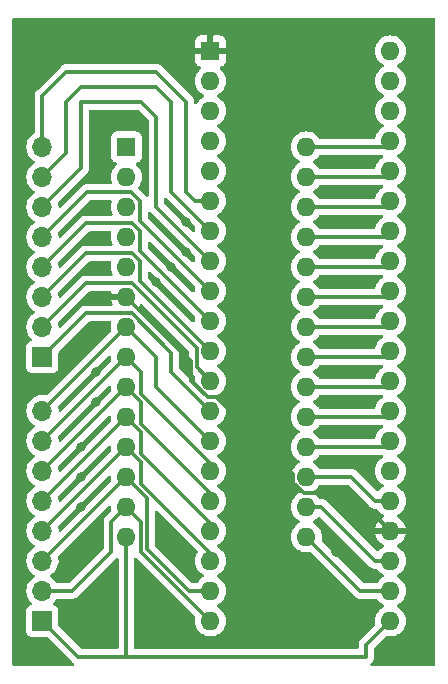
<source format=gbr>
%TF.GenerationSoftware,KiCad,Pcbnew,6.0.2+dfsg-1*%
%TF.CreationDate,2022-05-25T17:35:34+01:00*%
%TF.ProjectId,AY-3-8910 to 12 Adapter,41592d33-2d38-4393-9130-20746f203132,rev?*%
%TF.SameCoordinates,Original*%
%TF.FileFunction,Copper,L1,Top*%
%TF.FilePolarity,Positive*%
%FSLAX46Y46*%
G04 Gerber Fmt 4.6, Leading zero omitted, Abs format (unit mm)*
G04 Created by KiCad (PCBNEW 6.0.2+dfsg-1) date 2022-05-25 17:35:34*
%MOMM*%
%LPD*%
G01*
G04 APERTURE LIST*
%TA.AperFunction,ComponentPad*%
%ADD10R,1.700000X1.700000*%
%TD*%
%TA.AperFunction,ComponentPad*%
%ADD11O,1.700000X1.700000*%
%TD*%
%TA.AperFunction,ComponentPad*%
%ADD12R,1.600000X1.600000*%
%TD*%
%TA.AperFunction,ComponentPad*%
%ADD13O,1.600000X1.600000*%
%TD*%
%TA.AperFunction,ViaPad*%
%ADD14C,0.800000*%
%TD*%
%TA.AperFunction,Conductor*%
%ADD15C,0.300000*%
%TD*%
G04 APERTURE END LIST*
D10*
%TO.P,IO-B,1,Pin_1*%
%TO.N,Net-(J1-Pad1)*%
X76708000Y-71120000D03*
D11*
%TO.P,IO-B,2,Pin_2*%
%TO.N,Net-(J1-Pad2)*%
X76708000Y-68580000D03*
%TO.P,IO-B,3,Pin_3*%
%TO.N,Net-(J1-Pad3)*%
X76708000Y-66040000D03*
%TO.P,IO-B,4,Pin_4*%
%TO.N,Net-(J1-Pad4)*%
X76708000Y-63500000D03*
%TO.P,IO-B,5,Pin_5*%
%TO.N,Net-(J1-Pad5)*%
X76708000Y-60960000D03*
%TO.P,IO-B,6,Pin_6*%
%TO.N,Net-(J1-Pad6)*%
X76708000Y-58420000D03*
%TO.P,IO-B,7,Pin_7*%
%TO.N,Net-(J1-Pad7)*%
X76708000Y-55880000D03*
%TO.P,IO-B,8,Pin_8*%
%TO.N,Net-(J1-Pad8)*%
X76708000Y-53340000D03*
%TD*%
D12*
%TO.P,U2,1,Analog_C*%
%TO.N,Net-(U1-Pad38)*%
X83820000Y-53340000D03*
D13*
%TO.P,U2,2,TEST1*%
%TO.N,unconnected-(U2-Pad2)*%
X83820000Y-55880000D03*
%TO.P,U2,3,Vcc*%
%TO.N,Net-(U1-Pad40)*%
X83820000Y-58420000D03*
%TO.P,U2,4,Analog_B*%
%TO.N,Net-(U1-Pad3)*%
X83820000Y-60960000D03*
%TO.P,U2,5,Analog_A*%
%TO.N,Net-(U1-Pad4)*%
X83820000Y-63500000D03*
%TO.P,U2,6,Vss*%
%TO.N,GND*%
X83820000Y-66040000D03*
%TO.P,U2,7,IOA7*%
%TO.N,Net-(J2-Pad8)*%
X83820000Y-68580000D03*
%TO.P,U2,8,IOA6*%
%TO.N,Net-(J2-Pad7)*%
X83820000Y-71120000D03*
%TO.P,U2,9,IOA5*%
%TO.N,Net-(J2-Pad6)*%
X83820000Y-73660000D03*
%TO.P,U2,10,IOA4*%
%TO.N,Net-(J2-Pad5)*%
X83820000Y-76200000D03*
%TO.P,U2,11,IOA3*%
%TO.N,Net-(J2-Pad4)*%
X83820000Y-78740000D03*
%TO.P,U2,12,IOA2*%
%TO.N,Net-(J2-Pad3)*%
X83820000Y-81280000D03*
%TO.P,U2,13,IOA1*%
%TO.N,Net-(J2-Pad2)*%
X83820000Y-83820000D03*
%TO.P,U2,14,IOA0*%
%TO.N,Net-(J2-Pad1)*%
X83820000Y-86360000D03*
%TO.P,U2,15,CLOCK*%
%TO.N,Net-(U1-Pad22)*%
X99060000Y-86360000D03*
%TO.P,U2,16,/RESET*%
%TO.N,Net-(U1-Pad23)*%
X99060000Y-83820000D03*
%TO.P,U2,17,A8*%
%TO.N,Net-(U1-Pad25)*%
X99060000Y-81280000D03*
%TO.P,U2,18,BDIR*%
%TO.N,Net-(U1-Pad27)*%
X99060000Y-78740000D03*
%TO.P,U2,19,BC2*%
%TO.N,Net-(U1-Pad28)*%
X99060000Y-76200000D03*
%TO.P,U2,20,BC1*%
%TO.N,Net-(U1-Pad29)*%
X99060000Y-73660000D03*
%TO.P,U2,21,DA7*%
%TO.N,Net-(U1-Pad30)*%
X99060000Y-71120000D03*
%TO.P,U2,22,DA6*%
%TO.N,Net-(U1-Pad31)*%
X99060000Y-68580000D03*
%TO.P,U2,23,DA5*%
%TO.N,Net-(U1-Pad32)*%
X99060000Y-66040000D03*
%TO.P,U2,24,DA4*%
%TO.N,Net-(U1-Pad33)*%
X99060000Y-63500000D03*
%TO.P,U2,25,DA3*%
%TO.N,Net-(U1-Pad34)*%
X99060000Y-60960000D03*
%TO.P,U2,26,DA2*%
%TO.N,Net-(U1-Pad35)*%
X99060000Y-58420000D03*
%TO.P,U2,27,DA1*%
%TO.N,Net-(U1-Pad36)*%
X99060000Y-55880000D03*
%TO.P,U2,28,DA0*%
%TO.N,Net-(U1-Pad37)*%
X99060000Y-53340000D03*
%TD*%
D12*
%TO.P,U1,1,Vss*%
%TO.N,GND*%
X90932000Y-45212000D03*
D13*
%TO.P,U1,2,NC*%
%TO.N,unconnected-(U1-Pad2)*%
X90932000Y-47752000D03*
%TO.P,U1,3,Analog_B*%
%TO.N,Net-(U1-Pad3)*%
X90932000Y-50292000D03*
%TO.P,U1,4,Analog_A*%
%TO.N,Net-(U1-Pad4)*%
X90932000Y-52832000D03*
%TO.P,U1,5,NC*%
%TO.N,unconnected-(U1-Pad5)*%
X90932000Y-55372000D03*
%TO.P,U1,6,IOB7*%
%TO.N,Net-(J1-Pad8)*%
X90932000Y-57912000D03*
%TO.P,U1,7,IOB6*%
%TO.N,Net-(J1-Pad7)*%
X90932000Y-60452000D03*
%TO.P,U1,8,IOB5*%
%TO.N,Net-(J1-Pad6)*%
X90932000Y-62992000D03*
%TO.P,U1,9,IOB4*%
%TO.N,Net-(J1-Pad5)*%
X90932000Y-65532000D03*
%TO.P,U1,10,IOB3*%
%TO.N,Net-(J1-Pad4)*%
X90932000Y-68072000D03*
%TO.P,U1,11,IOB2*%
%TO.N,Net-(J1-Pad3)*%
X90932000Y-70612000D03*
%TO.P,U1,12,IOB1*%
%TO.N,Net-(J1-Pad2)*%
X90932000Y-73152000D03*
%TO.P,U1,13,IOB0*%
%TO.N,Net-(J1-Pad1)*%
X90932000Y-75692000D03*
%TO.P,U1,14,IOA7*%
%TO.N,Net-(J2-Pad8)*%
X90932000Y-78232000D03*
%TO.P,U1,15,IOA6*%
%TO.N,Net-(J2-Pad7)*%
X90932000Y-80772000D03*
%TO.P,U1,16,IOA5*%
%TO.N,Net-(J2-Pad6)*%
X90932000Y-83312000D03*
%TO.P,U1,17,IOA4*%
%TO.N,Net-(J2-Pad5)*%
X90932000Y-85852000D03*
%TO.P,U1,18,IOA3*%
%TO.N,Net-(J2-Pad4)*%
X90932000Y-88392000D03*
%TO.P,U1,19,IOA2*%
%TO.N,Net-(J2-Pad3)*%
X90932000Y-90932000D03*
%TO.P,U1,20,IOA1*%
%TO.N,Net-(J2-Pad2)*%
X90932000Y-93472000D03*
%TO.P,U1,21,IOA0*%
%TO.N,Net-(J2-Pad1)*%
X106172000Y-93472000D03*
%TO.P,U1,22,CLOCK*%
%TO.N,Net-(U1-Pad22)*%
X106172000Y-90932000D03*
%TO.P,U1,23,/RESET*%
%TO.N,Net-(U1-Pad23)*%
X106172000Y-88392000D03*
%TO.P,U1,24,/A9*%
%TO.N,GND*%
X106172000Y-85852000D03*
%TO.P,U1,25,A8*%
%TO.N,Net-(U1-Pad25)*%
X106172000Y-83312000D03*
%TO.P,U1,26,TEST2*%
%TO.N,unconnected-(U1-Pad26)*%
X106172000Y-80772000D03*
%TO.P,U1,27,BDIR*%
%TO.N,Net-(U1-Pad27)*%
X106172000Y-78232000D03*
%TO.P,U1,28,BC2*%
%TO.N,Net-(U1-Pad28)*%
X106172000Y-75692000D03*
%TO.P,U1,29,BC1*%
%TO.N,Net-(U1-Pad29)*%
X106172000Y-73152000D03*
%TO.P,U1,30,DA7*%
%TO.N,Net-(U1-Pad30)*%
X106172000Y-70612000D03*
%TO.P,U1,31,DA6*%
%TO.N,Net-(U1-Pad31)*%
X106172000Y-68072000D03*
%TO.P,U1,32,DA5*%
%TO.N,Net-(U1-Pad32)*%
X106172000Y-65532000D03*
%TO.P,U1,33,DA4*%
%TO.N,Net-(U1-Pad33)*%
X106172000Y-62992000D03*
%TO.P,U1,34,DA3*%
%TO.N,Net-(U1-Pad34)*%
X106172000Y-60452000D03*
%TO.P,U1,35,DA2*%
%TO.N,Net-(U1-Pad35)*%
X106172000Y-57912000D03*
%TO.P,U1,36,DA1*%
%TO.N,Net-(U1-Pad36)*%
X106172000Y-55372000D03*
%TO.P,U1,37,DA0*%
%TO.N,Net-(U1-Pad37)*%
X106172000Y-52832000D03*
%TO.P,U1,38,Analog_C*%
%TO.N,Net-(U1-Pad38)*%
X106172000Y-50292000D03*
%TO.P,U1,39,TEST1*%
%TO.N,unconnected-(U1-Pad39)*%
X106172000Y-47752000D03*
%TO.P,U1,40,Vcc*%
%TO.N,Net-(U1-Pad40)*%
X106172000Y-45212000D03*
%TD*%
D10*
%TO.P,IO-A,1,Pin_1*%
%TO.N,Net-(J2-Pad1)*%
X76708000Y-93472000D03*
D11*
%TO.P,IO-A,2,Pin_2*%
%TO.N,Net-(J2-Pad2)*%
X76708000Y-90932000D03*
%TO.P,IO-A,3,Pin_3*%
%TO.N,Net-(J2-Pad3)*%
X76708000Y-88392000D03*
%TO.P,IO-A,4,Pin_4*%
%TO.N,Net-(J2-Pad4)*%
X76708000Y-85852000D03*
%TO.P,IO-A,5,Pin_5*%
%TO.N,Net-(J2-Pad5)*%
X76708000Y-83312000D03*
%TO.P,IO-A,6,Pin_6*%
%TO.N,Net-(J2-Pad6)*%
X76708000Y-80772000D03*
%TO.P,IO-A,7,Pin_7*%
%TO.N,Net-(J2-Pad7)*%
X76708000Y-78232000D03*
%TO.P,IO-A,8,Pin_8*%
%TO.N,Net-(J2-Pad8)*%
X76708000Y-75692000D03*
%TD*%
D14*
%TO.N,GND*%
X81280000Y-63500000D03*
X81280000Y-58420000D03*
X81280000Y-60960000D03*
X107950000Y-46990000D03*
X97790000Y-48260000D03*
X87630000Y-86360000D03*
X88900000Y-59690000D03*
X88900000Y-62230000D03*
X87630000Y-63500000D03*
X86360000Y-64770000D03*
X81280000Y-53340000D03*
X81280000Y-72390000D03*
X81280000Y-74930000D03*
X80010000Y-78740000D03*
X80010000Y-81280000D03*
X80010000Y-83820000D03*
X80010000Y-87630000D03*
X80010000Y-92710000D03*
X101600000Y-87630000D03*
X102870000Y-80010000D03*
X102870000Y-77470000D03*
X102870000Y-74930000D03*
X102870000Y-72390000D03*
X102870000Y-69850000D03*
X102870000Y-67310000D03*
X102870000Y-64770000D03*
X102870000Y-62230000D03*
X102870000Y-59690000D03*
X102870000Y-57150000D03*
X102870000Y-54610000D03*
X89020489Y-45840489D03*
%TD*%
D15*
%TO.N,Net-(J1-Pad6)*%
X90932000Y-62992000D02*
X86360000Y-58420000D01*
X86360000Y-58420000D02*
X86360000Y-50800000D01*
X85090000Y-49530000D02*
X80010000Y-49530000D01*
X86360000Y-50800000D02*
X85090000Y-49530000D01*
X80010000Y-55118000D02*
X76708000Y-58420000D01*
X80010000Y-49530000D02*
X80010000Y-55118000D01*
%TO.N,Net-(J1-Pad7)*%
X80010000Y-48260000D02*
X78740000Y-49530000D01*
X87630000Y-49530000D02*
X86360000Y-48260000D01*
X90932000Y-60452000D02*
X87630000Y-57150000D01*
X87630000Y-57150000D02*
X87630000Y-49530000D01*
X78740000Y-49530000D02*
X78740000Y-53848000D01*
X86360000Y-48260000D02*
X80010000Y-48260000D01*
X78740000Y-53848000D02*
X76708000Y-55880000D01*
%TO.N,Net-(J1-Pad8)*%
X88900000Y-49530000D02*
X88900000Y-57150000D01*
X78740000Y-46990000D02*
X86360000Y-46990000D01*
X76708000Y-53340000D02*
X76708000Y-49022000D01*
X76708000Y-49022000D02*
X78740000Y-46990000D01*
X89662000Y-57912000D02*
X90932000Y-57912000D01*
X86360000Y-46990000D02*
X88900000Y-49530000D01*
X88900000Y-57150000D02*
X89662000Y-57912000D01*
%TO.N,Net-(J1-Pad1)*%
X87630000Y-72390000D02*
X90932000Y-75692000D01*
X87630000Y-70764345D02*
X87630000Y-72390000D01*
X76708000Y-71120000D02*
X80397511Y-67430489D01*
X84296144Y-67430489D02*
X87630000Y-70764345D01*
X80397511Y-67430489D02*
X84296144Y-67430489D01*
%TO.N,Net-(J1-Pad2)*%
X84296144Y-64890489D02*
X89782489Y-70376834D01*
X89782489Y-70376834D02*
X89782489Y-72002489D01*
X80397511Y-64890489D02*
X84296144Y-64890489D01*
X76708000Y-68580000D02*
X80397511Y-64890489D01*
X89782489Y-72002489D02*
X90932000Y-73152000D01*
%TO.N,Net-(J1-Pad3)*%
X80397511Y-62350489D02*
X76708000Y-66040000D01*
X90932000Y-70612000D02*
X84969511Y-64649511D01*
X84969511Y-63023856D02*
X84296144Y-62350489D01*
X84969511Y-64649511D02*
X84969511Y-63023856D01*
X84296144Y-62350489D02*
X80397511Y-62350489D01*
%TO.N,Net-(J1-Pad4)*%
X84296144Y-59810489D02*
X80397511Y-59810489D01*
X80397511Y-59810489D02*
X76708000Y-63500000D01*
X90932000Y-68072000D02*
X84969511Y-62109511D01*
X84969511Y-60483856D02*
X84296144Y-59810489D01*
X84969511Y-62109511D02*
X84969511Y-60483856D01*
%TO.N,Net-(J1-Pad5)*%
X84175655Y-57150000D02*
X80518000Y-57150000D01*
X90932000Y-65532000D02*
X84969511Y-59569511D01*
X84969511Y-59569511D02*
X84969511Y-57943856D01*
X84969511Y-57943856D02*
X84175655Y-57150000D01*
X80518000Y-57150000D02*
X76708000Y-60960000D01*
%TO.N,Net-(J1-Pad8)*%
X90932000Y-57912000D02*
X90932000Y-57446551D01*
%TO.N,Net-(J2-Pad1)*%
X83820000Y-96520000D02*
X79756000Y-96520000D01*
X104140000Y-96520000D02*
X104140000Y-95504000D01*
X83820000Y-86360000D02*
X83820000Y-96520000D01*
X79756000Y-96520000D02*
X104140000Y-96520000D01*
X79756000Y-96520000D02*
X76708000Y-93472000D01*
X104140000Y-95504000D02*
X106172000Y-93472000D01*
%TO.N,Net-(J2-Pad2)*%
X90932000Y-93472000D02*
X85090000Y-87630000D01*
X79248000Y-90932000D02*
X76708000Y-90932000D01*
X83820000Y-83820000D02*
X82550000Y-85090000D01*
X82550000Y-85090000D02*
X82550000Y-87630000D01*
X85090000Y-87630000D02*
X85090000Y-85090000D01*
X82550000Y-87630000D02*
X79248000Y-90932000D01*
X85090000Y-85090000D02*
X83820000Y-83820000D01*
%TO.N,Net-(J2-Pad3)*%
X85589519Y-83049519D02*
X85589519Y-87423091D01*
X89098428Y-90932000D02*
X90932000Y-90932000D01*
X85589519Y-87423091D02*
X89098428Y-90932000D01*
X76708000Y-88392000D02*
X83820000Y-81280000D01*
X83820000Y-81280000D02*
X85589519Y-83049519D01*
%TO.N,Net-(J2-Pad4)*%
X90932000Y-88392000D02*
X90932000Y-87685572D01*
X76708000Y-85852000D02*
X83820000Y-78740000D01*
X90932000Y-87685572D02*
X85090000Y-81843572D01*
X85090000Y-80010000D02*
X83820000Y-78740000D01*
X85090000Y-81843572D02*
X85090000Y-80010000D01*
%TO.N,Net-(J2-Pad5)*%
X85090000Y-77470000D02*
X83820000Y-76200000D01*
X85090000Y-79303572D02*
X85090000Y-77470000D01*
X76708000Y-83312000D02*
X83820000Y-76200000D01*
X90932000Y-85852000D02*
X90932000Y-85145572D01*
X90932000Y-85145572D02*
X85090000Y-79303572D01*
%TO.N,Net-(J2-Pad6)*%
X85090000Y-74930000D02*
X83820000Y-73660000D01*
X90932000Y-82605572D02*
X85090000Y-76763572D01*
X76708000Y-80772000D02*
X83820000Y-73660000D01*
X90932000Y-83312000D02*
X90932000Y-82605572D01*
X85090000Y-76763572D02*
X85090000Y-74930000D01*
%TO.N,Net-(J2-Pad7)*%
X90932000Y-80065572D02*
X85090000Y-74223572D01*
X85090000Y-72390000D02*
X83820000Y-71120000D01*
X76708000Y-78232000D02*
X83820000Y-71120000D01*
X90932000Y-80772000D02*
X90932000Y-80065572D01*
X85090000Y-74223572D02*
X85090000Y-72390000D01*
%TO.N,Net-(J2-Pad8)*%
X90932000Y-78232000D02*
X86360000Y-73660000D01*
X76708000Y-75692000D02*
X83820000Y-68580000D01*
X86360000Y-71120000D02*
X83820000Y-68580000D01*
X86360000Y-73660000D02*
X86360000Y-71120000D01*
%TO.N,GND*%
X89282969Y-71502969D02*
X89282969Y-73128624D01*
X97910489Y-81756144D02*
X98824834Y-82670489D01*
X102990489Y-82670489D02*
X106172000Y-85852000D01*
X98824834Y-82670489D02*
X102990489Y-82670489D01*
X90696834Y-74542489D02*
X91408144Y-74542489D01*
X97910489Y-81044834D02*
X97910489Y-81756144D01*
X89282969Y-73128624D02*
X90696834Y-74542489D01*
X91408144Y-74542489D02*
X97910489Y-81044834D01*
X83820000Y-66040000D02*
X89282969Y-71502969D01*
%TO.N,Net-(U1-Pad22)*%
X103632000Y-90932000D02*
X106172000Y-90932000D01*
X99060000Y-86360000D02*
X103632000Y-90932000D01*
%TO.N,Net-(U1-Pad23)*%
X100330000Y-83820000D02*
X104902000Y-88392000D01*
X99060000Y-83820000D02*
X100330000Y-83820000D01*
X104902000Y-88392000D02*
X106172000Y-88392000D01*
%TO.N,Net-(U1-Pad25)*%
X102870000Y-81280000D02*
X104902000Y-83312000D01*
X104902000Y-83312000D02*
X106172000Y-83312000D01*
X99060000Y-81280000D02*
X102870000Y-81280000D01*
%TO.N,Net-(U1-Pad27)*%
X99060000Y-78740000D02*
X105664000Y-78740000D01*
X105664000Y-78740000D02*
X106172000Y-78232000D01*
%TO.N,Net-(U1-Pad28)*%
X99060000Y-76200000D02*
X105664000Y-76200000D01*
X105664000Y-76200000D02*
X106172000Y-75692000D01*
%TO.N,Net-(U1-Pad29)*%
X105664000Y-73660000D02*
X106172000Y-73152000D01*
X99060000Y-73660000D02*
X105664000Y-73660000D01*
%TO.N,Net-(U1-Pad30)*%
X99060000Y-71120000D02*
X105664000Y-71120000D01*
X105664000Y-71120000D02*
X106172000Y-70612000D01*
%TO.N,Net-(U1-Pad31)*%
X105664000Y-68580000D02*
X106172000Y-68072000D01*
X99060000Y-68580000D02*
X105664000Y-68580000D01*
%TO.N,Net-(U1-Pad32)*%
X105664000Y-66040000D02*
X106172000Y-65532000D01*
X99060000Y-66040000D02*
X105664000Y-66040000D01*
%TO.N,Net-(U1-Pad33)*%
X105664000Y-63500000D02*
X106172000Y-62992000D01*
X99060000Y-63500000D02*
X105664000Y-63500000D01*
%TO.N,Net-(U1-Pad34)*%
X105664000Y-60960000D02*
X106172000Y-60452000D01*
X99060000Y-60960000D02*
X105664000Y-60960000D01*
%TO.N,Net-(U1-Pad35)*%
X105664000Y-58420000D02*
X106172000Y-57912000D01*
X99060000Y-58420000D02*
X105664000Y-58420000D01*
%TO.N,Net-(U1-Pad36)*%
X99060000Y-55880000D02*
X105664000Y-55880000D01*
X105664000Y-55880000D02*
X106172000Y-55372000D01*
%TO.N,Net-(U1-Pad37)*%
X99060000Y-53340000D02*
X105664000Y-53340000D01*
X105664000Y-53340000D02*
X106172000Y-52832000D01*
%TD*%
%TA.AperFunction,Conductor*%
%TO.N,GND*%
G36*
X109924121Y-42438002D02*
G01*
X109970614Y-42491658D01*
X109982000Y-42544000D01*
X109982000Y-97156000D01*
X109961998Y-97224121D01*
X109908342Y-97270614D01*
X109856000Y-97282000D01*
X104601917Y-97282000D01*
X104533796Y-97261998D01*
X104487303Y-97208342D01*
X104477199Y-97138068D01*
X104506693Y-97073488D01*
X104534403Y-97049615D01*
X104536866Y-97048052D01*
X104563080Y-97031416D01*
X104569268Y-97024827D01*
X104587051Y-97009149D01*
X104594357Y-97003841D01*
X104599412Y-96997731D01*
X104631665Y-96958745D01*
X104636896Y-96952811D01*
X104671547Y-96915910D01*
X104676972Y-96910133D01*
X104680788Y-96903191D01*
X104680792Y-96903186D01*
X104681325Y-96902216D01*
X104694652Y-96882605D01*
X104695356Y-96881754D01*
X104700409Y-96875646D01*
X104725331Y-96822685D01*
X104728924Y-96815633D01*
X104753304Y-96771286D01*
X104753305Y-96771285D01*
X104757124Y-96764337D01*
X104759370Y-96755590D01*
X104767403Y-96733278D01*
X104767873Y-96732280D01*
X104767874Y-96732277D01*
X104771249Y-96725105D01*
X104782219Y-96667596D01*
X104783945Y-96659875D01*
X104796528Y-96610867D01*
X104798500Y-96603188D01*
X104798500Y-96594155D01*
X104800732Y-96570546D01*
X104800939Y-96569462D01*
X104800939Y-96569460D01*
X104802424Y-96561676D01*
X104798749Y-96503264D01*
X104798500Y-96495353D01*
X104798500Y-95828950D01*
X104818502Y-95760829D01*
X104835405Y-95739855D01*
X105786636Y-94788624D01*
X105848948Y-94754598D01*
X105908341Y-94756012D01*
X105936234Y-94763485D01*
X105943913Y-94765543D01*
X106172000Y-94785498D01*
X106400087Y-94765543D01*
X106405400Y-94764119D01*
X106405402Y-94764119D01*
X106615933Y-94707707D01*
X106615935Y-94707706D01*
X106621243Y-94706284D01*
X106654788Y-94690642D01*
X106823762Y-94611849D01*
X106823767Y-94611846D01*
X106828749Y-94609523D01*
X106933611Y-94536098D01*
X107011789Y-94481357D01*
X107011792Y-94481355D01*
X107016300Y-94478198D01*
X107178198Y-94316300D01*
X107309523Y-94128749D01*
X107311846Y-94123767D01*
X107311849Y-94123762D01*
X107403961Y-93926225D01*
X107403961Y-93926224D01*
X107406284Y-93921243D01*
X107423401Y-93857364D01*
X107464119Y-93705402D01*
X107464119Y-93705400D01*
X107465543Y-93700087D01*
X107485498Y-93472000D01*
X107465543Y-93243913D01*
X107464118Y-93238595D01*
X107407707Y-93028067D01*
X107407706Y-93028065D01*
X107406284Y-93022757D01*
X107403961Y-93017775D01*
X107311849Y-92820238D01*
X107311846Y-92820233D01*
X107309523Y-92815251D01*
X107178198Y-92627700D01*
X107016300Y-92465802D01*
X107011792Y-92462645D01*
X107011789Y-92462643D01*
X106876780Y-92368109D01*
X106828749Y-92334477D01*
X106823767Y-92332154D01*
X106823762Y-92332151D01*
X106789543Y-92316195D01*
X106736258Y-92269278D01*
X106716797Y-92201001D01*
X106737339Y-92133041D01*
X106789543Y-92087805D01*
X106823762Y-92071849D01*
X106823767Y-92071846D01*
X106828749Y-92069523D01*
X106966351Y-91973173D01*
X107011789Y-91941357D01*
X107011792Y-91941355D01*
X107016300Y-91938198D01*
X107178198Y-91776300D01*
X107202923Y-91740990D01*
X107294291Y-91610502D01*
X107309523Y-91588749D01*
X107311846Y-91583767D01*
X107311849Y-91583762D01*
X107403961Y-91386225D01*
X107403961Y-91386224D01*
X107406284Y-91381243D01*
X107413295Y-91355080D01*
X107464119Y-91165402D01*
X107464119Y-91165400D01*
X107465543Y-91160087D01*
X107485498Y-90932000D01*
X107465543Y-90703913D01*
X107459593Y-90681707D01*
X107407707Y-90488067D01*
X107407706Y-90488065D01*
X107406284Y-90482757D01*
X107394092Y-90456610D01*
X107311849Y-90280238D01*
X107311846Y-90280233D01*
X107309523Y-90275251D01*
X107236098Y-90170389D01*
X107181357Y-90092211D01*
X107181355Y-90092208D01*
X107178198Y-90087700D01*
X107016300Y-89925802D01*
X107011792Y-89922645D01*
X107011789Y-89922643D01*
X106933611Y-89867902D01*
X106828749Y-89794477D01*
X106823767Y-89792154D01*
X106823762Y-89792151D01*
X106789543Y-89776195D01*
X106736258Y-89729278D01*
X106716797Y-89661001D01*
X106737339Y-89593041D01*
X106789543Y-89547805D01*
X106823762Y-89531849D01*
X106823767Y-89531846D01*
X106828749Y-89529523D01*
X106971555Y-89429529D01*
X107011789Y-89401357D01*
X107011792Y-89401355D01*
X107016300Y-89398198D01*
X107178198Y-89236300D01*
X107202923Y-89200990D01*
X107294291Y-89070502D01*
X107309523Y-89048749D01*
X107311846Y-89043767D01*
X107311849Y-89043762D01*
X107403961Y-88846225D01*
X107403961Y-88846224D01*
X107406284Y-88841243D01*
X107413295Y-88815080D01*
X107464119Y-88625402D01*
X107464119Y-88625400D01*
X107465543Y-88620087D01*
X107485498Y-88392000D01*
X107465543Y-88163913D01*
X107458958Y-88139336D01*
X107407707Y-87948067D01*
X107407706Y-87948065D01*
X107406284Y-87942757D01*
X107379150Y-87884567D01*
X107311849Y-87740238D01*
X107311846Y-87740232D01*
X107309523Y-87735251D01*
X107204116Y-87584715D01*
X107181357Y-87552211D01*
X107181355Y-87552208D01*
X107178198Y-87547700D01*
X107016300Y-87385802D01*
X107011792Y-87382645D01*
X107011789Y-87382643D01*
X106900976Y-87305051D01*
X106828749Y-87254477D01*
X106823767Y-87252154D01*
X106823762Y-87252151D01*
X106788951Y-87235919D01*
X106735666Y-87189002D01*
X106716205Y-87120725D01*
X106736747Y-87052765D01*
X106788951Y-87007529D01*
X106823511Y-86991414D01*
X106833007Y-86985931D01*
X107011467Y-86860972D01*
X107019875Y-86853916D01*
X107173916Y-86699875D01*
X107180972Y-86691467D01*
X107305931Y-86513007D01*
X107311414Y-86503511D01*
X107403490Y-86306053D01*
X107407236Y-86295761D01*
X107453394Y-86123497D01*
X107453058Y-86109401D01*
X107445116Y-86106000D01*
X104904033Y-86106000D01*
X104890502Y-86109973D01*
X104889273Y-86118522D01*
X104936764Y-86295761D01*
X104940510Y-86306053D01*
X105032586Y-86503511D01*
X105038069Y-86513007D01*
X105163028Y-86691467D01*
X105170084Y-86699875D01*
X105324125Y-86853916D01*
X105332533Y-86860972D01*
X105510993Y-86985931D01*
X105520489Y-86991414D01*
X105555049Y-87007529D01*
X105608334Y-87054446D01*
X105627795Y-87122723D01*
X105607253Y-87190683D01*
X105555049Y-87235919D01*
X105520238Y-87252151D01*
X105520233Y-87252154D01*
X105515251Y-87254477D01*
X105443024Y-87305051D01*
X105332211Y-87382643D01*
X105332208Y-87382645D01*
X105327700Y-87385802D01*
X105166476Y-87547026D01*
X105104164Y-87581052D01*
X105033349Y-87575987D01*
X104988286Y-87547026D01*
X100853655Y-83412395D01*
X100845665Y-83403615D01*
X100845663Y-83403613D01*
X100841416Y-83396920D01*
X100821897Y-83378590D01*
X100789743Y-83348396D01*
X100786901Y-83345641D01*
X100766333Y-83325073D01*
X100762826Y-83322353D01*
X100753804Y-83314647D01*
X100725913Y-83288456D01*
X100720133Y-83283028D01*
X100713181Y-83279206D01*
X100701342Y-83272697D01*
X100684818Y-83261843D01*
X100674132Y-83253555D01*
X100667868Y-83248696D01*
X100660596Y-83245549D01*
X100660594Y-83245548D01*
X100625465Y-83230346D01*
X100614805Y-83225124D01*
X100581284Y-83206695D01*
X100581282Y-83206694D01*
X100574337Y-83202876D01*
X100553559Y-83197541D01*
X100534869Y-83191142D01*
X100515176Y-83182620D01*
X100469552Y-83175394D01*
X100457929Y-83172987D01*
X100429928Y-83165798D01*
X100413188Y-83161500D01*
X100391741Y-83161500D01*
X100372031Y-83159949D01*
X100350848Y-83156594D01*
X100304859Y-83160941D01*
X100293004Y-83161500D01*
X100261888Y-83161500D01*
X100193767Y-83141498D01*
X100158675Y-83107771D01*
X100145785Y-83089361D01*
X100066198Y-82975700D01*
X99904300Y-82813802D01*
X99899792Y-82810645D01*
X99899789Y-82810643D01*
X99821611Y-82755902D01*
X99716749Y-82682477D01*
X99711767Y-82680154D01*
X99711762Y-82680151D01*
X99677543Y-82664195D01*
X99624258Y-82617278D01*
X99604797Y-82549001D01*
X99625339Y-82481041D01*
X99677543Y-82435805D01*
X99711762Y-82419849D01*
X99711767Y-82419846D01*
X99716749Y-82417523D01*
X99821611Y-82344098D01*
X99899789Y-82289357D01*
X99899792Y-82289355D01*
X99904300Y-82286198D01*
X100066198Y-82124300D01*
X100158676Y-81992228D01*
X100214132Y-81947901D01*
X100261888Y-81938500D01*
X102545050Y-81938500D01*
X102613171Y-81958502D01*
X102634145Y-81975405D01*
X104378345Y-83719605D01*
X104386335Y-83728385D01*
X104390584Y-83735080D01*
X104396362Y-83740506D01*
X104396363Y-83740507D01*
X104442257Y-83783604D01*
X104445099Y-83786359D01*
X104465667Y-83806927D01*
X104469170Y-83809644D01*
X104478195Y-83817352D01*
X104511867Y-83848972D01*
X104518818Y-83852793D01*
X104518819Y-83852794D01*
X104530658Y-83859303D01*
X104547182Y-83870157D01*
X104557271Y-83877982D01*
X104564132Y-83883304D01*
X104571404Y-83886451D01*
X104571406Y-83886452D01*
X104606535Y-83901654D01*
X104617195Y-83906876D01*
X104644394Y-83921829D01*
X104657663Y-83929124D01*
X104678441Y-83934459D01*
X104697131Y-83940858D01*
X104716824Y-83949380D01*
X104760596Y-83956313D01*
X104762448Y-83956606D01*
X104774071Y-83959013D01*
X104802072Y-83966202D01*
X104818812Y-83970500D01*
X104840259Y-83970500D01*
X104859969Y-83972051D01*
X104881152Y-83975406D01*
X104927141Y-83971059D01*
X104938996Y-83970500D01*
X104970112Y-83970500D01*
X105038233Y-83990502D01*
X105073325Y-84024229D01*
X105141078Y-84120990D01*
X105165802Y-84156300D01*
X105327700Y-84318198D01*
X105332208Y-84321355D01*
X105332211Y-84321357D01*
X105410389Y-84376098D01*
X105515251Y-84449523D01*
X105520233Y-84451846D01*
X105520238Y-84451849D01*
X105555049Y-84468081D01*
X105608334Y-84514998D01*
X105627795Y-84583275D01*
X105607253Y-84651235D01*
X105555049Y-84696471D01*
X105520489Y-84712586D01*
X105510993Y-84718069D01*
X105332533Y-84843028D01*
X105324125Y-84850084D01*
X105170084Y-85004125D01*
X105163028Y-85012533D01*
X105038069Y-85190993D01*
X105032586Y-85200489D01*
X104940510Y-85397947D01*
X104936764Y-85408239D01*
X104890606Y-85580503D01*
X104890942Y-85594599D01*
X104898884Y-85598000D01*
X107439967Y-85598000D01*
X107453498Y-85594027D01*
X107454727Y-85585478D01*
X107407236Y-85408239D01*
X107403490Y-85397947D01*
X107311414Y-85200489D01*
X107305931Y-85190993D01*
X107180972Y-85012533D01*
X107173916Y-85004125D01*
X107019875Y-84850084D01*
X107011467Y-84843028D01*
X106833007Y-84718069D01*
X106823511Y-84712586D01*
X106788951Y-84696471D01*
X106735666Y-84649554D01*
X106716205Y-84581277D01*
X106736747Y-84513317D01*
X106788951Y-84468081D01*
X106823762Y-84451849D01*
X106823767Y-84451846D01*
X106828749Y-84449523D01*
X106933611Y-84376098D01*
X107011789Y-84321357D01*
X107011792Y-84321355D01*
X107016300Y-84318198D01*
X107178198Y-84156300D01*
X107202923Y-84120990D01*
X107294291Y-83990502D01*
X107309523Y-83968749D01*
X107311846Y-83963767D01*
X107311849Y-83963762D01*
X107403961Y-83766225D01*
X107403961Y-83766224D01*
X107406284Y-83761243D01*
X107408504Y-83752960D01*
X107464119Y-83545402D01*
X107464119Y-83545400D01*
X107465543Y-83540087D01*
X107485498Y-83312000D01*
X107465543Y-83083913D01*
X107459593Y-83061707D01*
X107407707Y-82868067D01*
X107407706Y-82868065D01*
X107406284Y-82862757D01*
X107394092Y-82836610D01*
X107311849Y-82660238D01*
X107311846Y-82660232D01*
X107309523Y-82655251D01*
X107204116Y-82504715D01*
X107181357Y-82472211D01*
X107181355Y-82472208D01*
X107178198Y-82467700D01*
X107016300Y-82305802D01*
X107011792Y-82302645D01*
X107011789Y-82302643D01*
X106933611Y-82247902D01*
X106828749Y-82174477D01*
X106823767Y-82172154D01*
X106823762Y-82172151D01*
X106789543Y-82156195D01*
X106736258Y-82109278D01*
X106716797Y-82041001D01*
X106737339Y-81973041D01*
X106789543Y-81927805D01*
X106823762Y-81911849D01*
X106823767Y-81911846D01*
X106828749Y-81909523D01*
X106933611Y-81836098D01*
X107011789Y-81781357D01*
X107011792Y-81781355D01*
X107016300Y-81778198D01*
X107178198Y-81616300D01*
X107202923Y-81580990D01*
X107306366Y-81433257D01*
X107309523Y-81428749D01*
X107311846Y-81423767D01*
X107311849Y-81423762D01*
X107403961Y-81226225D01*
X107403961Y-81226224D01*
X107406284Y-81221243D01*
X107408504Y-81212960D01*
X107464119Y-81005402D01*
X107464119Y-81005400D01*
X107465543Y-81000087D01*
X107485498Y-80772000D01*
X107465543Y-80543913D01*
X107459593Y-80521707D01*
X107407707Y-80328067D01*
X107407706Y-80328065D01*
X107406284Y-80322757D01*
X107394092Y-80296610D01*
X107311849Y-80120238D01*
X107311846Y-80120232D01*
X107309523Y-80115251D01*
X107188717Y-79942722D01*
X107181357Y-79932211D01*
X107181355Y-79932208D01*
X107178198Y-79927700D01*
X107016300Y-79765802D01*
X107011792Y-79762645D01*
X107011789Y-79762643D01*
X106933611Y-79707902D01*
X106828749Y-79634477D01*
X106823767Y-79632154D01*
X106823762Y-79632151D01*
X106789543Y-79616195D01*
X106736258Y-79569278D01*
X106716797Y-79501001D01*
X106737339Y-79433041D01*
X106789543Y-79387805D01*
X106823762Y-79371849D01*
X106823767Y-79371846D01*
X106828749Y-79369523D01*
X106933611Y-79296098D01*
X107011789Y-79241357D01*
X107011792Y-79241355D01*
X107016300Y-79238198D01*
X107178198Y-79076300D01*
X107202923Y-79040990D01*
X107306366Y-78893257D01*
X107309523Y-78888749D01*
X107311846Y-78883767D01*
X107311849Y-78883762D01*
X107403961Y-78686225D01*
X107403961Y-78686224D01*
X107406284Y-78681243D01*
X107408504Y-78672960D01*
X107464119Y-78465402D01*
X107464119Y-78465400D01*
X107465543Y-78460087D01*
X107485498Y-78232000D01*
X107465543Y-78003913D01*
X107459593Y-77981707D01*
X107407707Y-77788067D01*
X107407706Y-77788064D01*
X107406284Y-77782757D01*
X107313694Y-77584195D01*
X107311849Y-77580238D01*
X107311846Y-77580233D01*
X107309523Y-77575251D01*
X107188717Y-77402722D01*
X107181357Y-77392211D01*
X107181355Y-77392208D01*
X107178198Y-77387700D01*
X107016300Y-77225802D01*
X107011792Y-77222645D01*
X107011789Y-77222643D01*
X106933611Y-77167902D01*
X106828749Y-77094477D01*
X106823767Y-77092154D01*
X106823762Y-77092151D01*
X106789543Y-77076195D01*
X106736258Y-77029278D01*
X106716797Y-76961001D01*
X106737339Y-76893041D01*
X106789543Y-76847805D01*
X106823762Y-76831849D01*
X106823767Y-76831846D01*
X106828749Y-76829523D01*
X106933611Y-76756098D01*
X107011789Y-76701357D01*
X107011792Y-76701355D01*
X107016300Y-76698198D01*
X107178198Y-76536300D01*
X107202923Y-76500990D01*
X107306366Y-76353257D01*
X107309523Y-76348749D01*
X107311846Y-76343767D01*
X107311849Y-76343762D01*
X107403961Y-76146225D01*
X107403961Y-76146224D01*
X107406284Y-76141243D01*
X107408504Y-76132960D01*
X107464119Y-75925402D01*
X107464119Y-75925400D01*
X107465543Y-75920087D01*
X107485498Y-75692000D01*
X107465543Y-75463913D01*
X107459593Y-75441707D01*
X107407707Y-75248067D01*
X107407706Y-75248064D01*
X107406284Y-75242757D01*
X107313694Y-75044195D01*
X107311849Y-75040238D01*
X107311846Y-75040233D01*
X107309523Y-75035251D01*
X107188717Y-74862722D01*
X107181357Y-74852211D01*
X107181355Y-74852208D01*
X107178198Y-74847700D01*
X107016300Y-74685802D01*
X107011792Y-74682645D01*
X107011789Y-74682643D01*
X106933611Y-74627902D01*
X106828749Y-74554477D01*
X106823767Y-74552154D01*
X106823762Y-74552151D01*
X106789543Y-74536195D01*
X106736258Y-74489278D01*
X106716797Y-74421001D01*
X106737339Y-74353041D01*
X106789543Y-74307805D01*
X106823762Y-74291849D01*
X106823767Y-74291846D01*
X106828749Y-74289523D01*
X106933611Y-74216098D01*
X107011789Y-74161357D01*
X107011792Y-74161355D01*
X107016300Y-74158198D01*
X107178198Y-73996300D01*
X107189783Y-73979756D01*
X107306366Y-73813257D01*
X107309523Y-73808749D01*
X107311846Y-73803767D01*
X107311849Y-73803762D01*
X107403961Y-73606225D01*
X107403961Y-73606224D01*
X107406284Y-73601243D01*
X107408504Y-73592960D01*
X107464119Y-73385402D01*
X107464119Y-73385400D01*
X107465543Y-73380087D01*
X107485498Y-73152000D01*
X107465543Y-72923913D01*
X107456250Y-72889232D01*
X107407707Y-72708067D01*
X107407706Y-72708064D01*
X107406284Y-72702757D01*
X107313694Y-72504195D01*
X107311849Y-72500238D01*
X107311846Y-72500233D01*
X107309523Y-72495251D01*
X107217916Y-72364423D01*
X107181357Y-72312211D01*
X107181355Y-72312208D01*
X107178198Y-72307700D01*
X107016300Y-72145802D01*
X107011792Y-72142645D01*
X107011789Y-72142643D01*
X106933343Y-72087715D01*
X106828749Y-72014477D01*
X106823767Y-72012154D01*
X106823762Y-72012151D01*
X106789543Y-71996195D01*
X106736258Y-71949278D01*
X106716797Y-71881001D01*
X106737339Y-71813041D01*
X106789543Y-71767805D01*
X106823762Y-71751849D01*
X106823767Y-71751846D01*
X106828749Y-71749523D01*
X106933611Y-71676098D01*
X107011789Y-71621357D01*
X107011792Y-71621355D01*
X107016300Y-71618198D01*
X107178198Y-71456300D01*
X107309523Y-71268749D01*
X107311846Y-71263767D01*
X107311849Y-71263762D01*
X107403961Y-71066225D01*
X107403961Y-71066224D01*
X107406284Y-71061243D01*
X107408504Y-71052960D01*
X107464119Y-70845402D01*
X107464119Y-70845400D01*
X107465543Y-70840087D01*
X107485498Y-70612000D01*
X107465543Y-70383913D01*
X107456973Y-70351929D01*
X107407707Y-70168067D01*
X107407706Y-70168064D01*
X107406284Y-70162757D01*
X107345173Y-70031703D01*
X107311849Y-69960238D01*
X107311846Y-69960233D01*
X107309523Y-69955251D01*
X107188717Y-69782722D01*
X107181357Y-69772211D01*
X107181355Y-69772208D01*
X107178198Y-69767700D01*
X107016300Y-69605802D01*
X107011792Y-69602645D01*
X107011789Y-69602643D01*
X106933611Y-69547902D01*
X106828749Y-69474477D01*
X106823767Y-69472154D01*
X106823762Y-69472151D01*
X106789543Y-69456195D01*
X106736258Y-69409278D01*
X106716797Y-69341001D01*
X106737339Y-69273041D01*
X106789543Y-69227805D01*
X106823762Y-69211849D01*
X106823767Y-69211846D01*
X106828749Y-69209523D01*
X106933611Y-69136098D01*
X107011789Y-69081357D01*
X107011792Y-69081355D01*
X107016300Y-69078198D01*
X107178198Y-68916300D01*
X107309523Y-68728749D01*
X107311846Y-68723767D01*
X107311849Y-68723762D01*
X107403961Y-68526225D01*
X107403961Y-68526224D01*
X107406284Y-68521243D01*
X107450197Y-68357361D01*
X107464119Y-68305402D01*
X107464119Y-68305400D01*
X107465543Y-68300087D01*
X107485498Y-68072000D01*
X107465543Y-67843913D01*
X107461309Y-67828112D01*
X107407707Y-67628067D01*
X107407706Y-67628064D01*
X107406284Y-67622757D01*
X107381983Y-67570643D01*
X107311849Y-67420238D01*
X107311846Y-67420233D01*
X107309523Y-67415251D01*
X107210817Y-67274284D01*
X107181357Y-67232211D01*
X107181355Y-67232208D01*
X107178198Y-67227700D01*
X107016300Y-67065802D01*
X107011792Y-67062645D01*
X107011789Y-67062643D01*
X106932906Y-67007409D01*
X106828749Y-66934477D01*
X106823767Y-66932154D01*
X106823762Y-66932151D01*
X106789543Y-66916195D01*
X106736258Y-66869278D01*
X106716797Y-66801001D01*
X106737339Y-66733041D01*
X106789543Y-66687805D01*
X106823762Y-66671849D01*
X106823767Y-66671846D01*
X106828749Y-66669523D01*
X106938408Y-66592739D01*
X107011789Y-66541357D01*
X107011792Y-66541355D01*
X107016300Y-66538198D01*
X107178198Y-66376300D01*
X107309523Y-66188749D01*
X107311846Y-66183767D01*
X107311849Y-66183762D01*
X107403961Y-65986225D01*
X107403961Y-65986224D01*
X107406284Y-65981243D01*
X107450197Y-65817361D01*
X107464119Y-65765402D01*
X107464119Y-65765400D01*
X107465543Y-65760087D01*
X107485498Y-65532000D01*
X107465543Y-65303913D01*
X107461309Y-65288112D01*
X107407707Y-65088067D01*
X107407706Y-65088064D01*
X107406284Y-65082757D01*
X107381983Y-65030643D01*
X107311849Y-64880238D01*
X107311846Y-64880233D01*
X107309523Y-64875251D01*
X107210817Y-64734284D01*
X107181357Y-64692211D01*
X107181355Y-64692208D01*
X107178198Y-64687700D01*
X107016300Y-64525802D01*
X107011792Y-64522645D01*
X107011789Y-64522643D01*
X106933611Y-64467902D01*
X106828749Y-64394477D01*
X106823767Y-64392154D01*
X106823762Y-64392151D01*
X106789543Y-64376195D01*
X106736258Y-64329278D01*
X106716797Y-64261001D01*
X106737339Y-64193041D01*
X106789543Y-64147805D01*
X106823762Y-64131849D01*
X106823767Y-64131846D01*
X106828749Y-64129523D01*
X107008784Y-64003461D01*
X107011789Y-64001357D01*
X107011792Y-64001355D01*
X107016300Y-63998198D01*
X107178198Y-63836300D01*
X107309523Y-63648749D01*
X107311846Y-63643767D01*
X107311849Y-63643762D01*
X107403961Y-63446225D01*
X107403961Y-63446224D01*
X107406284Y-63441243D01*
X107450197Y-63277361D01*
X107464119Y-63225402D01*
X107464119Y-63225400D01*
X107465543Y-63220087D01*
X107485498Y-62992000D01*
X107465543Y-62763913D01*
X107406284Y-62542757D01*
X107381983Y-62490643D01*
X107311849Y-62340238D01*
X107311846Y-62340233D01*
X107309523Y-62335251D01*
X107210817Y-62194284D01*
X107181357Y-62152211D01*
X107181355Y-62152208D01*
X107178198Y-62147700D01*
X107016300Y-61985802D01*
X107011792Y-61982645D01*
X107011789Y-61982643D01*
X106933611Y-61927902D01*
X106828749Y-61854477D01*
X106823767Y-61852154D01*
X106823762Y-61852151D01*
X106789543Y-61836195D01*
X106736258Y-61789278D01*
X106716797Y-61721001D01*
X106737339Y-61653041D01*
X106789543Y-61607805D01*
X106823762Y-61591849D01*
X106823767Y-61591846D01*
X106828749Y-61589523D01*
X107008784Y-61463461D01*
X107011789Y-61461357D01*
X107011792Y-61461355D01*
X107016300Y-61458198D01*
X107178198Y-61296300D01*
X107309523Y-61108749D01*
X107311846Y-61103767D01*
X107311849Y-61103762D01*
X107403961Y-60906225D01*
X107403961Y-60906224D01*
X107406284Y-60901243D01*
X107450197Y-60737361D01*
X107464119Y-60685402D01*
X107464119Y-60685400D01*
X107465543Y-60680087D01*
X107485498Y-60452000D01*
X107465543Y-60223913D01*
X107461309Y-60208112D01*
X107407707Y-60008067D01*
X107407706Y-60008064D01*
X107406284Y-60002757D01*
X107381983Y-59950643D01*
X107311849Y-59800238D01*
X107311846Y-59800233D01*
X107309523Y-59795251D01*
X107210817Y-59654284D01*
X107181357Y-59612211D01*
X107181355Y-59612208D01*
X107178198Y-59607700D01*
X107016300Y-59445802D01*
X107011792Y-59442645D01*
X107011789Y-59442643D01*
X106933611Y-59387902D01*
X106828749Y-59314477D01*
X106823767Y-59312154D01*
X106823762Y-59312151D01*
X106789543Y-59296195D01*
X106736258Y-59249278D01*
X106716797Y-59181001D01*
X106737339Y-59113041D01*
X106789543Y-59067805D01*
X106823762Y-59051849D01*
X106823767Y-59051846D01*
X106828749Y-59049523D01*
X107008784Y-58923461D01*
X107011789Y-58921357D01*
X107011792Y-58921355D01*
X107016300Y-58918198D01*
X107178198Y-58756300D01*
X107189783Y-58739756D01*
X107264154Y-58633542D01*
X107309523Y-58568749D01*
X107311846Y-58563767D01*
X107311849Y-58563762D01*
X107403961Y-58366225D01*
X107403961Y-58366224D01*
X107406284Y-58361243D01*
X107450197Y-58197361D01*
X107464119Y-58145402D01*
X107464119Y-58145400D01*
X107465543Y-58140087D01*
X107485498Y-57912000D01*
X107465543Y-57683913D01*
X107444226Y-57604357D01*
X107407707Y-57468067D01*
X107407706Y-57468064D01*
X107406284Y-57462757D01*
X107395949Y-57440593D01*
X107311849Y-57260238D01*
X107311846Y-57260233D01*
X107309523Y-57255251D01*
X107210817Y-57114284D01*
X107181357Y-57072211D01*
X107181355Y-57072208D01*
X107178198Y-57067700D01*
X107016300Y-56905802D01*
X107011792Y-56902645D01*
X107011789Y-56902643D01*
X106933611Y-56847902D01*
X106828749Y-56774477D01*
X106823767Y-56772154D01*
X106823762Y-56772151D01*
X106789543Y-56756195D01*
X106736258Y-56709278D01*
X106716797Y-56641001D01*
X106737339Y-56573041D01*
X106789543Y-56527805D01*
X106823762Y-56511849D01*
X106823767Y-56511846D01*
X106828749Y-56509523D01*
X106933611Y-56436098D01*
X107011789Y-56381357D01*
X107011792Y-56381355D01*
X107016300Y-56378198D01*
X107178198Y-56216300D01*
X107309523Y-56028749D01*
X107311846Y-56023767D01*
X107311849Y-56023762D01*
X107403961Y-55826225D01*
X107403961Y-55826224D01*
X107406284Y-55821243D01*
X107450197Y-55657361D01*
X107464119Y-55605402D01*
X107464119Y-55605400D01*
X107465543Y-55600087D01*
X107485498Y-55372000D01*
X107465543Y-55143913D01*
X107464119Y-55138598D01*
X107407707Y-54928067D01*
X107407706Y-54928064D01*
X107406284Y-54922757D01*
X107381983Y-54870643D01*
X107311849Y-54720238D01*
X107311846Y-54720233D01*
X107309523Y-54715251D01*
X107210817Y-54574284D01*
X107181357Y-54532211D01*
X107181355Y-54532208D01*
X107178198Y-54527700D01*
X107016300Y-54365802D01*
X107011792Y-54362645D01*
X107011789Y-54362643D01*
X106931344Y-54306315D01*
X106828749Y-54234477D01*
X106823767Y-54232154D01*
X106823762Y-54232151D01*
X106789543Y-54216195D01*
X106736258Y-54169278D01*
X106716797Y-54101001D01*
X106737339Y-54033041D01*
X106789543Y-53987805D01*
X106823762Y-53971849D01*
X106823767Y-53971846D01*
X106828749Y-53969523D01*
X106933611Y-53896098D01*
X107011789Y-53841357D01*
X107011792Y-53841355D01*
X107016300Y-53838198D01*
X107178198Y-53676300D01*
X107309523Y-53488749D01*
X107311846Y-53483767D01*
X107311849Y-53483762D01*
X107403961Y-53286225D01*
X107403961Y-53286224D01*
X107406284Y-53281243D01*
X107450197Y-53117361D01*
X107464119Y-53065402D01*
X107464119Y-53065400D01*
X107465543Y-53060087D01*
X107485498Y-52832000D01*
X107465543Y-52603913D01*
X107436547Y-52495700D01*
X107407707Y-52388067D01*
X107407706Y-52388064D01*
X107406284Y-52382757D01*
X107387769Y-52343051D01*
X107311849Y-52180238D01*
X107311846Y-52180233D01*
X107309523Y-52175251D01*
X107219005Y-52045978D01*
X107181357Y-51992211D01*
X107181355Y-51992208D01*
X107178198Y-51987700D01*
X107016300Y-51825802D01*
X107011792Y-51822645D01*
X107011789Y-51822643D01*
X106933611Y-51767902D01*
X106828749Y-51694477D01*
X106823767Y-51692154D01*
X106823762Y-51692151D01*
X106789543Y-51676195D01*
X106736258Y-51629278D01*
X106716797Y-51561001D01*
X106737339Y-51493041D01*
X106789543Y-51447805D01*
X106823762Y-51431849D01*
X106823767Y-51431846D01*
X106828749Y-51429523D01*
X106933611Y-51356098D01*
X107011789Y-51301357D01*
X107011792Y-51301355D01*
X107016300Y-51298198D01*
X107178198Y-51136300D01*
X107186146Y-51124950D01*
X107236098Y-51053611D01*
X107309523Y-50948749D01*
X107311846Y-50943767D01*
X107311849Y-50943762D01*
X107403961Y-50746225D01*
X107403961Y-50746224D01*
X107406284Y-50741243D01*
X107465543Y-50520087D01*
X107485498Y-50292000D01*
X107465543Y-50063913D01*
X107406284Y-49842757D01*
X107387633Y-49802760D01*
X107311849Y-49640238D01*
X107311846Y-49640233D01*
X107309523Y-49635251D01*
X107204074Y-49484654D01*
X107181357Y-49452211D01*
X107181355Y-49452208D01*
X107178198Y-49447700D01*
X107016300Y-49285802D01*
X107011792Y-49282645D01*
X107011789Y-49282643D01*
X106892914Y-49199406D01*
X106828749Y-49154477D01*
X106823767Y-49152154D01*
X106823762Y-49152151D01*
X106789543Y-49136195D01*
X106736258Y-49089278D01*
X106716797Y-49021001D01*
X106737339Y-48953041D01*
X106789543Y-48907805D01*
X106823762Y-48891849D01*
X106823767Y-48891846D01*
X106828749Y-48889523D01*
X106958840Y-48798432D01*
X107011789Y-48761357D01*
X107011792Y-48761355D01*
X107016300Y-48758198D01*
X107178198Y-48596300D01*
X107183191Y-48589170D01*
X107306366Y-48413257D01*
X107309523Y-48408749D01*
X107311846Y-48403767D01*
X107311849Y-48403762D01*
X107403961Y-48206225D01*
X107403961Y-48206224D01*
X107406284Y-48201243D01*
X107465543Y-47980087D01*
X107485498Y-47752000D01*
X107465543Y-47523913D01*
X107406284Y-47302757D01*
X107403961Y-47297775D01*
X107311849Y-47100238D01*
X107311846Y-47100233D01*
X107309523Y-47095251D01*
X107178198Y-46907700D01*
X107016300Y-46745802D01*
X107011792Y-46742645D01*
X107011789Y-46742643D01*
X106933045Y-46687506D01*
X106828749Y-46614477D01*
X106823767Y-46612154D01*
X106823762Y-46612151D01*
X106789543Y-46596195D01*
X106736258Y-46549278D01*
X106716797Y-46481001D01*
X106737339Y-46413041D01*
X106789543Y-46367805D01*
X106823762Y-46351849D01*
X106823767Y-46351846D01*
X106828749Y-46349523D01*
X106970805Y-46250054D01*
X107011789Y-46221357D01*
X107011792Y-46221355D01*
X107016300Y-46218198D01*
X107178198Y-46056300D01*
X107309523Y-45868749D01*
X107311846Y-45863767D01*
X107311849Y-45863762D01*
X107403961Y-45666225D01*
X107403961Y-45666224D01*
X107406284Y-45661243D01*
X107454970Y-45479548D01*
X107464119Y-45445402D01*
X107464119Y-45445400D01*
X107465543Y-45440087D01*
X107485498Y-45212000D01*
X107465543Y-44983913D01*
X107457028Y-44952135D01*
X107407707Y-44768067D01*
X107407706Y-44768065D01*
X107406284Y-44762757D01*
X107403961Y-44757775D01*
X107311849Y-44560238D01*
X107311846Y-44560233D01*
X107309523Y-44555251D01*
X107178198Y-44367700D01*
X107016300Y-44205802D01*
X107011792Y-44202645D01*
X107011789Y-44202643D01*
X106933611Y-44147902D01*
X106828749Y-44074477D01*
X106823767Y-44072154D01*
X106823762Y-44072151D01*
X106626225Y-43980039D01*
X106626224Y-43980039D01*
X106621243Y-43977716D01*
X106615935Y-43976294D01*
X106615933Y-43976293D01*
X106405402Y-43919881D01*
X106405400Y-43919881D01*
X106400087Y-43918457D01*
X106172000Y-43898502D01*
X105943913Y-43918457D01*
X105938600Y-43919881D01*
X105938598Y-43919881D01*
X105728067Y-43976293D01*
X105728065Y-43976294D01*
X105722757Y-43977716D01*
X105717776Y-43980039D01*
X105717775Y-43980039D01*
X105520238Y-44072151D01*
X105520233Y-44072154D01*
X105515251Y-44074477D01*
X105410389Y-44147902D01*
X105332211Y-44202643D01*
X105332208Y-44202645D01*
X105327700Y-44205802D01*
X105165802Y-44367700D01*
X105034477Y-44555251D01*
X105032154Y-44560233D01*
X105032151Y-44560238D01*
X104940039Y-44757775D01*
X104937716Y-44762757D01*
X104936294Y-44768065D01*
X104936293Y-44768067D01*
X104886972Y-44952135D01*
X104878457Y-44983913D01*
X104858502Y-45212000D01*
X104878457Y-45440087D01*
X104879881Y-45445400D01*
X104879881Y-45445402D01*
X104889031Y-45479548D01*
X104937716Y-45661243D01*
X104940039Y-45666224D01*
X104940039Y-45666225D01*
X105032151Y-45863762D01*
X105032154Y-45863767D01*
X105034477Y-45868749D01*
X105165802Y-46056300D01*
X105327700Y-46218198D01*
X105332208Y-46221355D01*
X105332211Y-46221357D01*
X105373195Y-46250054D01*
X105515251Y-46349523D01*
X105520233Y-46351846D01*
X105520238Y-46351849D01*
X105554457Y-46367805D01*
X105607742Y-46414722D01*
X105627203Y-46482999D01*
X105606661Y-46550959D01*
X105554457Y-46596195D01*
X105520238Y-46612151D01*
X105520233Y-46612154D01*
X105515251Y-46614477D01*
X105410955Y-46687506D01*
X105332211Y-46742643D01*
X105332208Y-46742645D01*
X105327700Y-46745802D01*
X105165802Y-46907700D01*
X105034477Y-47095251D01*
X105032154Y-47100233D01*
X105032151Y-47100238D01*
X104940039Y-47297775D01*
X104937716Y-47302757D01*
X104878457Y-47523913D01*
X104858502Y-47752000D01*
X104878457Y-47980087D01*
X104937716Y-48201243D01*
X104940039Y-48206224D01*
X104940039Y-48206225D01*
X105032151Y-48403762D01*
X105032154Y-48403767D01*
X105034477Y-48408749D01*
X105037634Y-48413257D01*
X105160810Y-48589170D01*
X105165802Y-48596300D01*
X105327700Y-48758198D01*
X105332208Y-48761355D01*
X105332211Y-48761357D01*
X105385160Y-48798432D01*
X105515251Y-48889523D01*
X105520233Y-48891846D01*
X105520238Y-48891849D01*
X105554457Y-48907805D01*
X105607742Y-48954722D01*
X105627203Y-49022999D01*
X105606661Y-49090959D01*
X105554457Y-49136195D01*
X105520238Y-49152151D01*
X105520233Y-49152154D01*
X105515251Y-49154477D01*
X105451086Y-49199406D01*
X105332211Y-49282643D01*
X105332208Y-49282645D01*
X105327700Y-49285802D01*
X105165802Y-49447700D01*
X105162645Y-49452208D01*
X105162643Y-49452211D01*
X105139926Y-49484654D01*
X105034477Y-49635251D01*
X105032154Y-49640233D01*
X105032151Y-49640238D01*
X104956367Y-49802760D01*
X104937716Y-49842757D01*
X104878457Y-50063913D01*
X104858502Y-50292000D01*
X104878457Y-50520087D01*
X104937716Y-50741243D01*
X104940039Y-50746224D01*
X104940039Y-50746225D01*
X105032151Y-50943762D01*
X105032154Y-50943767D01*
X105034477Y-50948749D01*
X105107902Y-51053611D01*
X105157855Y-51124950D01*
X105165802Y-51136300D01*
X105327700Y-51298198D01*
X105332208Y-51301355D01*
X105332211Y-51301357D01*
X105410389Y-51356098D01*
X105515251Y-51429523D01*
X105520233Y-51431846D01*
X105520238Y-51431849D01*
X105554457Y-51447805D01*
X105607742Y-51494722D01*
X105627203Y-51562999D01*
X105606661Y-51630959D01*
X105554457Y-51676195D01*
X105520238Y-51692151D01*
X105520233Y-51692154D01*
X105515251Y-51694477D01*
X105410389Y-51767902D01*
X105332211Y-51822643D01*
X105332208Y-51822645D01*
X105327700Y-51825802D01*
X105165802Y-51987700D01*
X105162645Y-51992208D01*
X105162643Y-51992211D01*
X105124995Y-52045978D01*
X105034477Y-52175251D01*
X105032154Y-52180233D01*
X105032151Y-52180238D01*
X104956231Y-52343051D01*
X104937716Y-52382757D01*
X104896869Y-52535201D01*
X104882691Y-52588112D01*
X104845739Y-52648734D01*
X104781878Y-52679756D01*
X104760984Y-52681500D01*
X100261888Y-52681500D01*
X100193767Y-52661498D01*
X100158675Y-52627771D01*
X100069357Y-52500211D01*
X100069355Y-52500208D01*
X100066198Y-52495700D01*
X99904300Y-52333802D01*
X99899792Y-52330645D01*
X99899789Y-52330643D01*
X99770514Y-52240124D01*
X99716749Y-52202477D01*
X99711767Y-52200154D01*
X99711762Y-52200151D01*
X99514225Y-52108039D01*
X99514224Y-52108039D01*
X99509243Y-52105716D01*
X99503935Y-52104294D01*
X99503933Y-52104293D01*
X99293402Y-52047881D01*
X99293400Y-52047881D01*
X99288087Y-52046457D01*
X99060000Y-52026502D01*
X98831913Y-52046457D01*
X98826600Y-52047881D01*
X98826598Y-52047881D01*
X98616067Y-52104293D01*
X98616065Y-52104294D01*
X98610757Y-52105716D01*
X98605776Y-52108039D01*
X98605775Y-52108039D01*
X98408238Y-52200151D01*
X98408233Y-52200154D01*
X98403251Y-52202477D01*
X98349486Y-52240124D01*
X98220211Y-52330643D01*
X98220208Y-52330645D01*
X98215700Y-52333802D01*
X98053802Y-52495700D01*
X98050645Y-52500208D01*
X98050643Y-52500211D01*
X98026143Y-52535201D01*
X97922477Y-52683251D01*
X97920154Y-52688233D01*
X97920151Y-52688238D01*
X97837908Y-52864610D01*
X97825716Y-52890757D01*
X97824294Y-52896065D01*
X97824293Y-52896067D01*
X97772407Y-53089707D01*
X97766457Y-53111913D01*
X97746502Y-53340000D01*
X97766457Y-53568087D01*
X97767881Y-53573400D01*
X97767881Y-53573402D01*
X97815851Y-53752425D01*
X97825716Y-53789243D01*
X97828039Y-53794224D01*
X97828039Y-53794225D01*
X97920151Y-53991762D01*
X97920154Y-53991767D01*
X97922477Y-53996749D01*
X97925634Y-54001257D01*
X98044461Y-54170959D01*
X98053802Y-54184300D01*
X98215700Y-54346198D01*
X98220208Y-54349355D01*
X98220211Y-54349357D01*
X98261542Y-54378297D01*
X98403251Y-54477523D01*
X98408233Y-54479846D01*
X98408238Y-54479849D01*
X98442457Y-54495805D01*
X98495742Y-54542722D01*
X98515203Y-54610999D01*
X98494661Y-54678959D01*
X98442457Y-54724195D01*
X98408238Y-54740151D01*
X98408233Y-54740154D01*
X98403251Y-54742477D01*
X98298389Y-54815902D01*
X98220211Y-54870643D01*
X98220208Y-54870645D01*
X98215700Y-54873802D01*
X98053802Y-55035700D01*
X97922477Y-55223251D01*
X97920154Y-55228233D01*
X97920151Y-55228238D01*
X97837908Y-55404610D01*
X97825716Y-55430757D01*
X97824294Y-55436065D01*
X97824293Y-55436067D01*
X97767881Y-55646598D01*
X97766457Y-55651913D01*
X97746502Y-55880000D01*
X97766457Y-56108087D01*
X97767881Y-56113400D01*
X97767881Y-56113402D01*
X97815851Y-56292425D01*
X97825716Y-56329243D01*
X97828039Y-56334224D01*
X97828039Y-56334225D01*
X97920151Y-56531762D01*
X97920154Y-56531767D01*
X97922477Y-56536749D01*
X97971166Y-56606284D01*
X98044461Y-56710959D01*
X98053802Y-56724300D01*
X98215700Y-56886198D01*
X98220208Y-56889355D01*
X98220211Y-56889357D01*
X98255612Y-56914145D01*
X98403251Y-57017523D01*
X98408233Y-57019846D01*
X98408238Y-57019849D01*
X98442457Y-57035805D01*
X98495742Y-57082722D01*
X98515203Y-57150999D01*
X98494661Y-57218959D01*
X98442457Y-57264195D01*
X98408238Y-57280151D01*
X98408233Y-57280154D01*
X98403251Y-57282477D01*
X98298389Y-57355902D01*
X98220211Y-57410643D01*
X98220208Y-57410645D01*
X98215700Y-57413802D01*
X98053802Y-57575700D01*
X97922477Y-57763251D01*
X97920154Y-57768233D01*
X97920151Y-57768238D01*
X97843091Y-57933496D01*
X97825716Y-57970757D01*
X97824294Y-57976065D01*
X97824293Y-57976067D01*
X97772407Y-58169707D01*
X97766457Y-58191913D01*
X97746502Y-58420000D01*
X97766457Y-58648087D01*
X97767881Y-58653400D01*
X97767881Y-58653402D01*
X97821991Y-58855340D01*
X97825716Y-58869243D01*
X97828039Y-58874224D01*
X97828039Y-58874225D01*
X97920151Y-59071762D01*
X97920154Y-59071767D01*
X97922477Y-59076749D01*
X97985401Y-59166614D01*
X98050442Y-59259501D01*
X98053802Y-59264300D01*
X98215700Y-59426198D01*
X98220208Y-59429355D01*
X98220211Y-59429357D01*
X98298389Y-59484098D01*
X98403251Y-59557523D01*
X98408233Y-59559846D01*
X98408238Y-59559849D01*
X98442457Y-59575805D01*
X98495742Y-59622722D01*
X98515203Y-59690999D01*
X98494661Y-59758959D01*
X98442457Y-59804195D01*
X98408238Y-59820151D01*
X98408233Y-59820154D01*
X98403251Y-59822477D01*
X98298389Y-59895902D01*
X98220211Y-59950643D01*
X98220208Y-59950645D01*
X98215700Y-59953802D01*
X98053802Y-60115700D01*
X98050645Y-60120208D01*
X98050643Y-60120211D01*
X98002938Y-60188341D01*
X97922477Y-60303251D01*
X97920154Y-60308233D01*
X97920151Y-60308238D01*
X97835719Y-60489305D01*
X97825716Y-60510757D01*
X97824294Y-60516065D01*
X97824293Y-60516067D01*
X97772407Y-60709707D01*
X97766457Y-60731913D01*
X97746502Y-60960000D01*
X97766457Y-61188087D01*
X97767881Y-61193400D01*
X97767881Y-61193402D01*
X97821991Y-61395340D01*
X97825716Y-61409243D01*
X97828039Y-61414224D01*
X97828039Y-61414225D01*
X97920151Y-61611762D01*
X97920154Y-61611767D01*
X97922477Y-61616749D01*
X97985401Y-61706614D01*
X98050442Y-61799501D01*
X98053802Y-61804300D01*
X98215700Y-61966198D01*
X98220208Y-61969355D01*
X98220211Y-61969357D01*
X98298389Y-62024098D01*
X98403251Y-62097523D01*
X98408233Y-62099846D01*
X98408238Y-62099849D01*
X98442457Y-62115805D01*
X98495742Y-62162722D01*
X98515203Y-62230999D01*
X98494661Y-62298959D01*
X98442457Y-62344195D01*
X98408238Y-62360151D01*
X98408233Y-62360154D01*
X98403251Y-62362477D01*
X98298389Y-62435902D01*
X98220211Y-62490643D01*
X98220208Y-62490645D01*
X98215700Y-62493802D01*
X98053802Y-62655700D01*
X97922477Y-62843251D01*
X97920154Y-62848233D01*
X97920151Y-62848238D01*
X97835719Y-63029305D01*
X97825716Y-63050757D01*
X97824294Y-63056065D01*
X97824293Y-63056067D01*
X97772407Y-63249707D01*
X97766457Y-63271913D01*
X97746502Y-63500000D01*
X97766457Y-63728087D01*
X97767881Y-63733400D01*
X97767881Y-63733402D01*
X97821991Y-63935340D01*
X97825716Y-63949243D01*
X97828039Y-63954224D01*
X97828039Y-63954225D01*
X97920151Y-64151762D01*
X97920154Y-64151767D01*
X97922477Y-64156749D01*
X97985401Y-64246614D01*
X98050442Y-64339501D01*
X98053802Y-64344300D01*
X98215700Y-64506198D01*
X98220208Y-64509355D01*
X98220211Y-64509357D01*
X98298389Y-64564098D01*
X98403251Y-64637523D01*
X98408233Y-64639846D01*
X98408238Y-64639849D01*
X98442457Y-64655805D01*
X98495742Y-64702722D01*
X98515203Y-64770999D01*
X98494661Y-64838959D01*
X98442457Y-64884195D01*
X98408238Y-64900151D01*
X98408233Y-64900154D01*
X98403251Y-64902477D01*
X98298389Y-64975902D01*
X98220211Y-65030643D01*
X98220208Y-65030645D01*
X98215700Y-65033802D01*
X98053802Y-65195700D01*
X98050645Y-65200208D01*
X98050643Y-65200211D01*
X98002938Y-65268341D01*
X97922477Y-65383251D01*
X97920154Y-65388233D01*
X97920151Y-65388238D01*
X97835719Y-65569305D01*
X97825716Y-65590757D01*
X97824294Y-65596065D01*
X97824293Y-65596067D01*
X97773400Y-65786000D01*
X97766457Y-65811913D01*
X97746502Y-66040000D01*
X97766457Y-66268087D01*
X97767881Y-66273400D01*
X97767881Y-66273402D01*
X97815851Y-66452425D01*
X97825716Y-66489243D01*
X97828039Y-66494224D01*
X97828039Y-66494225D01*
X97920151Y-66691762D01*
X97920154Y-66691767D01*
X97922477Y-66696749D01*
X97984238Y-66784953D01*
X98050442Y-66879501D01*
X98053802Y-66884300D01*
X98215700Y-67046198D01*
X98220208Y-67049355D01*
X98220211Y-67049357D01*
X98298389Y-67104098D01*
X98403251Y-67177523D01*
X98408233Y-67179846D01*
X98408238Y-67179849D01*
X98442457Y-67195805D01*
X98495742Y-67242722D01*
X98515203Y-67310999D01*
X98494661Y-67378959D01*
X98442457Y-67424195D01*
X98408238Y-67440151D01*
X98408233Y-67440154D01*
X98403251Y-67442477D01*
X98298389Y-67515902D01*
X98220211Y-67570643D01*
X98220208Y-67570645D01*
X98215700Y-67573802D01*
X98053802Y-67735700D01*
X98050645Y-67740208D01*
X98050643Y-67740211D01*
X98002938Y-67808341D01*
X97922477Y-67923251D01*
X97920154Y-67928233D01*
X97920151Y-67928238D01*
X97835719Y-68109305D01*
X97825716Y-68130757D01*
X97824294Y-68136065D01*
X97824293Y-68136067D01*
X97772407Y-68329707D01*
X97766457Y-68351913D01*
X97746502Y-68580000D01*
X97766457Y-68808087D01*
X97767881Y-68813400D01*
X97767881Y-68813402D01*
X97815851Y-68992425D01*
X97825716Y-69029243D01*
X97828039Y-69034224D01*
X97828039Y-69034225D01*
X97920151Y-69231762D01*
X97920154Y-69231767D01*
X97922477Y-69236749D01*
X97925634Y-69241257D01*
X98029078Y-69388990D01*
X98053802Y-69424300D01*
X98215700Y-69586198D01*
X98220208Y-69589355D01*
X98220211Y-69589357D01*
X98298389Y-69644098D01*
X98403251Y-69717523D01*
X98408233Y-69719846D01*
X98408238Y-69719849D01*
X98442457Y-69735805D01*
X98495742Y-69782722D01*
X98515203Y-69850999D01*
X98494661Y-69918959D01*
X98442457Y-69964195D01*
X98408238Y-69980151D01*
X98408233Y-69980154D01*
X98403251Y-69982477D01*
X98355220Y-70016109D01*
X98220211Y-70110643D01*
X98220208Y-70110645D01*
X98215700Y-70113802D01*
X98053802Y-70275700D01*
X97922477Y-70463251D01*
X97920154Y-70468233D01*
X97920151Y-70468238D01*
X97840091Y-70639929D01*
X97825716Y-70670757D01*
X97824294Y-70676065D01*
X97824293Y-70676067D01*
X97811741Y-70722913D01*
X97766457Y-70891913D01*
X97746502Y-71120000D01*
X97766457Y-71348087D01*
X97767881Y-71353400D01*
X97767881Y-71353402D01*
X97808600Y-71505364D01*
X97825716Y-71569243D01*
X97828039Y-71574224D01*
X97828039Y-71574225D01*
X97920151Y-71771762D01*
X97920154Y-71771767D01*
X97922477Y-71776749D01*
X97971166Y-71846284D01*
X98031388Y-71932289D01*
X98053802Y-71964300D01*
X98215700Y-72126198D01*
X98220208Y-72129355D01*
X98220211Y-72129357D01*
X98274761Y-72167553D01*
X98403251Y-72257523D01*
X98408233Y-72259846D01*
X98408238Y-72259849D01*
X98442457Y-72275805D01*
X98495742Y-72322722D01*
X98515203Y-72390999D01*
X98494661Y-72458959D01*
X98442457Y-72504195D01*
X98408238Y-72520151D01*
X98408233Y-72520154D01*
X98403251Y-72522477D01*
X98298389Y-72595902D01*
X98220211Y-72650643D01*
X98220208Y-72650645D01*
X98215700Y-72653802D01*
X98053802Y-72815700D01*
X98050645Y-72820208D01*
X98050643Y-72820211D01*
X98033736Y-72844357D01*
X97922477Y-73003251D01*
X97920154Y-73008233D01*
X97920151Y-73008238D01*
X97828039Y-73205775D01*
X97825716Y-73210757D01*
X97824294Y-73216065D01*
X97824293Y-73216067D01*
X97785235Y-73361833D01*
X97766457Y-73431913D01*
X97746502Y-73660000D01*
X97766457Y-73888087D01*
X97767881Y-73893400D01*
X97767881Y-73893402D01*
X97808600Y-74045364D01*
X97825716Y-74109243D01*
X97828039Y-74114224D01*
X97828039Y-74114225D01*
X97920151Y-74311762D01*
X97920154Y-74311767D01*
X97922477Y-74316749D01*
X97961325Y-74372229D01*
X98024486Y-74462432D01*
X98053802Y-74504300D01*
X98215700Y-74666198D01*
X98220208Y-74669355D01*
X98220211Y-74669357D01*
X98298389Y-74724098D01*
X98403251Y-74797523D01*
X98408233Y-74799846D01*
X98408238Y-74799849D01*
X98442457Y-74815805D01*
X98495742Y-74862722D01*
X98515203Y-74930999D01*
X98494661Y-74998959D01*
X98442457Y-75044195D01*
X98408238Y-75060151D01*
X98408233Y-75060154D01*
X98403251Y-75062477D01*
X98298389Y-75135902D01*
X98220211Y-75190643D01*
X98220208Y-75190645D01*
X98215700Y-75193802D01*
X98053802Y-75355700D01*
X98050645Y-75360208D01*
X98050643Y-75360211D01*
X98032570Y-75386022D01*
X97922477Y-75543251D01*
X97920154Y-75548233D01*
X97920151Y-75548238D01*
X97837004Y-75726549D01*
X97825716Y-75750757D01*
X97824294Y-75756065D01*
X97824293Y-75756067D01*
X97789272Y-75886767D01*
X97766457Y-75971913D01*
X97746502Y-76200000D01*
X97766457Y-76428087D01*
X97767881Y-76433400D01*
X97767881Y-76433402D01*
X97808600Y-76585364D01*
X97825716Y-76649243D01*
X97828039Y-76654224D01*
X97828039Y-76654225D01*
X97920151Y-76851762D01*
X97920154Y-76851767D01*
X97922477Y-76856749D01*
X97925634Y-76861257D01*
X98024486Y-77002432D01*
X98053802Y-77044300D01*
X98215700Y-77206198D01*
X98220208Y-77209355D01*
X98220211Y-77209357D01*
X98298389Y-77264098D01*
X98403251Y-77337523D01*
X98408233Y-77339846D01*
X98408238Y-77339849D01*
X98442457Y-77355805D01*
X98495742Y-77402722D01*
X98515203Y-77470999D01*
X98494661Y-77538959D01*
X98442457Y-77584195D01*
X98408238Y-77600151D01*
X98408233Y-77600154D01*
X98403251Y-77602477D01*
X98298389Y-77675902D01*
X98220211Y-77730643D01*
X98220208Y-77730645D01*
X98215700Y-77733802D01*
X98053802Y-77895700D01*
X97922477Y-78083251D01*
X97920154Y-78088233D01*
X97920151Y-78088238D01*
X97837004Y-78266549D01*
X97825716Y-78290757D01*
X97824294Y-78296065D01*
X97824293Y-78296067D01*
X97789272Y-78426767D01*
X97766457Y-78511913D01*
X97746502Y-78740000D01*
X97766457Y-78968087D01*
X97767881Y-78973400D01*
X97767881Y-78973402D01*
X97808600Y-79125364D01*
X97825716Y-79189243D01*
X97828039Y-79194224D01*
X97828039Y-79194225D01*
X97920151Y-79391762D01*
X97920154Y-79391767D01*
X97922477Y-79396749D01*
X97925634Y-79401257D01*
X98024486Y-79542432D01*
X98053802Y-79584300D01*
X98215700Y-79746198D01*
X98220208Y-79749355D01*
X98220211Y-79749357D01*
X98298389Y-79804098D01*
X98403251Y-79877523D01*
X98408233Y-79879846D01*
X98408238Y-79879849D01*
X98442457Y-79895805D01*
X98495742Y-79942722D01*
X98515203Y-80010999D01*
X98494661Y-80078959D01*
X98442457Y-80124195D01*
X98408238Y-80140151D01*
X98408233Y-80140154D01*
X98403251Y-80142477D01*
X98298389Y-80215902D01*
X98220211Y-80270643D01*
X98220208Y-80270645D01*
X98215700Y-80273802D01*
X98053802Y-80435700D01*
X97922477Y-80623251D01*
X97920154Y-80628233D01*
X97920151Y-80628238D01*
X97837428Y-80805641D01*
X97825716Y-80830757D01*
X97824294Y-80836065D01*
X97824293Y-80836067D01*
X97789272Y-80966767D01*
X97766457Y-81051913D01*
X97746502Y-81280000D01*
X97766457Y-81508087D01*
X97767881Y-81513400D01*
X97767881Y-81513402D01*
X97808600Y-81665364D01*
X97825716Y-81729243D01*
X97828039Y-81734224D01*
X97828039Y-81734225D01*
X97920151Y-81931762D01*
X97920154Y-81931767D01*
X97922477Y-81936749D01*
X97954942Y-81983114D01*
X98044461Y-82110959D01*
X98053802Y-82124300D01*
X98215700Y-82286198D01*
X98220208Y-82289355D01*
X98220211Y-82289357D01*
X98298389Y-82344098D01*
X98403251Y-82417523D01*
X98408233Y-82419846D01*
X98408238Y-82419849D01*
X98442457Y-82435805D01*
X98495742Y-82482722D01*
X98515203Y-82550999D01*
X98494661Y-82618959D01*
X98442457Y-82664195D01*
X98408238Y-82680151D01*
X98408233Y-82680154D01*
X98403251Y-82682477D01*
X98298389Y-82755902D01*
X98220211Y-82810643D01*
X98220208Y-82810645D01*
X98215700Y-82813802D01*
X98053802Y-82975700D01*
X97922477Y-83163251D01*
X97920154Y-83168233D01*
X97920151Y-83168238D01*
X97837428Y-83345641D01*
X97825716Y-83370757D01*
X97824294Y-83376065D01*
X97824293Y-83376067D01*
X97789272Y-83506767D01*
X97766457Y-83591913D01*
X97746502Y-83820000D01*
X97766457Y-84048087D01*
X97825716Y-84269243D01*
X97828039Y-84274224D01*
X97828039Y-84274225D01*
X97920151Y-84471762D01*
X97920154Y-84471767D01*
X97922477Y-84476749D01*
X97988519Y-84571066D01*
X98048810Y-84657170D01*
X98053802Y-84664300D01*
X98215700Y-84826198D01*
X98220208Y-84829355D01*
X98220211Y-84829357D01*
X98273160Y-84866432D01*
X98403251Y-84957523D01*
X98408233Y-84959846D01*
X98408238Y-84959849D01*
X98442457Y-84975805D01*
X98495742Y-85022722D01*
X98515203Y-85090999D01*
X98494661Y-85158959D01*
X98442457Y-85204195D01*
X98408238Y-85220151D01*
X98408233Y-85220154D01*
X98403251Y-85222477D01*
X98298389Y-85295902D01*
X98220211Y-85350643D01*
X98220208Y-85350645D01*
X98215700Y-85353802D01*
X98053802Y-85515700D01*
X97922477Y-85703251D01*
X97920154Y-85708233D01*
X97920151Y-85708238D01*
X97837004Y-85886549D01*
X97825716Y-85910757D01*
X97824294Y-85916065D01*
X97824293Y-85916067D01*
X97789272Y-86046767D01*
X97766457Y-86131913D01*
X97746502Y-86360000D01*
X97766457Y-86588087D01*
X97767881Y-86593400D01*
X97767881Y-86593402D01*
X97808600Y-86745364D01*
X97825716Y-86809243D01*
X97828039Y-86814224D01*
X97828039Y-86814225D01*
X97920151Y-87011762D01*
X97920154Y-87011767D01*
X97922477Y-87016749D01*
X97979690Y-87098457D01*
X98041854Y-87187236D01*
X98053802Y-87204300D01*
X98215700Y-87366198D01*
X98220208Y-87369355D01*
X98220211Y-87369357D01*
X98298389Y-87424098D01*
X98403251Y-87497523D01*
X98408233Y-87499846D01*
X98408238Y-87499849D01*
X98590236Y-87584715D01*
X98610757Y-87594284D01*
X98616065Y-87595706D01*
X98616067Y-87595707D01*
X98826598Y-87652119D01*
X98826600Y-87652119D01*
X98831913Y-87653543D01*
X99060000Y-87673498D01*
X99288087Y-87653543D01*
X99295766Y-87651485D01*
X99323659Y-87644012D01*
X99394635Y-87645702D01*
X99445364Y-87676624D01*
X103108341Y-91339600D01*
X103116331Y-91348381D01*
X103116339Y-91348390D01*
X103120584Y-91355080D01*
X103142514Y-91375674D01*
X103172274Y-91403620D01*
X103175116Y-91406375D01*
X103195667Y-91426926D01*
X103198801Y-91429357D01*
X103199163Y-91429638D01*
X103208191Y-91437348D01*
X103241867Y-91468972D01*
X103248818Y-91472793D01*
X103248819Y-91472794D01*
X103260655Y-91479301D01*
X103277184Y-91490158D01*
X103287869Y-91498447D01*
X103287871Y-91498448D01*
X103294131Y-91503304D01*
X103336544Y-91521657D01*
X103347181Y-91526868D01*
X103387663Y-91549124D01*
X103395342Y-91551096D01*
X103395343Y-91551096D01*
X103408434Y-91554457D01*
X103427136Y-91560859D01*
X103446823Y-91569379D01*
X103454652Y-91570619D01*
X103492448Y-91576605D01*
X103504074Y-91579013D01*
X103541135Y-91588529D01*
X103541136Y-91588529D01*
X103548812Y-91590500D01*
X103570258Y-91590500D01*
X103589968Y-91592051D01*
X103611151Y-91595406D01*
X103657135Y-91591059D01*
X103668994Y-91590500D01*
X104970112Y-91590500D01*
X105038233Y-91610502D01*
X105073325Y-91644229D01*
X105141078Y-91740990D01*
X105165802Y-91776300D01*
X105327700Y-91938198D01*
X105332208Y-91941355D01*
X105332211Y-91941357D01*
X105377649Y-91973173D01*
X105515251Y-92069523D01*
X105520233Y-92071846D01*
X105520238Y-92071849D01*
X105554457Y-92087805D01*
X105607742Y-92134722D01*
X105627203Y-92202999D01*
X105606661Y-92270959D01*
X105554457Y-92316195D01*
X105520238Y-92332151D01*
X105520233Y-92332154D01*
X105515251Y-92334477D01*
X105467220Y-92368109D01*
X105332211Y-92462643D01*
X105332208Y-92462645D01*
X105327700Y-92465802D01*
X105165802Y-92627700D01*
X105034477Y-92815251D01*
X105032154Y-92820233D01*
X105032151Y-92820238D01*
X104940039Y-93017775D01*
X104937716Y-93022757D01*
X104936294Y-93028065D01*
X104936293Y-93028067D01*
X104879882Y-93238595D01*
X104878457Y-93243913D01*
X104858502Y-93472000D01*
X104878457Y-93700087D01*
X104879881Y-93705402D01*
X104879882Y-93705405D01*
X104887988Y-93735659D01*
X104886298Y-93806635D01*
X104855376Y-93857364D01*
X103732395Y-94980345D01*
X103723615Y-94988335D01*
X103723613Y-94988337D01*
X103716920Y-94992584D01*
X103711494Y-94998362D01*
X103711493Y-94998363D01*
X103668396Y-95044257D01*
X103665641Y-95047099D01*
X103645073Y-95067667D01*
X103642356Y-95071170D01*
X103634648Y-95080195D01*
X103603028Y-95113867D01*
X103599207Y-95120818D01*
X103599206Y-95120819D01*
X103592697Y-95132658D01*
X103581843Y-95149182D01*
X103574018Y-95159271D01*
X103568696Y-95166132D01*
X103565549Y-95173404D01*
X103565548Y-95173406D01*
X103550346Y-95208535D01*
X103545124Y-95219195D01*
X103522876Y-95259663D01*
X103517541Y-95280441D01*
X103511142Y-95299131D01*
X103502620Y-95318824D01*
X103501380Y-95326655D01*
X103495394Y-95364448D01*
X103492987Y-95376071D01*
X103481500Y-95420812D01*
X103481500Y-95442259D01*
X103479949Y-95461969D01*
X103476594Y-95483152D01*
X103477340Y-95491043D01*
X103480941Y-95529138D01*
X103481500Y-95540996D01*
X103481500Y-95735500D01*
X103461498Y-95803621D01*
X103407842Y-95850114D01*
X103355500Y-95861500D01*
X84604500Y-95861500D01*
X84536379Y-95841498D01*
X84489886Y-95787842D01*
X84478500Y-95735500D01*
X84478500Y-88253950D01*
X84498502Y-88185829D01*
X84552158Y-88139336D01*
X84622432Y-88129232D01*
X84687012Y-88158726D01*
X84693595Y-88164855D01*
X89615376Y-93086636D01*
X89649402Y-93148948D01*
X89647988Y-93208341D01*
X89640515Y-93236234D01*
X89638457Y-93243913D01*
X89618502Y-93472000D01*
X89638457Y-93700087D01*
X89639881Y-93705400D01*
X89639881Y-93705402D01*
X89680600Y-93857364D01*
X89697716Y-93921243D01*
X89700039Y-93926224D01*
X89700039Y-93926225D01*
X89792151Y-94123762D01*
X89792154Y-94123767D01*
X89794477Y-94128749D01*
X89925802Y-94316300D01*
X90087700Y-94478198D01*
X90092208Y-94481355D01*
X90092211Y-94481357D01*
X90170389Y-94536098D01*
X90275251Y-94609523D01*
X90280233Y-94611846D01*
X90280238Y-94611849D01*
X90449212Y-94690642D01*
X90482757Y-94706284D01*
X90488065Y-94707706D01*
X90488067Y-94707707D01*
X90698598Y-94764119D01*
X90698600Y-94764119D01*
X90703913Y-94765543D01*
X90932000Y-94785498D01*
X91160087Y-94765543D01*
X91165400Y-94764119D01*
X91165402Y-94764119D01*
X91375933Y-94707707D01*
X91375935Y-94707706D01*
X91381243Y-94706284D01*
X91414788Y-94690642D01*
X91583762Y-94611849D01*
X91583767Y-94611846D01*
X91588749Y-94609523D01*
X91693611Y-94536098D01*
X91771789Y-94481357D01*
X91771792Y-94481355D01*
X91776300Y-94478198D01*
X91938198Y-94316300D01*
X92069523Y-94128749D01*
X92071846Y-94123767D01*
X92071849Y-94123762D01*
X92163961Y-93926225D01*
X92163961Y-93926224D01*
X92166284Y-93921243D01*
X92183401Y-93857364D01*
X92224119Y-93705402D01*
X92224119Y-93705400D01*
X92225543Y-93700087D01*
X92245498Y-93472000D01*
X92225543Y-93243913D01*
X92224118Y-93238595D01*
X92167707Y-93028067D01*
X92167706Y-93028065D01*
X92166284Y-93022757D01*
X92163961Y-93017775D01*
X92071849Y-92820238D01*
X92071846Y-92820233D01*
X92069523Y-92815251D01*
X91938198Y-92627700D01*
X91776300Y-92465802D01*
X91771792Y-92462645D01*
X91771789Y-92462643D01*
X91636780Y-92368109D01*
X91588749Y-92334477D01*
X91583767Y-92332154D01*
X91583762Y-92332151D01*
X91549543Y-92316195D01*
X91496258Y-92269278D01*
X91476797Y-92201001D01*
X91497339Y-92133041D01*
X91549543Y-92087805D01*
X91583762Y-92071849D01*
X91583767Y-92071846D01*
X91588749Y-92069523D01*
X91726351Y-91973173D01*
X91771789Y-91941357D01*
X91771792Y-91941355D01*
X91776300Y-91938198D01*
X91938198Y-91776300D01*
X91962923Y-91740990D01*
X92054291Y-91610502D01*
X92069523Y-91588749D01*
X92071846Y-91583767D01*
X92071849Y-91583762D01*
X92163961Y-91386225D01*
X92163961Y-91386224D01*
X92166284Y-91381243D01*
X92173295Y-91355080D01*
X92224119Y-91165402D01*
X92224119Y-91165400D01*
X92225543Y-91160087D01*
X92245498Y-90932000D01*
X92225543Y-90703913D01*
X92219593Y-90681707D01*
X92167707Y-90488067D01*
X92167706Y-90488065D01*
X92166284Y-90482757D01*
X92154092Y-90456610D01*
X92071849Y-90280238D01*
X92071846Y-90280233D01*
X92069523Y-90275251D01*
X91996098Y-90170389D01*
X91941357Y-90092211D01*
X91941355Y-90092208D01*
X91938198Y-90087700D01*
X91776300Y-89925802D01*
X91771792Y-89922645D01*
X91771789Y-89922643D01*
X91693611Y-89867902D01*
X91588749Y-89794477D01*
X91583767Y-89792154D01*
X91583762Y-89792151D01*
X91549543Y-89776195D01*
X91496258Y-89729278D01*
X91476797Y-89661001D01*
X91497339Y-89593041D01*
X91549543Y-89547805D01*
X91583762Y-89531849D01*
X91583767Y-89531846D01*
X91588749Y-89529523D01*
X91731555Y-89429529D01*
X91771789Y-89401357D01*
X91771792Y-89401355D01*
X91776300Y-89398198D01*
X91938198Y-89236300D01*
X91962923Y-89200990D01*
X92054291Y-89070502D01*
X92069523Y-89048749D01*
X92071846Y-89043767D01*
X92071849Y-89043762D01*
X92163961Y-88846225D01*
X92163961Y-88846224D01*
X92166284Y-88841243D01*
X92173295Y-88815080D01*
X92224119Y-88625402D01*
X92224119Y-88625400D01*
X92225543Y-88620087D01*
X92245498Y-88392000D01*
X92225543Y-88163913D01*
X92218958Y-88139336D01*
X92167707Y-87948067D01*
X92167706Y-87948065D01*
X92166284Y-87942757D01*
X92139150Y-87884567D01*
X92071849Y-87740238D01*
X92071846Y-87740232D01*
X92069523Y-87735251D01*
X91964116Y-87584715D01*
X91941357Y-87552211D01*
X91941355Y-87552208D01*
X91938198Y-87547700D01*
X91776300Y-87385802D01*
X91771792Y-87382645D01*
X91771789Y-87382643D01*
X91660976Y-87305051D01*
X91588749Y-87254477D01*
X91583767Y-87252154D01*
X91583762Y-87252151D01*
X91549543Y-87236195D01*
X91496258Y-87189278D01*
X91476797Y-87121001D01*
X91497339Y-87053041D01*
X91549543Y-87007805D01*
X91583762Y-86991849D01*
X91583767Y-86991846D01*
X91588749Y-86989523D01*
X91693611Y-86916098D01*
X91771789Y-86861357D01*
X91771792Y-86861355D01*
X91776300Y-86858198D01*
X91938198Y-86696300D01*
X91947475Y-86683052D01*
X92066366Y-86513257D01*
X92069523Y-86508749D01*
X92071846Y-86503767D01*
X92071849Y-86503762D01*
X92163961Y-86306225D01*
X92163961Y-86306224D01*
X92166284Y-86301243D01*
X92176150Y-86264425D01*
X92224119Y-86085402D01*
X92224119Y-86085400D01*
X92225543Y-86080087D01*
X92245498Y-85852000D01*
X92225543Y-85623913D01*
X92218600Y-85598000D01*
X92167707Y-85408067D01*
X92167706Y-85408065D01*
X92166284Y-85402757D01*
X92154092Y-85376610D01*
X92071849Y-85200238D01*
X92071846Y-85200232D01*
X92069523Y-85195251D01*
X91948717Y-85022722D01*
X91941357Y-85012211D01*
X91941355Y-85012208D01*
X91938198Y-85007700D01*
X91776300Y-84845802D01*
X91771792Y-84842645D01*
X91771789Y-84842643D01*
X91652914Y-84759406D01*
X91588749Y-84714477D01*
X91583767Y-84712154D01*
X91583762Y-84712151D01*
X91549543Y-84696195D01*
X91496258Y-84649278D01*
X91476797Y-84581001D01*
X91497339Y-84513041D01*
X91549543Y-84467805D01*
X91583762Y-84451849D01*
X91583767Y-84451846D01*
X91588749Y-84449523D01*
X91693611Y-84376098D01*
X91771789Y-84321357D01*
X91771792Y-84321355D01*
X91776300Y-84318198D01*
X91938198Y-84156300D01*
X91962923Y-84120990D01*
X92054291Y-83990502D01*
X92069523Y-83968749D01*
X92071846Y-83963767D01*
X92071849Y-83963762D01*
X92163961Y-83766225D01*
X92163961Y-83766224D01*
X92166284Y-83761243D01*
X92168504Y-83752960D01*
X92224119Y-83545402D01*
X92224119Y-83545400D01*
X92225543Y-83540087D01*
X92245498Y-83312000D01*
X92225543Y-83083913D01*
X92219593Y-83061707D01*
X92167707Y-82868067D01*
X92167706Y-82868065D01*
X92166284Y-82862757D01*
X92154092Y-82836610D01*
X92071849Y-82660238D01*
X92071846Y-82660232D01*
X92069523Y-82655251D01*
X91964116Y-82504715D01*
X91941357Y-82472211D01*
X91941355Y-82472208D01*
X91938198Y-82467700D01*
X91776300Y-82305802D01*
X91771792Y-82302645D01*
X91771789Y-82302643D01*
X91693611Y-82247902D01*
X91588749Y-82174477D01*
X91583767Y-82172154D01*
X91583762Y-82172151D01*
X91549543Y-82156195D01*
X91496258Y-82109278D01*
X91476797Y-82041001D01*
X91497339Y-81973041D01*
X91549543Y-81927805D01*
X91583762Y-81911849D01*
X91583767Y-81911846D01*
X91588749Y-81909523D01*
X91693611Y-81836098D01*
X91771789Y-81781357D01*
X91771792Y-81781355D01*
X91776300Y-81778198D01*
X91938198Y-81616300D01*
X91962923Y-81580990D01*
X92066366Y-81433257D01*
X92069523Y-81428749D01*
X92071846Y-81423767D01*
X92071849Y-81423762D01*
X92163961Y-81226225D01*
X92163961Y-81226224D01*
X92166284Y-81221243D01*
X92168504Y-81212960D01*
X92224119Y-81005402D01*
X92224119Y-81005400D01*
X92225543Y-81000087D01*
X92245498Y-80772000D01*
X92225543Y-80543913D01*
X92219593Y-80521707D01*
X92167707Y-80328067D01*
X92167706Y-80328065D01*
X92166284Y-80322757D01*
X92154092Y-80296610D01*
X92071849Y-80120238D01*
X92071846Y-80120232D01*
X92069523Y-80115251D01*
X91948717Y-79942722D01*
X91941357Y-79932211D01*
X91941355Y-79932208D01*
X91938198Y-79927700D01*
X91776300Y-79765802D01*
X91771792Y-79762645D01*
X91771789Y-79762643D01*
X91693611Y-79707902D01*
X91588749Y-79634477D01*
X91583767Y-79632154D01*
X91583762Y-79632151D01*
X91549543Y-79616195D01*
X91496258Y-79569278D01*
X91476797Y-79501001D01*
X91497339Y-79433041D01*
X91549543Y-79387805D01*
X91583762Y-79371849D01*
X91583767Y-79371846D01*
X91588749Y-79369523D01*
X91693611Y-79296098D01*
X91771789Y-79241357D01*
X91771792Y-79241355D01*
X91776300Y-79238198D01*
X91938198Y-79076300D01*
X91962923Y-79040990D01*
X92066366Y-78893257D01*
X92069523Y-78888749D01*
X92071846Y-78883767D01*
X92071849Y-78883762D01*
X92163961Y-78686225D01*
X92163961Y-78686224D01*
X92166284Y-78681243D01*
X92168504Y-78672960D01*
X92224119Y-78465402D01*
X92224119Y-78465400D01*
X92225543Y-78460087D01*
X92245498Y-78232000D01*
X92225543Y-78003913D01*
X92219593Y-77981707D01*
X92167707Y-77788067D01*
X92167706Y-77788064D01*
X92166284Y-77782757D01*
X92073694Y-77584195D01*
X92071849Y-77580238D01*
X92071846Y-77580233D01*
X92069523Y-77575251D01*
X91948717Y-77402722D01*
X91941357Y-77392211D01*
X91941355Y-77392208D01*
X91938198Y-77387700D01*
X91776300Y-77225802D01*
X91771792Y-77222645D01*
X91771789Y-77222643D01*
X91693611Y-77167902D01*
X91588749Y-77094477D01*
X91583767Y-77092154D01*
X91583762Y-77092151D01*
X91549543Y-77076195D01*
X91496258Y-77029278D01*
X91476797Y-76961001D01*
X91497339Y-76893041D01*
X91549543Y-76847805D01*
X91583762Y-76831849D01*
X91583767Y-76831846D01*
X91588749Y-76829523D01*
X91693611Y-76756098D01*
X91771789Y-76701357D01*
X91771792Y-76701355D01*
X91776300Y-76698198D01*
X91938198Y-76536300D01*
X91962923Y-76500990D01*
X92066366Y-76353257D01*
X92069523Y-76348749D01*
X92071846Y-76343767D01*
X92071849Y-76343762D01*
X92163961Y-76146225D01*
X92163961Y-76146224D01*
X92166284Y-76141243D01*
X92168504Y-76132960D01*
X92224119Y-75925402D01*
X92224119Y-75925400D01*
X92225543Y-75920087D01*
X92245498Y-75692000D01*
X92225543Y-75463913D01*
X92219593Y-75441707D01*
X92167707Y-75248067D01*
X92167706Y-75248064D01*
X92166284Y-75242757D01*
X92073694Y-75044195D01*
X92071849Y-75040238D01*
X92071846Y-75040233D01*
X92069523Y-75035251D01*
X91948717Y-74862722D01*
X91941357Y-74852211D01*
X91941355Y-74852208D01*
X91938198Y-74847700D01*
X91776300Y-74685802D01*
X91771792Y-74682645D01*
X91771789Y-74682643D01*
X91693611Y-74627902D01*
X91588749Y-74554477D01*
X91583767Y-74552154D01*
X91583762Y-74552151D01*
X91549543Y-74536195D01*
X91496258Y-74489278D01*
X91476797Y-74421001D01*
X91497339Y-74353041D01*
X91549543Y-74307805D01*
X91583762Y-74291849D01*
X91583767Y-74291846D01*
X91588749Y-74289523D01*
X91693611Y-74216098D01*
X91771789Y-74161357D01*
X91771792Y-74161355D01*
X91776300Y-74158198D01*
X91938198Y-73996300D01*
X91949783Y-73979756D01*
X92066366Y-73813257D01*
X92069523Y-73808749D01*
X92071846Y-73803767D01*
X92071849Y-73803762D01*
X92163961Y-73606225D01*
X92163961Y-73606224D01*
X92166284Y-73601243D01*
X92168504Y-73592960D01*
X92224119Y-73385402D01*
X92224119Y-73385400D01*
X92225543Y-73380087D01*
X92245498Y-73152000D01*
X92225543Y-72923913D01*
X92216250Y-72889232D01*
X92167707Y-72708067D01*
X92167706Y-72708064D01*
X92166284Y-72702757D01*
X92073694Y-72504195D01*
X92071849Y-72500238D01*
X92071846Y-72500233D01*
X92069523Y-72495251D01*
X91977916Y-72364423D01*
X91941357Y-72312211D01*
X91941355Y-72312208D01*
X91938198Y-72307700D01*
X91776300Y-72145802D01*
X91771792Y-72142645D01*
X91771789Y-72142643D01*
X91693343Y-72087715D01*
X91588749Y-72014477D01*
X91583767Y-72012154D01*
X91583762Y-72012151D01*
X91549543Y-71996195D01*
X91496258Y-71949278D01*
X91476797Y-71881001D01*
X91497339Y-71813041D01*
X91549543Y-71767805D01*
X91583762Y-71751849D01*
X91583767Y-71751846D01*
X91588749Y-71749523D01*
X91693611Y-71676098D01*
X91771789Y-71621357D01*
X91771792Y-71621355D01*
X91776300Y-71618198D01*
X91938198Y-71456300D01*
X92069523Y-71268749D01*
X92071846Y-71263767D01*
X92071849Y-71263762D01*
X92163961Y-71066225D01*
X92163961Y-71066224D01*
X92166284Y-71061243D01*
X92168504Y-71052960D01*
X92224119Y-70845402D01*
X92224119Y-70845400D01*
X92225543Y-70840087D01*
X92245498Y-70612000D01*
X92225543Y-70383913D01*
X92216973Y-70351929D01*
X92167707Y-70168067D01*
X92167706Y-70168064D01*
X92166284Y-70162757D01*
X92105173Y-70031703D01*
X92071849Y-69960238D01*
X92071846Y-69960233D01*
X92069523Y-69955251D01*
X91948717Y-69782722D01*
X91941357Y-69772211D01*
X91941355Y-69772208D01*
X91938198Y-69767700D01*
X91776300Y-69605802D01*
X91771792Y-69602645D01*
X91771789Y-69602643D01*
X91693611Y-69547902D01*
X91588749Y-69474477D01*
X91583767Y-69472154D01*
X91583762Y-69472151D01*
X91549543Y-69456195D01*
X91496258Y-69409278D01*
X91476797Y-69341001D01*
X91497339Y-69273041D01*
X91549543Y-69227805D01*
X91583762Y-69211849D01*
X91583767Y-69211846D01*
X91588749Y-69209523D01*
X91693611Y-69136098D01*
X91771789Y-69081357D01*
X91771792Y-69081355D01*
X91776300Y-69078198D01*
X91938198Y-68916300D01*
X92069523Y-68728749D01*
X92071846Y-68723767D01*
X92071849Y-68723762D01*
X92163961Y-68526225D01*
X92163961Y-68526224D01*
X92166284Y-68521243D01*
X92210197Y-68357361D01*
X92224119Y-68305402D01*
X92224119Y-68305400D01*
X92225543Y-68300087D01*
X92245498Y-68072000D01*
X92225543Y-67843913D01*
X92221309Y-67828112D01*
X92167707Y-67628067D01*
X92167706Y-67628064D01*
X92166284Y-67622757D01*
X92141983Y-67570643D01*
X92071849Y-67420238D01*
X92071846Y-67420233D01*
X92069523Y-67415251D01*
X91970817Y-67274284D01*
X91941357Y-67232211D01*
X91941355Y-67232208D01*
X91938198Y-67227700D01*
X91776300Y-67065802D01*
X91771792Y-67062645D01*
X91771789Y-67062643D01*
X91692906Y-67007409D01*
X91588749Y-66934477D01*
X91583767Y-66932154D01*
X91583762Y-66932151D01*
X91549543Y-66916195D01*
X91496258Y-66869278D01*
X91476797Y-66801001D01*
X91497339Y-66733041D01*
X91549543Y-66687805D01*
X91583762Y-66671849D01*
X91583767Y-66671846D01*
X91588749Y-66669523D01*
X91698408Y-66592739D01*
X91771789Y-66541357D01*
X91771792Y-66541355D01*
X91776300Y-66538198D01*
X91938198Y-66376300D01*
X92069523Y-66188749D01*
X92071846Y-66183767D01*
X92071849Y-66183762D01*
X92163961Y-65986225D01*
X92163961Y-65986224D01*
X92166284Y-65981243D01*
X92210197Y-65817361D01*
X92224119Y-65765402D01*
X92224119Y-65765400D01*
X92225543Y-65760087D01*
X92245498Y-65532000D01*
X92225543Y-65303913D01*
X92221309Y-65288112D01*
X92167707Y-65088067D01*
X92167706Y-65088064D01*
X92166284Y-65082757D01*
X92141983Y-65030643D01*
X92071849Y-64880238D01*
X92071846Y-64880233D01*
X92069523Y-64875251D01*
X91970817Y-64734284D01*
X91941357Y-64692211D01*
X91941355Y-64692208D01*
X91938198Y-64687700D01*
X91776300Y-64525802D01*
X91771792Y-64522645D01*
X91771789Y-64522643D01*
X91693611Y-64467902D01*
X91588749Y-64394477D01*
X91583767Y-64392154D01*
X91583762Y-64392151D01*
X91549543Y-64376195D01*
X91496258Y-64329278D01*
X91476797Y-64261001D01*
X91497339Y-64193041D01*
X91549543Y-64147805D01*
X91583762Y-64131849D01*
X91583767Y-64131846D01*
X91588749Y-64129523D01*
X91768784Y-64003461D01*
X91771789Y-64001357D01*
X91771792Y-64001355D01*
X91776300Y-63998198D01*
X91938198Y-63836300D01*
X92069523Y-63648749D01*
X92071846Y-63643767D01*
X92071849Y-63643762D01*
X92163961Y-63446225D01*
X92163961Y-63446224D01*
X92166284Y-63441243D01*
X92210197Y-63277361D01*
X92224119Y-63225402D01*
X92224119Y-63225400D01*
X92225543Y-63220087D01*
X92245498Y-62992000D01*
X92225543Y-62763913D01*
X92166284Y-62542757D01*
X92141983Y-62490643D01*
X92071849Y-62340238D01*
X92071846Y-62340233D01*
X92069523Y-62335251D01*
X91970817Y-62194284D01*
X91941357Y-62152211D01*
X91941355Y-62152208D01*
X91938198Y-62147700D01*
X91776300Y-61985802D01*
X91771792Y-61982645D01*
X91771789Y-61982643D01*
X91693611Y-61927902D01*
X91588749Y-61854477D01*
X91583767Y-61852154D01*
X91583762Y-61852151D01*
X91549543Y-61836195D01*
X91496258Y-61789278D01*
X91476797Y-61721001D01*
X91497339Y-61653041D01*
X91549543Y-61607805D01*
X91583762Y-61591849D01*
X91583767Y-61591846D01*
X91588749Y-61589523D01*
X91768784Y-61463461D01*
X91771789Y-61461357D01*
X91771792Y-61461355D01*
X91776300Y-61458198D01*
X91938198Y-61296300D01*
X92069523Y-61108749D01*
X92071846Y-61103767D01*
X92071849Y-61103762D01*
X92163961Y-60906225D01*
X92163961Y-60906224D01*
X92166284Y-60901243D01*
X92210197Y-60737361D01*
X92224119Y-60685402D01*
X92224119Y-60685400D01*
X92225543Y-60680087D01*
X92245498Y-60452000D01*
X92225543Y-60223913D01*
X92221309Y-60208112D01*
X92167707Y-60008067D01*
X92167706Y-60008064D01*
X92166284Y-60002757D01*
X92141983Y-59950643D01*
X92071849Y-59800238D01*
X92071846Y-59800233D01*
X92069523Y-59795251D01*
X91970817Y-59654284D01*
X91941357Y-59612211D01*
X91941355Y-59612208D01*
X91938198Y-59607700D01*
X91776300Y-59445802D01*
X91771792Y-59442645D01*
X91771789Y-59442643D01*
X91693611Y-59387902D01*
X91588749Y-59314477D01*
X91583767Y-59312154D01*
X91583762Y-59312151D01*
X91549543Y-59296195D01*
X91496258Y-59249278D01*
X91476797Y-59181001D01*
X91497339Y-59113041D01*
X91549543Y-59067805D01*
X91583762Y-59051849D01*
X91583767Y-59051846D01*
X91588749Y-59049523D01*
X91768784Y-58923461D01*
X91771789Y-58921357D01*
X91771792Y-58921355D01*
X91776300Y-58918198D01*
X91938198Y-58756300D01*
X91949783Y-58739756D01*
X92024154Y-58633542D01*
X92069523Y-58568749D01*
X92071846Y-58563767D01*
X92071849Y-58563762D01*
X92163961Y-58366225D01*
X92163961Y-58366224D01*
X92166284Y-58361243D01*
X92210197Y-58197361D01*
X92224119Y-58145402D01*
X92224119Y-58145400D01*
X92225543Y-58140087D01*
X92245498Y-57912000D01*
X92225543Y-57683913D01*
X92204226Y-57604357D01*
X92167707Y-57468067D01*
X92167706Y-57468064D01*
X92166284Y-57462757D01*
X92155949Y-57440593D01*
X92071849Y-57260238D01*
X92071846Y-57260233D01*
X92069523Y-57255251D01*
X91970817Y-57114284D01*
X91941357Y-57072211D01*
X91941355Y-57072208D01*
X91938198Y-57067700D01*
X91776300Y-56905802D01*
X91771792Y-56902645D01*
X91771789Y-56902643D01*
X91693611Y-56847902D01*
X91588749Y-56774477D01*
X91583767Y-56772154D01*
X91583762Y-56772151D01*
X91549543Y-56756195D01*
X91496258Y-56709278D01*
X91476797Y-56641001D01*
X91497339Y-56573041D01*
X91549543Y-56527805D01*
X91583762Y-56511849D01*
X91583767Y-56511846D01*
X91588749Y-56509523D01*
X91693611Y-56436098D01*
X91771789Y-56381357D01*
X91771792Y-56381355D01*
X91776300Y-56378198D01*
X91938198Y-56216300D01*
X92069523Y-56028749D01*
X92071846Y-56023767D01*
X92071849Y-56023762D01*
X92163961Y-55826225D01*
X92163961Y-55826224D01*
X92166284Y-55821243D01*
X92210197Y-55657361D01*
X92224119Y-55605402D01*
X92224119Y-55605400D01*
X92225543Y-55600087D01*
X92245498Y-55372000D01*
X92225543Y-55143913D01*
X92224119Y-55138598D01*
X92167707Y-54928067D01*
X92167706Y-54928064D01*
X92166284Y-54922757D01*
X92141983Y-54870643D01*
X92071849Y-54720238D01*
X92071846Y-54720233D01*
X92069523Y-54715251D01*
X91970817Y-54574284D01*
X91941357Y-54532211D01*
X91941355Y-54532208D01*
X91938198Y-54527700D01*
X91776300Y-54365802D01*
X91771792Y-54362645D01*
X91771789Y-54362643D01*
X91691344Y-54306315D01*
X91588749Y-54234477D01*
X91583767Y-54232154D01*
X91583762Y-54232151D01*
X91549543Y-54216195D01*
X91496258Y-54169278D01*
X91476797Y-54101001D01*
X91497339Y-54033041D01*
X91549543Y-53987805D01*
X91583762Y-53971849D01*
X91583767Y-53971846D01*
X91588749Y-53969523D01*
X91693611Y-53896098D01*
X91771789Y-53841357D01*
X91771792Y-53841355D01*
X91776300Y-53838198D01*
X91938198Y-53676300D01*
X92069523Y-53488749D01*
X92071846Y-53483767D01*
X92071849Y-53483762D01*
X92163961Y-53286225D01*
X92163961Y-53286224D01*
X92166284Y-53281243D01*
X92210197Y-53117361D01*
X92224119Y-53065402D01*
X92224119Y-53065400D01*
X92225543Y-53060087D01*
X92245498Y-52832000D01*
X92225543Y-52603913D01*
X92196547Y-52495700D01*
X92167707Y-52388067D01*
X92167706Y-52388064D01*
X92166284Y-52382757D01*
X92147769Y-52343051D01*
X92071849Y-52180238D01*
X92071846Y-52180233D01*
X92069523Y-52175251D01*
X91979005Y-52045978D01*
X91941357Y-51992211D01*
X91941355Y-51992208D01*
X91938198Y-51987700D01*
X91776300Y-51825802D01*
X91771792Y-51822645D01*
X91771789Y-51822643D01*
X91693611Y-51767902D01*
X91588749Y-51694477D01*
X91583767Y-51692154D01*
X91583762Y-51692151D01*
X91549543Y-51676195D01*
X91496258Y-51629278D01*
X91476797Y-51561001D01*
X91497339Y-51493041D01*
X91549543Y-51447805D01*
X91583762Y-51431849D01*
X91583767Y-51431846D01*
X91588749Y-51429523D01*
X91693611Y-51356098D01*
X91771789Y-51301357D01*
X91771792Y-51301355D01*
X91776300Y-51298198D01*
X91938198Y-51136300D01*
X91946146Y-51124950D01*
X91996098Y-51053611D01*
X92069523Y-50948749D01*
X92071846Y-50943767D01*
X92071849Y-50943762D01*
X92163961Y-50746225D01*
X92163961Y-50746224D01*
X92166284Y-50741243D01*
X92225543Y-50520087D01*
X92245498Y-50292000D01*
X92225543Y-50063913D01*
X92166284Y-49842757D01*
X92147633Y-49802760D01*
X92071849Y-49640238D01*
X92071846Y-49640233D01*
X92069523Y-49635251D01*
X91964074Y-49484654D01*
X91941357Y-49452211D01*
X91941355Y-49452208D01*
X91938198Y-49447700D01*
X91776300Y-49285802D01*
X91771792Y-49282645D01*
X91771789Y-49282643D01*
X91652914Y-49199406D01*
X91588749Y-49154477D01*
X91583767Y-49152154D01*
X91583762Y-49152151D01*
X91549543Y-49136195D01*
X91496258Y-49089278D01*
X91476797Y-49021001D01*
X91497339Y-48953041D01*
X91549543Y-48907805D01*
X91583762Y-48891849D01*
X91583767Y-48891846D01*
X91588749Y-48889523D01*
X91718840Y-48798432D01*
X91771789Y-48761357D01*
X91771792Y-48761355D01*
X91776300Y-48758198D01*
X91938198Y-48596300D01*
X91943191Y-48589170D01*
X92066366Y-48413257D01*
X92069523Y-48408749D01*
X92071846Y-48403767D01*
X92071849Y-48403762D01*
X92163961Y-48206225D01*
X92163961Y-48206224D01*
X92166284Y-48201243D01*
X92225543Y-47980087D01*
X92245498Y-47752000D01*
X92225543Y-47523913D01*
X92166284Y-47302757D01*
X92163961Y-47297775D01*
X92071849Y-47100238D01*
X92071846Y-47100233D01*
X92069523Y-47095251D01*
X91938198Y-46907700D01*
X91776300Y-46745802D01*
X91771789Y-46742643D01*
X91767576Y-46739108D01*
X91768388Y-46738140D01*
X91727910Y-46687506D01*
X91720596Y-46616887D01*
X91752624Y-46553524D01*
X91813823Y-46517536D01*
X91830901Y-46514480D01*
X91834352Y-46514105D01*
X91849604Y-46510479D01*
X91970054Y-46465324D01*
X91985649Y-46456786D01*
X92087724Y-46380285D01*
X92100285Y-46367724D01*
X92176786Y-46265649D01*
X92185324Y-46250054D01*
X92230478Y-46129606D01*
X92234105Y-46114351D01*
X92239631Y-46063486D01*
X92240000Y-46056672D01*
X92240000Y-45484115D01*
X92235525Y-45468876D01*
X92234135Y-45467671D01*
X92226452Y-45466000D01*
X89642116Y-45466000D01*
X89626877Y-45470475D01*
X89625672Y-45471865D01*
X89624001Y-45479548D01*
X89624001Y-46056669D01*
X89624371Y-46063490D01*
X89629895Y-46114352D01*
X89633521Y-46129604D01*
X89678676Y-46250054D01*
X89687214Y-46265649D01*
X89763715Y-46367724D01*
X89776276Y-46380285D01*
X89878351Y-46456786D01*
X89893946Y-46465324D01*
X90014394Y-46510478D01*
X90029643Y-46514104D01*
X90033096Y-46514479D01*
X90035606Y-46515522D01*
X90037331Y-46515932D01*
X90037265Y-46516211D01*
X90098659Y-46541719D01*
X90139088Y-46600080D01*
X90141546Y-46671034D01*
X90105253Y-46732054D01*
X90093760Y-46741344D01*
X90092214Y-46742641D01*
X90087700Y-46745802D01*
X89925802Y-46907700D01*
X89794477Y-47095251D01*
X89792154Y-47100233D01*
X89792151Y-47100238D01*
X89700039Y-47297775D01*
X89697716Y-47302757D01*
X89638457Y-47523913D01*
X89618502Y-47752000D01*
X89638457Y-47980087D01*
X89697716Y-48201243D01*
X89700039Y-48206224D01*
X89700039Y-48206225D01*
X89792151Y-48403762D01*
X89792154Y-48403767D01*
X89794477Y-48408749D01*
X89797634Y-48413257D01*
X89920810Y-48589170D01*
X89925802Y-48596300D01*
X90087700Y-48758198D01*
X90092208Y-48761355D01*
X90092211Y-48761357D01*
X90145160Y-48798432D01*
X90275251Y-48889523D01*
X90280233Y-48891846D01*
X90280238Y-48891849D01*
X90314457Y-48907805D01*
X90367742Y-48954722D01*
X90387203Y-49022999D01*
X90366661Y-49090959D01*
X90314457Y-49136195D01*
X90280238Y-49152151D01*
X90280233Y-49152154D01*
X90275251Y-49154477D01*
X90211086Y-49199406D01*
X90092211Y-49282643D01*
X90092208Y-49282645D01*
X90087700Y-49285802D01*
X89925802Y-49447700D01*
X89922645Y-49452208D01*
X89922643Y-49452211D01*
X89882773Y-49509152D01*
X89794477Y-49635251D01*
X89794224Y-49635794D01*
X89743941Y-49683743D01*
X89674228Y-49697182D01*
X89608316Y-49670798D01*
X89567132Y-49612968D01*
X89560262Y-49575711D01*
X89558562Y-49521632D01*
X89558500Y-49517673D01*
X89558500Y-49488568D01*
X89557944Y-49484168D01*
X89557012Y-49472330D01*
X89556211Y-49446812D01*
X89555562Y-49426169D01*
X89549580Y-49405579D01*
X89545570Y-49386216D01*
X89543875Y-49372796D01*
X89543875Y-49372795D01*
X89542882Y-49364936D01*
X89539966Y-49357571D01*
X89539965Y-49357567D01*
X89525876Y-49321982D01*
X89522031Y-49310753D01*
X89511356Y-49274010D01*
X89509145Y-49266399D01*
X89498230Y-49247943D01*
X89489531Y-49230187D01*
X89489182Y-49229307D01*
X89481635Y-49210244D01*
X89454480Y-49172868D01*
X89447965Y-49162949D01*
X89428492Y-49130023D01*
X89428489Y-49130019D01*
X89424452Y-49123193D01*
X89409291Y-49108032D01*
X89396449Y-49092997D01*
X89383841Y-49075643D01*
X89348241Y-49046192D01*
X89339462Y-49038203D01*
X86883655Y-46582395D01*
X86875665Y-46573615D01*
X86875663Y-46573613D01*
X86871416Y-46566920D01*
X86853965Y-46550532D01*
X86819743Y-46518396D01*
X86816901Y-46515641D01*
X86796333Y-46495073D01*
X86792826Y-46492353D01*
X86783804Y-46484647D01*
X86779613Y-46480711D01*
X86750133Y-46453028D01*
X86743181Y-46449206D01*
X86731342Y-46442697D01*
X86714818Y-46431843D01*
X86704132Y-46423555D01*
X86697868Y-46418696D01*
X86690596Y-46415549D01*
X86690594Y-46415548D01*
X86655465Y-46400346D01*
X86644805Y-46395124D01*
X86611284Y-46376695D01*
X86611282Y-46376694D01*
X86604337Y-46372876D01*
X86583559Y-46367541D01*
X86564869Y-46361142D01*
X86545176Y-46352620D01*
X86499552Y-46345394D01*
X86487929Y-46342987D01*
X86453661Y-46334189D01*
X86443188Y-46331500D01*
X86421741Y-46331500D01*
X86402031Y-46329949D01*
X86388677Y-46327834D01*
X86380848Y-46326594D01*
X86334859Y-46330941D01*
X86323004Y-46331500D01*
X78822056Y-46331500D01*
X78810200Y-46330941D01*
X78810197Y-46330941D01*
X78802463Y-46329212D01*
X78747446Y-46330941D01*
X78731631Y-46331438D01*
X78727673Y-46331500D01*
X78698568Y-46331500D01*
X78694168Y-46332056D01*
X78682336Y-46332988D01*
X78636169Y-46334438D01*
X78615579Y-46340420D01*
X78596218Y-46344430D01*
X78589230Y-46345312D01*
X78582796Y-46346125D01*
X78582795Y-46346125D01*
X78574936Y-46347118D01*
X78567571Y-46350034D01*
X78567567Y-46350035D01*
X78531979Y-46364126D01*
X78520769Y-46367965D01*
X78476400Y-46380855D01*
X78457935Y-46391775D01*
X78440195Y-46400466D01*
X78420244Y-46408365D01*
X78382874Y-46435516D01*
X78372952Y-46442033D01*
X78340023Y-46461507D01*
X78340019Y-46461510D01*
X78333193Y-46465547D01*
X78318029Y-46480711D01*
X78302996Y-46493551D01*
X78285643Y-46506159D01*
X78275520Y-46518396D01*
X78256198Y-46541752D01*
X78248208Y-46550532D01*
X76300395Y-48498345D01*
X76291615Y-48506335D01*
X76291613Y-48506337D01*
X76284920Y-48510584D01*
X76279494Y-48516362D01*
X76279493Y-48516363D01*
X76236396Y-48562257D01*
X76233641Y-48565099D01*
X76213073Y-48585667D01*
X76210356Y-48589170D01*
X76202648Y-48598195D01*
X76171028Y-48631867D01*
X76167207Y-48638818D01*
X76167206Y-48638819D01*
X76160697Y-48650658D01*
X76149843Y-48667182D01*
X76142018Y-48677271D01*
X76136696Y-48684132D01*
X76133549Y-48691404D01*
X76133548Y-48691406D01*
X76118346Y-48726535D01*
X76113124Y-48737195D01*
X76099841Y-48761357D01*
X76090876Y-48777663D01*
X76085541Y-48798441D01*
X76079142Y-48817131D01*
X76070620Y-48836824D01*
X76069380Y-48844655D01*
X76063394Y-48882448D01*
X76060987Y-48894071D01*
X76049500Y-48938812D01*
X76049500Y-48960259D01*
X76047949Y-48979969D01*
X76044594Y-49001152D01*
X76047801Y-49035073D01*
X76048941Y-49047138D01*
X76049500Y-49058996D01*
X76049500Y-52074705D01*
X76029498Y-52142826D01*
X75989441Y-52179572D01*
X75990570Y-52181364D01*
X75986200Y-52184116D01*
X75981607Y-52186507D01*
X75977465Y-52189617D01*
X75839379Y-52293295D01*
X75802965Y-52320635D01*
X75648629Y-52482138D01*
X75645715Y-52486410D01*
X75645714Y-52486411D01*
X75636300Y-52500211D01*
X75522743Y-52666680D01*
X75428688Y-52869305D01*
X75368989Y-53084570D01*
X75345251Y-53306695D01*
X75345548Y-53311848D01*
X75345548Y-53311851D01*
X75347171Y-53340000D01*
X75358110Y-53529715D01*
X75359247Y-53534761D01*
X75359248Y-53534767D01*
X75377239Y-53614596D01*
X75407222Y-53747639D01*
X75491266Y-53954616D01*
X75511604Y-53987805D01*
X75603655Y-54138018D01*
X75607987Y-54145088D01*
X75754250Y-54313938D01*
X75926126Y-54456632D01*
X75993163Y-54495805D01*
X75999445Y-54499476D01*
X76048169Y-54551114D01*
X76061240Y-54620897D01*
X76034509Y-54686669D01*
X75994055Y-54720027D01*
X75981607Y-54726507D01*
X75977474Y-54729610D01*
X75977471Y-54729612D01*
X75807100Y-54857530D01*
X75802965Y-54860635D01*
X75648629Y-55022138D01*
X75645715Y-55026410D01*
X75645714Y-55026411D01*
X75636300Y-55040211D01*
X75522743Y-55206680D01*
X75501855Y-55251679D01*
X75431706Y-55402804D01*
X75428688Y-55409305D01*
X75368989Y-55624570D01*
X75345251Y-55846695D01*
X75345548Y-55851848D01*
X75345548Y-55851851D01*
X75347171Y-55880000D01*
X75358110Y-56069715D01*
X75359247Y-56074761D01*
X75359248Y-56074767D01*
X75367955Y-56113402D01*
X75407222Y-56287639D01*
X75442412Y-56374301D01*
X75475302Y-56455300D01*
X75491266Y-56494616D01*
X75534672Y-56565449D01*
X75593532Y-56661499D01*
X75607987Y-56685088D01*
X75754250Y-56853938D01*
X75926126Y-56996632D01*
X75993163Y-57035805D01*
X75999445Y-57039476D01*
X76048169Y-57091114D01*
X76061240Y-57160897D01*
X76034509Y-57226669D01*
X75994055Y-57260027D01*
X75981607Y-57266507D01*
X75977474Y-57269610D01*
X75977471Y-57269612D01*
X75956132Y-57285634D01*
X75802965Y-57400635D01*
X75799393Y-57404373D01*
X75655442Y-57555009D01*
X75648629Y-57562138D01*
X75645715Y-57566410D01*
X75645714Y-57566411D01*
X75586468Y-57653263D01*
X75522743Y-57746680D01*
X75428688Y-57949305D01*
X75368989Y-58164570D01*
X75345251Y-58386695D01*
X75345548Y-58391848D01*
X75345548Y-58391851D01*
X75348380Y-58440963D01*
X75358110Y-58609715D01*
X75359247Y-58614761D01*
X75359248Y-58614767D01*
X75367955Y-58653402D01*
X75407222Y-58827639D01*
X75491266Y-59034616D01*
X75511604Y-59067805D01*
X75593437Y-59201344D01*
X75607987Y-59225088D01*
X75754250Y-59393938D01*
X75926126Y-59536632D01*
X75993163Y-59575805D01*
X75999445Y-59579476D01*
X76048169Y-59631114D01*
X76061240Y-59700897D01*
X76034509Y-59766669D01*
X75994055Y-59800027D01*
X75981607Y-59806507D01*
X75977474Y-59809610D01*
X75977471Y-59809612D01*
X75956132Y-59825634D01*
X75802965Y-59940635D01*
X75799393Y-59944373D01*
X75682556Y-60066636D01*
X75648629Y-60102138D01*
X75645715Y-60106410D01*
X75645714Y-60106411D01*
X75637757Y-60118076D01*
X75522743Y-60286680D01*
X75515864Y-60301500D01*
X75446084Y-60451829D01*
X75428688Y-60489305D01*
X75368989Y-60704570D01*
X75345251Y-60926695D01*
X75345548Y-60931848D01*
X75345548Y-60931851D01*
X75347171Y-60960000D01*
X75358110Y-61149715D01*
X75359247Y-61154761D01*
X75359248Y-61154767D01*
X75367955Y-61193402D01*
X75407222Y-61367639D01*
X75491266Y-61574616D01*
X75511604Y-61607805D01*
X75593437Y-61741344D01*
X75607987Y-61765088D01*
X75754250Y-61933938D01*
X75926126Y-62076632D01*
X75993163Y-62115805D01*
X75999445Y-62119476D01*
X76048169Y-62171114D01*
X76061240Y-62240897D01*
X76034509Y-62306669D01*
X75994055Y-62340027D01*
X75981607Y-62346507D01*
X75977474Y-62349610D01*
X75977471Y-62349612D01*
X75956132Y-62365634D01*
X75802965Y-62480635D01*
X75648629Y-62642138D01*
X75645715Y-62646410D01*
X75645714Y-62646411D01*
X75636300Y-62660211D01*
X75522743Y-62826680D01*
X75515864Y-62841500D01*
X75446084Y-62991829D01*
X75428688Y-63029305D01*
X75368989Y-63244570D01*
X75345251Y-63466695D01*
X75345548Y-63471848D01*
X75345548Y-63471851D01*
X75347171Y-63500000D01*
X75358110Y-63689715D01*
X75359247Y-63694761D01*
X75359248Y-63694767D01*
X75367955Y-63733402D01*
X75407222Y-63907639D01*
X75491266Y-64114616D01*
X75511604Y-64147805D01*
X75593437Y-64281344D01*
X75607987Y-64305088D01*
X75754250Y-64473938D01*
X75926126Y-64616632D01*
X75993163Y-64655805D01*
X75999445Y-64659476D01*
X76048169Y-64711114D01*
X76061240Y-64780897D01*
X76034509Y-64846669D01*
X75994055Y-64880027D01*
X75981607Y-64886507D01*
X75977474Y-64889610D01*
X75977471Y-64889612D01*
X75956132Y-64905634D01*
X75802965Y-65020635D01*
X75799393Y-65024373D01*
X75682556Y-65146636D01*
X75648629Y-65182138D01*
X75645715Y-65186410D01*
X75645714Y-65186411D01*
X75637757Y-65198076D01*
X75522743Y-65366680D01*
X75515864Y-65381500D01*
X75446084Y-65531829D01*
X75428688Y-65569305D01*
X75368989Y-65784570D01*
X75345251Y-66006695D01*
X75345548Y-66011848D01*
X75345548Y-66011851D01*
X75347171Y-66040000D01*
X75358110Y-66229715D01*
X75359247Y-66234761D01*
X75359248Y-66234767D01*
X75367955Y-66273402D01*
X75407222Y-66447639D01*
X75491266Y-66654616D01*
X75504806Y-66676711D01*
X75593437Y-66821344D01*
X75607987Y-66845088D01*
X75754250Y-67013938D01*
X75926126Y-67156632D01*
X75993163Y-67195805D01*
X75999445Y-67199476D01*
X76048169Y-67251114D01*
X76061240Y-67320897D01*
X76034509Y-67386669D01*
X75994055Y-67420027D01*
X75981607Y-67426507D01*
X75977474Y-67429610D01*
X75977471Y-67429612D01*
X75956132Y-67445634D01*
X75802965Y-67560635D01*
X75799393Y-67564373D01*
X75682556Y-67686636D01*
X75648629Y-67722138D01*
X75645715Y-67726410D01*
X75645714Y-67726411D01*
X75637757Y-67738076D01*
X75522743Y-67906680D01*
X75515864Y-67921500D01*
X75446084Y-68071829D01*
X75428688Y-68109305D01*
X75368989Y-68324570D01*
X75345251Y-68546695D01*
X75345548Y-68551848D01*
X75345548Y-68551851D01*
X75347171Y-68580000D01*
X75358110Y-68769715D01*
X75359247Y-68774761D01*
X75359248Y-68774767D01*
X75367955Y-68813402D01*
X75407222Y-68987639D01*
X75491266Y-69194616D01*
X75511604Y-69227805D01*
X75580971Y-69341001D01*
X75607987Y-69385088D01*
X75754250Y-69553938D01*
X75758230Y-69557242D01*
X75762981Y-69561187D01*
X75802616Y-69620090D01*
X75804113Y-69691071D01*
X75766997Y-69751593D01*
X75726724Y-69776112D01*
X75611295Y-69819385D01*
X75494739Y-69906739D01*
X75407385Y-70023295D01*
X75356255Y-70159684D01*
X75349500Y-70221866D01*
X75349500Y-72018134D01*
X75356255Y-72080316D01*
X75407385Y-72216705D01*
X75494739Y-72333261D01*
X75611295Y-72420615D01*
X75747684Y-72471745D01*
X75809866Y-72478500D01*
X77606134Y-72478500D01*
X77668316Y-72471745D01*
X77804705Y-72420615D01*
X77921261Y-72333261D01*
X78008615Y-72216705D01*
X78059745Y-72080316D01*
X78066500Y-72018134D01*
X78066500Y-70744950D01*
X78086502Y-70676829D01*
X78103405Y-70655855D01*
X80633365Y-68125894D01*
X80695677Y-68091869D01*
X80722460Y-68088989D01*
X82432701Y-68088989D01*
X82500822Y-68108991D01*
X82547315Y-68162647D01*
X82557419Y-68232921D01*
X82554410Y-68247593D01*
X82526457Y-68351913D01*
X82506502Y-68580000D01*
X82526457Y-68808087D01*
X82527881Y-68813402D01*
X82527882Y-68813405D01*
X82535988Y-68843659D01*
X82534298Y-68914635D01*
X82503376Y-68965364D01*
X77135335Y-74333405D01*
X77073023Y-74367431D01*
X77024145Y-74368357D01*
X76978874Y-74360293D01*
X76841373Y-74335800D01*
X76841367Y-74335799D01*
X76836284Y-74334894D01*
X76762452Y-74333992D01*
X76618081Y-74332228D01*
X76618079Y-74332228D01*
X76612911Y-74332165D01*
X76392091Y-74365955D01*
X76179756Y-74435357D01*
X76101455Y-74476118D01*
X76003689Y-74527012D01*
X75981607Y-74538507D01*
X75977474Y-74541610D01*
X75977471Y-74541612D01*
X75807100Y-74669530D01*
X75802965Y-74672635D01*
X75648629Y-74834138D01*
X75645715Y-74838410D01*
X75645714Y-74838411D01*
X75636300Y-74852211D01*
X75522743Y-75018680D01*
X75428688Y-75221305D01*
X75368989Y-75436570D01*
X75345251Y-75658695D01*
X75345548Y-75663848D01*
X75345548Y-75663851D01*
X75353874Y-75808250D01*
X75358110Y-75881715D01*
X75359247Y-75886761D01*
X75359248Y-75886767D01*
X75367955Y-75925402D01*
X75407222Y-76099639D01*
X75491266Y-76306616D01*
X75493965Y-76311020D01*
X75588572Y-76465405D01*
X75607987Y-76497088D01*
X75754250Y-76665938D01*
X75926126Y-76808632D01*
X75993163Y-76847805D01*
X75999445Y-76851476D01*
X76048169Y-76903114D01*
X76061240Y-76972897D01*
X76034509Y-77038669D01*
X75994055Y-77072027D01*
X75981607Y-77078507D01*
X75977474Y-77081610D01*
X75977471Y-77081612D01*
X75807100Y-77209530D01*
X75802965Y-77212635D01*
X75648629Y-77374138D01*
X75645715Y-77378410D01*
X75645714Y-77378411D01*
X75636300Y-77392211D01*
X75522743Y-77558680D01*
X75428688Y-77761305D01*
X75368989Y-77976570D01*
X75345251Y-78198695D01*
X75345548Y-78203848D01*
X75345548Y-78203851D01*
X75347171Y-78232000D01*
X75358110Y-78421715D01*
X75359247Y-78426761D01*
X75359248Y-78426767D01*
X75367955Y-78465402D01*
X75407222Y-78639639D01*
X75491266Y-78846616D01*
X75493965Y-78851020D01*
X75588572Y-79005405D01*
X75607987Y-79037088D01*
X75754250Y-79205938D01*
X75926126Y-79348632D01*
X75993163Y-79387805D01*
X75999445Y-79391476D01*
X76048169Y-79443114D01*
X76061240Y-79512897D01*
X76034509Y-79578669D01*
X75994055Y-79612027D01*
X75981607Y-79618507D01*
X75977474Y-79621610D01*
X75977471Y-79621612D01*
X75807100Y-79749530D01*
X75802965Y-79752635D01*
X75648629Y-79914138D01*
X75645715Y-79918410D01*
X75645714Y-79918411D01*
X75636300Y-79932211D01*
X75522743Y-80098680D01*
X75503493Y-80140151D01*
X75432575Y-80292932D01*
X75428688Y-80301305D01*
X75368989Y-80516570D01*
X75345251Y-80738695D01*
X75345548Y-80743848D01*
X75345548Y-80743851D01*
X75349270Y-80808396D01*
X75358110Y-80961715D01*
X75359247Y-80966761D01*
X75359248Y-80966767D01*
X75367955Y-81005402D01*
X75407222Y-81179639D01*
X75491266Y-81386616D01*
X75493965Y-81391020D01*
X75588572Y-81545405D01*
X75607987Y-81577088D01*
X75754250Y-81745938D01*
X75926126Y-81888632D01*
X75993163Y-81927805D01*
X75999445Y-81931476D01*
X76048169Y-81983114D01*
X76061240Y-82052897D01*
X76034509Y-82118669D01*
X75994055Y-82152027D01*
X75981607Y-82158507D01*
X75977474Y-82161610D01*
X75977471Y-82161612D01*
X75807100Y-82289530D01*
X75802965Y-82292635D01*
X75648629Y-82454138D01*
X75645715Y-82458410D01*
X75645714Y-82458411D01*
X75616626Y-82501052D01*
X75522743Y-82638680D01*
X75503493Y-82680151D01*
X75432575Y-82832932D01*
X75428688Y-82841305D01*
X75368989Y-83056570D01*
X75345251Y-83278695D01*
X75345548Y-83283848D01*
X75345548Y-83283851D01*
X75349270Y-83348396D01*
X75358110Y-83501715D01*
X75359247Y-83506761D01*
X75359248Y-83506767D01*
X75367955Y-83545402D01*
X75407222Y-83719639D01*
X75491266Y-83926616D01*
X75530415Y-83990502D01*
X75587501Y-84083657D01*
X75607987Y-84117088D01*
X75754250Y-84285938D01*
X75926126Y-84428632D01*
X75993163Y-84467805D01*
X75999445Y-84471476D01*
X76048169Y-84523114D01*
X76061240Y-84592897D01*
X76034509Y-84658669D01*
X75994055Y-84692027D01*
X75981607Y-84698507D01*
X75977474Y-84701610D01*
X75977471Y-84701612D01*
X75807100Y-84829530D01*
X75802965Y-84832635D01*
X75648629Y-84994138D01*
X75645715Y-84998410D01*
X75645714Y-84998411D01*
X75597458Y-85069152D01*
X75522743Y-85178680D01*
X75503493Y-85220151D01*
X75432575Y-85372932D01*
X75428688Y-85381305D01*
X75368989Y-85596570D01*
X75345251Y-85818695D01*
X75345548Y-85823848D01*
X75345548Y-85823851D01*
X75347171Y-85852000D01*
X75358110Y-86041715D01*
X75359247Y-86046761D01*
X75359248Y-86046767D01*
X75377239Y-86126596D01*
X75407222Y-86259639D01*
X75491266Y-86466616D01*
X75607987Y-86657088D01*
X75754250Y-86825938D01*
X75926126Y-86968632D01*
X75992691Y-87007529D01*
X75999445Y-87011476D01*
X76048169Y-87063114D01*
X76061240Y-87132897D01*
X76034509Y-87198669D01*
X75994055Y-87232027D01*
X75981607Y-87238507D01*
X75977474Y-87241610D01*
X75977471Y-87241612D01*
X75807100Y-87369530D01*
X75802965Y-87372635D01*
X75648629Y-87534138D01*
X75645715Y-87538410D01*
X75645714Y-87538411D01*
X75568148Y-87652119D01*
X75522743Y-87718680D01*
X75428688Y-87921305D01*
X75368989Y-88136570D01*
X75345251Y-88358695D01*
X75345548Y-88363848D01*
X75345548Y-88363851D01*
X75351011Y-88458590D01*
X75358110Y-88581715D01*
X75359247Y-88586761D01*
X75359248Y-88586767D01*
X75367955Y-88625402D01*
X75407222Y-88799639D01*
X75491266Y-89006616D01*
X75607987Y-89197088D01*
X75754250Y-89365938D01*
X75926126Y-89508632D01*
X75993163Y-89547805D01*
X75999445Y-89551476D01*
X76048169Y-89603114D01*
X76061240Y-89672897D01*
X76034509Y-89738669D01*
X75994055Y-89772027D01*
X75981607Y-89778507D01*
X75977474Y-89781610D01*
X75977471Y-89781612D01*
X75956132Y-89797634D01*
X75802965Y-89912635D01*
X75648629Y-90074138D01*
X75645715Y-90078410D01*
X75645714Y-90078411D01*
X75636300Y-90092211D01*
X75522743Y-90258680D01*
X75428688Y-90461305D01*
X75368989Y-90676570D01*
X75345251Y-90898695D01*
X75345548Y-90903848D01*
X75345548Y-90903851D01*
X75347171Y-90932000D01*
X75358110Y-91121715D01*
X75359247Y-91126761D01*
X75359248Y-91126767D01*
X75367955Y-91165402D01*
X75407222Y-91339639D01*
X75452377Y-91450842D01*
X75484612Y-91530228D01*
X75491266Y-91546616D01*
X75607987Y-91737088D01*
X75754250Y-91905938D01*
X75758230Y-91909242D01*
X75762981Y-91913187D01*
X75802616Y-91972090D01*
X75804113Y-92043071D01*
X75766997Y-92103593D01*
X75726724Y-92128112D01*
X75611295Y-92171385D01*
X75494739Y-92258739D01*
X75407385Y-92375295D01*
X75356255Y-92511684D01*
X75349500Y-92573866D01*
X75349500Y-94370134D01*
X75356255Y-94432316D01*
X75407385Y-94568705D01*
X75494739Y-94685261D01*
X75611295Y-94772615D01*
X75747684Y-94823745D01*
X75809866Y-94830500D01*
X77083050Y-94830500D01*
X77151171Y-94850502D01*
X77172145Y-94867405D01*
X79232345Y-96927605D01*
X79240335Y-96936385D01*
X79244584Y-96943080D01*
X79250362Y-96948506D01*
X79250363Y-96948507D01*
X79296257Y-96991604D01*
X79299099Y-96994359D01*
X79319667Y-97014927D01*
X79323170Y-97017644D01*
X79332195Y-97025352D01*
X79365867Y-97056972D01*
X79365828Y-97057013D01*
X79406908Y-97110284D01*
X79412985Y-97181020D01*
X79379854Y-97243813D01*
X79318035Y-97278725D01*
X79289494Y-97282000D01*
X74294000Y-97282000D01*
X74225879Y-97261998D01*
X74179386Y-97208342D01*
X74168000Y-97156000D01*
X74168000Y-44939885D01*
X89624000Y-44939885D01*
X89628475Y-44955124D01*
X89629865Y-44956329D01*
X89637548Y-44958000D01*
X90659885Y-44958000D01*
X90675124Y-44953525D01*
X90676329Y-44952135D01*
X90678000Y-44944452D01*
X90678000Y-44939885D01*
X91186000Y-44939885D01*
X91190475Y-44955124D01*
X91191865Y-44956329D01*
X91199548Y-44958000D01*
X92221884Y-44958000D01*
X92237123Y-44953525D01*
X92238328Y-44952135D01*
X92239999Y-44944452D01*
X92239999Y-44367331D01*
X92239629Y-44360510D01*
X92234105Y-44309648D01*
X92230479Y-44294396D01*
X92185324Y-44173946D01*
X92176786Y-44158351D01*
X92100285Y-44056276D01*
X92087724Y-44043715D01*
X91985649Y-43967214D01*
X91970054Y-43958676D01*
X91849606Y-43913522D01*
X91834351Y-43909895D01*
X91783486Y-43904369D01*
X91776672Y-43904000D01*
X91204115Y-43904000D01*
X91188876Y-43908475D01*
X91187671Y-43909865D01*
X91186000Y-43917548D01*
X91186000Y-44939885D01*
X90678000Y-44939885D01*
X90678000Y-43922116D01*
X90673525Y-43906877D01*
X90672135Y-43905672D01*
X90664452Y-43904001D01*
X90087331Y-43904001D01*
X90080510Y-43904371D01*
X90029648Y-43909895D01*
X90014396Y-43913521D01*
X89893946Y-43958676D01*
X89878351Y-43967214D01*
X89776276Y-44043715D01*
X89763715Y-44056276D01*
X89687214Y-44158351D01*
X89678676Y-44173946D01*
X89633522Y-44294394D01*
X89629895Y-44309649D01*
X89624369Y-44360514D01*
X89624000Y-44367328D01*
X89624000Y-44939885D01*
X74168000Y-44939885D01*
X74168000Y-42544000D01*
X74188002Y-42475879D01*
X74241658Y-42429386D01*
X74294000Y-42418000D01*
X109856000Y-42418000D01*
X109924121Y-42438002D01*
G37*
%TD.AperFunction*%
%TA.AperFunction,Conductor*%
G36*
X83079532Y-88135894D02*
G01*
X83136368Y-88178441D01*
X83161179Y-88244961D01*
X83161500Y-88253950D01*
X83161500Y-95735500D01*
X83141498Y-95803621D01*
X83087842Y-95850114D01*
X83035500Y-95861500D01*
X80080950Y-95861500D01*
X80012829Y-95841498D01*
X79991855Y-95824595D01*
X78103405Y-93936145D01*
X78069379Y-93873833D01*
X78066500Y-93847050D01*
X78066500Y-92573866D01*
X78059745Y-92511684D01*
X78008615Y-92375295D01*
X77921261Y-92258739D01*
X77804705Y-92171385D01*
X77791098Y-92166284D01*
X77686203Y-92126960D01*
X77629439Y-92084318D01*
X77604739Y-92017756D01*
X77619947Y-91948408D01*
X77641493Y-91919727D01*
X77742435Y-91819137D01*
X77746096Y-91815489D01*
X77777498Y-91771789D01*
X77870060Y-91642974D01*
X77926055Y-91599326D01*
X77972383Y-91590500D01*
X79165944Y-91590500D01*
X79177800Y-91591059D01*
X79177803Y-91591059D01*
X79185537Y-91592788D01*
X79256369Y-91590562D01*
X79260327Y-91590500D01*
X79289432Y-91590500D01*
X79293832Y-91589944D01*
X79305664Y-91589012D01*
X79351831Y-91587562D01*
X79372421Y-91581580D01*
X79391782Y-91577570D01*
X79399424Y-91576605D01*
X79405204Y-91575875D01*
X79405205Y-91575875D01*
X79413064Y-91574882D01*
X79420429Y-91571966D01*
X79420433Y-91571965D01*
X79456021Y-91557874D01*
X79467231Y-91554035D01*
X79511600Y-91541145D01*
X79530065Y-91530225D01*
X79547805Y-91521534D01*
X79567756Y-91513635D01*
X79605129Y-91486482D01*
X79615048Y-91479967D01*
X79647977Y-91460493D01*
X79647981Y-91460490D01*
X79654807Y-91456453D01*
X79669971Y-91441289D01*
X79685005Y-91428448D01*
X79695943Y-91420501D01*
X79702357Y-91415841D01*
X79731803Y-91380247D01*
X79739792Y-91371468D01*
X82946405Y-88164855D01*
X83008717Y-88130829D01*
X83079532Y-88135894D01*
G37*
%TD.AperFunction*%
%TA.AperFunction,Conductor*%
G36*
X82425013Y-83710413D02*
G01*
X82481849Y-83752960D01*
X82506569Y-83819236D01*
X82506502Y-83820000D01*
X82506800Y-83823404D01*
X82506800Y-83823410D01*
X82510358Y-83864080D01*
X82526457Y-84048087D01*
X82527881Y-84053400D01*
X82527881Y-84053402D01*
X82535988Y-84083657D01*
X82534298Y-84154633D01*
X82503377Y-84205363D01*
X82142391Y-84566350D01*
X82133611Y-84574338D01*
X82126920Y-84578584D01*
X82121494Y-84584362D01*
X82078395Y-84630258D01*
X82075640Y-84633100D01*
X82055073Y-84653667D01*
X82052356Y-84657170D01*
X82044648Y-84666195D01*
X82013028Y-84699867D01*
X82009207Y-84706818D01*
X82009206Y-84706819D01*
X82002697Y-84718658D01*
X81991843Y-84735182D01*
X81984018Y-84745271D01*
X81978696Y-84752132D01*
X81975549Y-84759404D01*
X81975548Y-84759406D01*
X81960346Y-84794535D01*
X81955124Y-84805195D01*
X81941841Y-84829357D01*
X81932876Y-84845663D01*
X81927541Y-84866441D01*
X81921142Y-84885131D01*
X81912620Y-84904824D01*
X81911380Y-84912655D01*
X81905394Y-84950448D01*
X81902987Y-84962071D01*
X81891500Y-85006812D01*
X81891500Y-85028259D01*
X81889949Y-85047969D01*
X81886594Y-85069152D01*
X81888110Y-85085184D01*
X81890941Y-85115138D01*
X81891500Y-85126996D01*
X81891500Y-87305051D01*
X81871498Y-87373172D01*
X81854595Y-87394146D01*
X79012145Y-90236595D01*
X78949833Y-90270621D01*
X78923050Y-90273500D01*
X77968632Y-90273500D01*
X77900511Y-90253498D01*
X77862840Y-90215940D01*
X77790822Y-90104617D01*
X77790820Y-90104614D01*
X77788014Y-90100277D01*
X77637670Y-89935051D01*
X77633619Y-89931852D01*
X77633615Y-89931848D01*
X77466414Y-89799800D01*
X77466410Y-89799798D01*
X77462359Y-89796598D01*
X77421053Y-89773796D01*
X77371084Y-89723364D01*
X77356312Y-89653921D01*
X77381428Y-89587516D01*
X77408780Y-89560909D01*
X77457207Y-89526366D01*
X77587860Y-89433173D01*
X77619788Y-89401357D01*
X77742435Y-89279137D01*
X77746096Y-89275489D01*
X77777498Y-89231789D01*
X77873435Y-89098277D01*
X77876453Y-89094077D01*
X77888105Y-89070502D01*
X77973136Y-88898453D01*
X77973137Y-88898451D01*
X77975430Y-88893811D01*
X78040370Y-88680069D01*
X78069529Y-88458590D01*
X78071156Y-88392000D01*
X78052852Y-88169361D01*
X78031919Y-88086022D01*
X78034723Y-88015081D01*
X78065028Y-87966232D01*
X82291886Y-83739374D01*
X82354198Y-83705348D01*
X82425013Y-83710413D01*
G37*
%TD.AperFunction*%
%TA.AperFunction,Conductor*%
G36*
X86456531Y-84141817D02*
G01*
X86463114Y-84147946D01*
X89825123Y-87509955D01*
X89859149Y-87572267D01*
X89854084Y-87643082D01*
X89839243Y-87671319D01*
X89794477Y-87735251D01*
X89792156Y-87740229D01*
X89792154Y-87740232D01*
X89724850Y-87884567D01*
X89697716Y-87942757D01*
X89696294Y-87948065D01*
X89696293Y-87948067D01*
X89645042Y-88139336D01*
X89638457Y-88163913D01*
X89618502Y-88392000D01*
X89638457Y-88620087D01*
X89639881Y-88625400D01*
X89639881Y-88625402D01*
X89690706Y-88815080D01*
X89697716Y-88841243D01*
X89700039Y-88846224D01*
X89700039Y-88846225D01*
X89792151Y-89043762D01*
X89792154Y-89043767D01*
X89794477Y-89048749D01*
X89809709Y-89070502D01*
X89901078Y-89200990D01*
X89925802Y-89236300D01*
X90087700Y-89398198D01*
X90092208Y-89401355D01*
X90092211Y-89401357D01*
X90132445Y-89429529D01*
X90275251Y-89529523D01*
X90280233Y-89531846D01*
X90280238Y-89531849D01*
X90314457Y-89547805D01*
X90367742Y-89594722D01*
X90387203Y-89662999D01*
X90366661Y-89730959D01*
X90314457Y-89776195D01*
X90280238Y-89792151D01*
X90280233Y-89792154D01*
X90275251Y-89794477D01*
X90170389Y-89867902D01*
X90092211Y-89922643D01*
X90092208Y-89922645D01*
X90087700Y-89925802D01*
X89925802Y-90087700D01*
X89922645Y-90092208D01*
X89922643Y-90092211D01*
X89833325Y-90219771D01*
X89777868Y-90264099D01*
X89730112Y-90273500D01*
X89423378Y-90273500D01*
X89355257Y-90253498D01*
X89334283Y-90236595D01*
X86284924Y-87187236D01*
X86250898Y-87124924D01*
X86248019Y-87098141D01*
X86248019Y-84237041D01*
X86268021Y-84168920D01*
X86321677Y-84122427D01*
X86391951Y-84112323D01*
X86456531Y-84141817D01*
G37*
%TD.AperFunction*%
%TA.AperFunction,Conductor*%
G36*
X100198651Y-84636013D02*
G01*
X100243714Y-84664974D01*
X104378341Y-88799600D01*
X104386331Y-88808381D01*
X104386339Y-88808390D01*
X104390584Y-88815080D01*
X104396359Y-88820503D01*
X104442274Y-88863620D01*
X104445116Y-88866375D01*
X104465667Y-88886926D01*
X104468801Y-88889357D01*
X104469163Y-88889638D01*
X104478191Y-88897348D01*
X104511867Y-88928972D01*
X104518818Y-88932793D01*
X104518819Y-88932794D01*
X104530655Y-88939301D01*
X104547184Y-88950158D01*
X104557869Y-88958447D01*
X104557871Y-88958448D01*
X104564131Y-88963304D01*
X104606544Y-88981657D01*
X104617181Y-88986868D01*
X104657663Y-89009124D01*
X104665342Y-89011096D01*
X104665343Y-89011096D01*
X104678434Y-89014457D01*
X104697136Y-89020859D01*
X104716823Y-89029379D01*
X104724652Y-89030619D01*
X104762448Y-89036605D01*
X104774074Y-89039013D01*
X104811135Y-89048529D01*
X104811136Y-89048529D01*
X104818812Y-89050500D01*
X104840258Y-89050500D01*
X104859968Y-89052051D01*
X104881151Y-89055406D01*
X104927135Y-89051059D01*
X104938994Y-89050500D01*
X104970112Y-89050500D01*
X105038233Y-89070502D01*
X105073325Y-89104229D01*
X105141078Y-89200990D01*
X105165802Y-89236300D01*
X105327700Y-89398198D01*
X105332208Y-89401355D01*
X105332211Y-89401357D01*
X105372445Y-89429529D01*
X105515251Y-89529523D01*
X105520233Y-89531846D01*
X105520238Y-89531849D01*
X105554457Y-89547805D01*
X105607742Y-89594722D01*
X105627203Y-89662999D01*
X105606661Y-89730959D01*
X105554457Y-89776195D01*
X105520238Y-89792151D01*
X105520233Y-89792154D01*
X105515251Y-89794477D01*
X105410389Y-89867902D01*
X105332211Y-89922643D01*
X105332208Y-89922645D01*
X105327700Y-89925802D01*
X105165802Y-90087700D01*
X105162645Y-90092208D01*
X105162643Y-90092211D01*
X105073325Y-90219771D01*
X105017868Y-90264099D01*
X104970112Y-90273500D01*
X103956949Y-90273500D01*
X103888828Y-90253498D01*
X103867854Y-90236595D01*
X100376624Y-86745364D01*
X100342598Y-86683052D01*
X100344012Y-86623659D01*
X100352118Y-86593405D01*
X100352119Y-86593402D01*
X100353543Y-86588087D01*
X100373498Y-86360000D01*
X100353543Y-86131913D01*
X100330728Y-86046767D01*
X100295707Y-85916067D01*
X100295706Y-85916065D01*
X100294284Y-85910757D01*
X100282996Y-85886549D01*
X100199849Y-85708238D01*
X100199846Y-85708233D01*
X100197523Y-85703251D01*
X100066198Y-85515700D01*
X99904300Y-85353802D01*
X99899792Y-85350645D01*
X99899789Y-85350643D01*
X99821611Y-85295902D01*
X99716749Y-85222477D01*
X99711767Y-85220154D01*
X99711762Y-85220151D01*
X99677543Y-85204195D01*
X99624258Y-85157278D01*
X99604797Y-85089001D01*
X99625339Y-85021041D01*
X99677543Y-84975805D01*
X99711762Y-84959849D01*
X99711767Y-84959846D01*
X99716749Y-84957523D01*
X99846840Y-84866432D01*
X99899789Y-84829357D01*
X99899792Y-84829355D01*
X99904300Y-84826198D01*
X100065524Y-84664974D01*
X100127836Y-84630948D01*
X100198651Y-84636013D01*
G37*
%TD.AperFunction*%
%TA.AperFunction,Conductor*%
G36*
X82425013Y-81170413D02*
G01*
X82481849Y-81212960D01*
X82506569Y-81279236D01*
X82506502Y-81280000D01*
X82526457Y-81508087D01*
X82527881Y-81513402D01*
X82527882Y-81513405D01*
X82535988Y-81543659D01*
X82534298Y-81614635D01*
X82503376Y-81665364D01*
X78282191Y-85886549D01*
X78219879Y-85920575D01*
X78149064Y-85915510D01*
X78092228Y-85872963D01*
X78067520Y-85807778D01*
X78052852Y-85629361D01*
X78031919Y-85546022D01*
X78034723Y-85475081D01*
X78065028Y-85426232D01*
X82291886Y-81199374D01*
X82354198Y-81165348D01*
X82425013Y-81170413D01*
G37*
%TD.AperFunction*%
%TA.AperFunction,Conductor*%
G36*
X82425013Y-78630413D02*
G01*
X82481849Y-78672960D01*
X82506569Y-78739236D01*
X82506502Y-78740000D01*
X82526457Y-78968087D01*
X82527881Y-78973402D01*
X82527882Y-78973405D01*
X82535988Y-79003659D01*
X82534298Y-79074635D01*
X82503376Y-79125364D01*
X78282191Y-83346549D01*
X78219879Y-83380575D01*
X78149064Y-83375510D01*
X78092228Y-83332963D01*
X78067520Y-83267778D01*
X78066351Y-83253555D01*
X78052852Y-83089361D01*
X78031919Y-83006022D01*
X78034723Y-82935081D01*
X78065028Y-82886232D01*
X82291886Y-78659374D01*
X82354198Y-78625348D01*
X82425013Y-78630413D01*
G37*
%TD.AperFunction*%
%TA.AperFunction,Conductor*%
G36*
X105522816Y-79418502D02*
G01*
X105569309Y-79472158D01*
X105579413Y-79542432D01*
X105549919Y-79607012D01*
X105518480Y-79632971D01*
X105515251Y-79634477D01*
X105435876Y-79690056D01*
X105332211Y-79762643D01*
X105332208Y-79762645D01*
X105327700Y-79765802D01*
X105165802Y-79927700D01*
X105162645Y-79932208D01*
X105162643Y-79932211D01*
X105155283Y-79942722D01*
X105034477Y-80115251D01*
X105032154Y-80120232D01*
X105032151Y-80120238D01*
X104949908Y-80296610D01*
X104937716Y-80322757D01*
X104936294Y-80328065D01*
X104936293Y-80328067D01*
X104884407Y-80521707D01*
X104878457Y-80543913D01*
X104858502Y-80772000D01*
X104878457Y-81000087D01*
X104879881Y-81005400D01*
X104879881Y-81005402D01*
X104935497Y-81212960D01*
X104937716Y-81221243D01*
X104940039Y-81226224D01*
X104940039Y-81226225D01*
X105032151Y-81423762D01*
X105032154Y-81423767D01*
X105034477Y-81428749D01*
X105037634Y-81433257D01*
X105141078Y-81580990D01*
X105165802Y-81616300D01*
X105327700Y-81778198D01*
X105332208Y-81781355D01*
X105332211Y-81781357D01*
X105410389Y-81836098D01*
X105515251Y-81909523D01*
X105520233Y-81911846D01*
X105520238Y-81911849D01*
X105554457Y-81927805D01*
X105607742Y-81974722D01*
X105627203Y-82042999D01*
X105606661Y-82110959D01*
X105554457Y-82156195D01*
X105520238Y-82172151D01*
X105520233Y-82172154D01*
X105515251Y-82174477D01*
X105410389Y-82247902D01*
X105332211Y-82302643D01*
X105332208Y-82302645D01*
X105327700Y-82305802D01*
X105166476Y-82467026D01*
X105104164Y-82501052D01*
X105033349Y-82495987D01*
X104988286Y-82467026D01*
X103393655Y-80872395D01*
X103385665Y-80863615D01*
X103385663Y-80863613D01*
X103381416Y-80856920D01*
X103361897Y-80838590D01*
X103329743Y-80808396D01*
X103326901Y-80805641D01*
X103306333Y-80785073D01*
X103302826Y-80782353D01*
X103293804Y-80774647D01*
X103265913Y-80748456D01*
X103260133Y-80743028D01*
X103253181Y-80739206D01*
X103241342Y-80732697D01*
X103224818Y-80721843D01*
X103214132Y-80713555D01*
X103207868Y-80708696D01*
X103200596Y-80705549D01*
X103200594Y-80705548D01*
X103165465Y-80690346D01*
X103154805Y-80685124D01*
X103121284Y-80666695D01*
X103121282Y-80666694D01*
X103114337Y-80662876D01*
X103093559Y-80657541D01*
X103074869Y-80651142D01*
X103055176Y-80642620D01*
X103009552Y-80635394D01*
X102997929Y-80632987D01*
X102969928Y-80625798D01*
X102953188Y-80621500D01*
X102931741Y-80621500D01*
X102912031Y-80619949D01*
X102890848Y-80616594D01*
X102844859Y-80620941D01*
X102833004Y-80621500D01*
X100261888Y-80621500D01*
X100193767Y-80601498D01*
X100158675Y-80567771D01*
X100145785Y-80549361D01*
X100066198Y-80435700D01*
X99904300Y-80273802D01*
X99899792Y-80270645D01*
X99899789Y-80270643D01*
X99821611Y-80215902D01*
X99716749Y-80142477D01*
X99711767Y-80140154D01*
X99711762Y-80140151D01*
X99677543Y-80124195D01*
X99624258Y-80077278D01*
X99604797Y-80009001D01*
X99625339Y-79941041D01*
X99677543Y-79895805D01*
X99711762Y-79879849D01*
X99711767Y-79879846D01*
X99716749Y-79877523D01*
X99821611Y-79804098D01*
X99899789Y-79749357D01*
X99899792Y-79749355D01*
X99904300Y-79746198D01*
X100066198Y-79584300D01*
X100095515Y-79542432D01*
X100158675Y-79452229D01*
X100214132Y-79407901D01*
X100261888Y-79398500D01*
X105454695Y-79398500D01*
X105522816Y-79418502D01*
G37*
%TD.AperFunction*%
%TA.AperFunction,Conductor*%
G36*
X82425013Y-76090413D02*
G01*
X82481849Y-76132960D01*
X82506569Y-76199236D01*
X82506502Y-76200000D01*
X82526457Y-76428087D01*
X82527881Y-76433402D01*
X82527882Y-76433405D01*
X82535988Y-76463659D01*
X82534298Y-76534635D01*
X82503376Y-76585364D01*
X78282191Y-80806549D01*
X78219879Y-80840575D01*
X78149064Y-80835510D01*
X78092228Y-80792963D01*
X78067520Y-80727778D01*
X78066351Y-80713555D01*
X78052852Y-80549361D01*
X78031919Y-80466022D01*
X78034723Y-80395081D01*
X78065028Y-80346232D01*
X82291886Y-76119374D01*
X82354198Y-76085348D01*
X82425013Y-76090413D01*
G37*
%TD.AperFunction*%
%TA.AperFunction,Conductor*%
G36*
X82425013Y-73550413D02*
G01*
X82481849Y-73592960D01*
X82506569Y-73659236D01*
X82506502Y-73660000D01*
X82526457Y-73888087D01*
X82527881Y-73893402D01*
X82527882Y-73893405D01*
X82535988Y-73923659D01*
X82534298Y-73994635D01*
X82503376Y-74045364D01*
X78282191Y-78266549D01*
X78219879Y-78300575D01*
X78149064Y-78295510D01*
X78092228Y-78252963D01*
X78067520Y-78187778D01*
X78052852Y-78009361D01*
X78031919Y-77926022D01*
X78034723Y-77855081D01*
X78065028Y-77806232D01*
X82291886Y-73579374D01*
X82354198Y-73545348D01*
X82425013Y-73550413D01*
G37*
%TD.AperFunction*%
%TA.AperFunction,Conductor*%
G36*
X105522816Y-76878502D02*
G01*
X105569309Y-76932158D01*
X105579413Y-77002432D01*
X105549919Y-77067012D01*
X105518480Y-77092971D01*
X105515251Y-77094477D01*
X105435876Y-77150056D01*
X105332211Y-77222643D01*
X105332208Y-77222645D01*
X105327700Y-77225802D01*
X105165802Y-77387700D01*
X105162645Y-77392208D01*
X105162643Y-77392211D01*
X105155283Y-77402722D01*
X105034477Y-77575251D01*
X105032154Y-77580233D01*
X105032151Y-77580238D01*
X105030306Y-77584195D01*
X104937716Y-77782757D01*
X104936294Y-77788064D01*
X104882691Y-77988112D01*
X104845739Y-78048734D01*
X104781878Y-78079756D01*
X104760984Y-78081500D01*
X100261888Y-78081500D01*
X100193767Y-78061498D01*
X100158675Y-78027771D01*
X100145785Y-78009361D01*
X100066198Y-77895700D01*
X99904300Y-77733802D01*
X99899792Y-77730645D01*
X99899789Y-77730643D01*
X99821611Y-77675902D01*
X99716749Y-77602477D01*
X99711767Y-77600154D01*
X99711762Y-77600151D01*
X99677543Y-77584195D01*
X99624258Y-77537278D01*
X99604797Y-77469001D01*
X99625339Y-77401041D01*
X99677543Y-77355805D01*
X99711762Y-77339849D01*
X99711767Y-77339846D01*
X99716749Y-77337523D01*
X99821611Y-77264098D01*
X99899789Y-77209357D01*
X99899792Y-77209355D01*
X99904300Y-77206198D01*
X100066198Y-77044300D01*
X100095515Y-77002432D01*
X100158675Y-76912229D01*
X100214132Y-76867901D01*
X100261888Y-76858500D01*
X105454695Y-76858500D01*
X105522816Y-76878502D01*
G37*
%TD.AperFunction*%
%TA.AperFunction,Conductor*%
G36*
X82425013Y-71010413D02*
G01*
X82481849Y-71052960D01*
X82506569Y-71119236D01*
X82506502Y-71120000D01*
X82526457Y-71348087D01*
X82527881Y-71353402D01*
X82527882Y-71353405D01*
X82535988Y-71383659D01*
X82534298Y-71454635D01*
X82503376Y-71505364D01*
X78282191Y-75726549D01*
X78219879Y-75760575D01*
X78149064Y-75755510D01*
X78092228Y-75712963D01*
X78067520Y-75647778D01*
X78052852Y-75469361D01*
X78031919Y-75386022D01*
X78034723Y-75315081D01*
X78065028Y-75266232D01*
X82291886Y-71039374D01*
X82354198Y-71005348D01*
X82425013Y-71010413D01*
G37*
%TD.AperFunction*%
%TA.AperFunction,Conductor*%
G36*
X105522816Y-74338502D02*
G01*
X105569309Y-74392158D01*
X105579413Y-74462432D01*
X105549919Y-74527012D01*
X105518480Y-74552971D01*
X105515251Y-74554477D01*
X105435876Y-74610056D01*
X105332211Y-74682643D01*
X105332208Y-74682645D01*
X105327700Y-74685802D01*
X105165802Y-74847700D01*
X105162645Y-74852208D01*
X105162643Y-74852211D01*
X105155283Y-74862722D01*
X105034477Y-75035251D01*
X105032154Y-75040233D01*
X105032151Y-75040238D01*
X105030306Y-75044195D01*
X104937716Y-75242757D01*
X104936294Y-75248064D01*
X104882691Y-75448112D01*
X104845739Y-75508734D01*
X104781878Y-75539756D01*
X104760984Y-75541500D01*
X100261888Y-75541500D01*
X100193767Y-75521498D01*
X100158675Y-75487771D01*
X100145785Y-75469361D01*
X100087430Y-75386022D01*
X100069357Y-75360211D01*
X100069355Y-75360208D01*
X100066198Y-75355700D01*
X99904300Y-75193802D01*
X99899792Y-75190645D01*
X99899789Y-75190643D01*
X99821611Y-75135902D01*
X99716749Y-75062477D01*
X99711767Y-75060154D01*
X99711762Y-75060151D01*
X99677543Y-75044195D01*
X99624258Y-74997278D01*
X99604797Y-74929001D01*
X99625339Y-74861041D01*
X99677543Y-74815805D01*
X99711762Y-74799849D01*
X99711767Y-74799846D01*
X99716749Y-74797523D01*
X99821611Y-74724098D01*
X99899789Y-74669357D01*
X99899792Y-74669355D01*
X99904300Y-74666198D01*
X100066198Y-74504300D01*
X100095515Y-74462432D01*
X100158675Y-74372229D01*
X100214132Y-74327901D01*
X100261888Y-74318500D01*
X105454695Y-74318500D01*
X105522816Y-74338502D01*
G37*
%TD.AperFunction*%
%TA.AperFunction,Conductor*%
G36*
X85139882Y-66666750D02*
G01*
X85151106Y-66676711D01*
X89087084Y-70612689D01*
X89121110Y-70675001D01*
X89123989Y-70701784D01*
X89123989Y-71920433D01*
X89123430Y-71932289D01*
X89121701Y-71940026D01*
X89121950Y-71947948D01*
X89123927Y-72010858D01*
X89123989Y-72014816D01*
X89123989Y-72043921D01*
X89124545Y-72048321D01*
X89125477Y-72060153D01*
X89126927Y-72106320D01*
X89132703Y-72126198D01*
X89132908Y-72126905D01*
X89136919Y-72146271D01*
X89139607Y-72167553D01*
X89142523Y-72174918D01*
X89142524Y-72174922D01*
X89156615Y-72210510D01*
X89160454Y-72221720D01*
X89173344Y-72266089D01*
X89184264Y-72284554D01*
X89192955Y-72302294D01*
X89200854Y-72322245D01*
X89208858Y-72333261D01*
X89228005Y-72359615D01*
X89234522Y-72369537D01*
X89253996Y-72402466D01*
X89253999Y-72402470D01*
X89258036Y-72409296D01*
X89273200Y-72424460D01*
X89286040Y-72439493D01*
X89298648Y-72456846D01*
X89334241Y-72486291D01*
X89343021Y-72494281D01*
X89615376Y-72766636D01*
X89649402Y-72828948D01*
X89647988Y-72888341D01*
X89645042Y-72899336D01*
X89638457Y-72923913D01*
X89618502Y-73152000D01*
X89616545Y-73151829D01*
X89598979Y-73211652D01*
X89545323Y-73258145D01*
X89475049Y-73268249D01*
X89410469Y-73238755D01*
X89403886Y-73232626D01*
X88325405Y-72154145D01*
X88291379Y-72091833D01*
X88288500Y-72065050D01*
X88288500Y-70846401D01*
X88289059Y-70834545D01*
X88289059Y-70834542D01*
X88290788Y-70826808D01*
X88288562Y-70755976D01*
X88288500Y-70752018D01*
X88288500Y-70722913D01*
X88287944Y-70718513D01*
X88287012Y-70706675D01*
X88286859Y-70701784D01*
X88285562Y-70660514D01*
X88279580Y-70639924D01*
X88275570Y-70620561D01*
X88273875Y-70607141D01*
X88273875Y-70607140D01*
X88272882Y-70599281D01*
X88269966Y-70591916D01*
X88269965Y-70591912D01*
X88255874Y-70556324D01*
X88252035Y-70545114D01*
X88239145Y-70500745D01*
X88228229Y-70482288D01*
X88219534Y-70464538D01*
X88211635Y-70444589D01*
X88184477Y-70407209D01*
X88177960Y-70397288D01*
X88170050Y-70383913D01*
X88154452Y-70357538D01*
X88139291Y-70342377D01*
X88126449Y-70327342D01*
X88113841Y-70309988D01*
X88078241Y-70280537D01*
X88069462Y-70272548D01*
X84840890Y-67043975D01*
X84806864Y-66981663D01*
X84811929Y-66910847D01*
X84826772Y-66882609D01*
X84957088Y-66696498D01*
X84958487Y-66697478D01*
X85004255Y-66653823D01*
X85073966Y-66640374D01*
X85139882Y-66666750D01*
G37*
%TD.AperFunction*%
%TA.AperFunction,Conductor*%
G36*
X105522816Y-71798502D02*
G01*
X105569309Y-71852158D01*
X105579413Y-71922432D01*
X105549919Y-71987012D01*
X105518480Y-72012971D01*
X105515251Y-72014477D01*
X105435876Y-72070056D01*
X105332211Y-72142643D01*
X105332208Y-72142645D01*
X105327700Y-72145802D01*
X105165802Y-72307700D01*
X105162645Y-72312208D01*
X105162643Y-72312211D01*
X105126084Y-72364423D01*
X105034477Y-72495251D01*
X105032154Y-72500233D01*
X105032151Y-72500238D01*
X105030306Y-72504195D01*
X104937716Y-72702757D01*
X104885043Y-72899336D01*
X104882691Y-72908112D01*
X104845739Y-72968734D01*
X104781878Y-72999756D01*
X104760984Y-73001500D01*
X100261888Y-73001500D01*
X100193767Y-72981498D01*
X100158675Y-72947771D01*
X100157316Y-72945829D01*
X100086264Y-72844357D01*
X100069357Y-72820211D01*
X100069355Y-72820208D01*
X100066198Y-72815700D01*
X99904300Y-72653802D01*
X99899792Y-72650645D01*
X99899789Y-72650643D01*
X99821611Y-72595902D01*
X99716749Y-72522477D01*
X99711767Y-72520154D01*
X99711762Y-72520151D01*
X99677543Y-72504195D01*
X99624258Y-72457278D01*
X99604797Y-72389001D01*
X99625339Y-72321041D01*
X99677543Y-72275805D01*
X99711762Y-72259849D01*
X99711767Y-72259846D01*
X99716749Y-72257523D01*
X99845239Y-72167553D01*
X99899789Y-72129357D01*
X99899792Y-72129355D01*
X99904300Y-72126198D01*
X100066198Y-71964300D01*
X100088613Y-71932289D01*
X100148834Y-71846284D01*
X100158676Y-71832228D01*
X100214132Y-71787901D01*
X100261888Y-71778500D01*
X105454695Y-71778500D01*
X105522816Y-71798502D01*
G37*
%TD.AperFunction*%
%TA.AperFunction,Conductor*%
G36*
X105522816Y-69258502D02*
G01*
X105569309Y-69312158D01*
X105579413Y-69382432D01*
X105549919Y-69447012D01*
X105518480Y-69472971D01*
X105515251Y-69474477D01*
X105435876Y-69530056D01*
X105332211Y-69602643D01*
X105332208Y-69602645D01*
X105327700Y-69605802D01*
X105165802Y-69767700D01*
X105162645Y-69772208D01*
X105162643Y-69772211D01*
X105155283Y-69782722D01*
X105034477Y-69955251D01*
X105032154Y-69960233D01*
X105032151Y-69960238D01*
X104998827Y-70031703D01*
X104937716Y-70162757D01*
X104906157Y-70280538D01*
X104882691Y-70368112D01*
X104845739Y-70428734D01*
X104781878Y-70459756D01*
X104760984Y-70461500D01*
X100261888Y-70461500D01*
X100193767Y-70441498D01*
X100158675Y-70407771D01*
X100158282Y-70407209D01*
X100066198Y-70275700D01*
X99904300Y-70113802D01*
X99899792Y-70110645D01*
X99899789Y-70110643D01*
X99764780Y-70016109D01*
X99716749Y-69982477D01*
X99711767Y-69980154D01*
X99711762Y-69980151D01*
X99677543Y-69964195D01*
X99624258Y-69917278D01*
X99604797Y-69849001D01*
X99625339Y-69781041D01*
X99677543Y-69735805D01*
X99711762Y-69719849D01*
X99711767Y-69719846D01*
X99716749Y-69717523D01*
X99821611Y-69644098D01*
X99899789Y-69589357D01*
X99899792Y-69589355D01*
X99904300Y-69586198D01*
X100066198Y-69424300D01*
X100090923Y-69388990D01*
X100158675Y-69292229D01*
X100214132Y-69247901D01*
X100261888Y-69238500D01*
X105454695Y-69238500D01*
X105522816Y-69258502D01*
G37*
%TD.AperFunction*%
%TA.AperFunction,Conductor*%
G36*
X82501339Y-65568991D02*
G01*
X82547832Y-65622647D01*
X82557936Y-65692921D01*
X82554925Y-65707600D01*
X82538606Y-65768503D01*
X82538942Y-65782599D01*
X82546884Y-65786000D01*
X83948000Y-65786000D01*
X84016121Y-65806002D01*
X84062614Y-65859658D01*
X84074000Y-65912000D01*
X84074000Y-66168000D01*
X84053998Y-66236121D01*
X84000342Y-66282614D01*
X83948000Y-66294000D01*
X82552033Y-66294000D01*
X82538502Y-66297973D01*
X82537273Y-66306522D01*
X82584764Y-66483761D01*
X82588510Y-66494053D01*
X82634528Y-66592739D01*
X82645189Y-66662931D01*
X82616209Y-66727744D01*
X82556789Y-66766600D01*
X82520333Y-66771989D01*
X80479567Y-66771989D01*
X80467711Y-66771430D01*
X80467708Y-66771430D01*
X80459974Y-66769701D01*
X80404957Y-66771430D01*
X80389142Y-66771927D01*
X80385184Y-66771989D01*
X80356079Y-66771989D01*
X80351679Y-66772545D01*
X80339847Y-66773477D01*
X80293680Y-66774927D01*
X80273090Y-66780909D01*
X80253729Y-66784919D01*
X80246741Y-66785801D01*
X80240307Y-66786614D01*
X80240306Y-66786614D01*
X80232447Y-66787607D01*
X80225082Y-66790523D01*
X80225078Y-66790524D01*
X80189493Y-66804613D01*
X80178263Y-66808458D01*
X80133910Y-66821344D01*
X80127086Y-66825380D01*
X80115454Y-66832259D01*
X80097698Y-66840958D01*
X80077755Y-66848854D01*
X80063536Y-66859185D01*
X80040379Y-66876009D01*
X80030460Y-66882524D01*
X79997534Y-66901997D01*
X79997530Y-66902000D01*
X79990704Y-66906037D01*
X79975543Y-66921198D01*
X79960511Y-66934037D01*
X79943154Y-66946648D01*
X79914187Y-66981663D01*
X79913704Y-66982247D01*
X79905714Y-66991027D01*
X78282191Y-68614550D01*
X78219879Y-68648576D01*
X78149064Y-68643511D01*
X78092228Y-68600964D01*
X78067520Y-68535779D01*
X78066325Y-68521243D01*
X78052852Y-68357361D01*
X78031919Y-68274022D01*
X78034723Y-68203081D01*
X78065028Y-68154232D01*
X80633365Y-65585894D01*
X80695677Y-65551869D01*
X80722460Y-65548989D01*
X82433218Y-65548989D01*
X82501339Y-65568991D01*
G37*
%TD.AperFunction*%
%TA.AperFunction,Conductor*%
G36*
X85836523Y-63908237D02*
G01*
X85843106Y-63914366D01*
X89615376Y-67686636D01*
X89649402Y-67748948D01*
X89647988Y-67808341D01*
X89642691Y-67828112D01*
X89638457Y-67843913D01*
X89618502Y-68072000D01*
X89616545Y-68071829D01*
X89598979Y-68131652D01*
X89545323Y-68178145D01*
X89475049Y-68188249D01*
X89410469Y-68158755D01*
X89403886Y-68152626D01*
X85664916Y-64413656D01*
X85630890Y-64351344D01*
X85628011Y-64324561D01*
X85628011Y-64003461D01*
X85648013Y-63935340D01*
X85701669Y-63888847D01*
X85771943Y-63878743D01*
X85836523Y-63908237D01*
G37*
%TD.AperFunction*%
%TA.AperFunction,Conductor*%
G36*
X105522816Y-66718502D02*
G01*
X105569309Y-66772158D01*
X105579413Y-66842432D01*
X105549919Y-66907012D01*
X105518480Y-66932971D01*
X105515251Y-66934477D01*
X105497869Y-66946648D01*
X105332211Y-67062643D01*
X105332208Y-67062645D01*
X105327700Y-67065802D01*
X105165802Y-67227700D01*
X105162645Y-67232208D01*
X105162643Y-67232211D01*
X105133183Y-67274284D01*
X105034477Y-67415251D01*
X105032154Y-67420233D01*
X105032151Y-67420238D01*
X104962017Y-67570643D01*
X104937716Y-67622757D01*
X104936294Y-67628064D01*
X104882691Y-67828112D01*
X104845739Y-67888734D01*
X104781878Y-67919756D01*
X104760984Y-67921500D01*
X100261888Y-67921500D01*
X100193767Y-67901498D01*
X100158675Y-67867771D01*
X100069357Y-67740211D01*
X100069355Y-67740208D01*
X100066198Y-67735700D01*
X99904300Y-67573802D01*
X99899792Y-67570645D01*
X99899789Y-67570643D01*
X99821611Y-67515902D01*
X99716749Y-67442477D01*
X99711767Y-67440154D01*
X99711762Y-67440151D01*
X99677543Y-67424195D01*
X99624258Y-67377278D01*
X99604797Y-67309001D01*
X99625339Y-67241041D01*
X99677543Y-67195805D01*
X99711762Y-67179849D01*
X99711767Y-67179846D01*
X99716749Y-67177523D01*
X99821611Y-67104098D01*
X99899789Y-67049357D01*
X99899792Y-67049355D01*
X99904300Y-67046198D01*
X100066198Y-66884300D01*
X100069559Y-66879501D01*
X100133903Y-66787607D01*
X100158676Y-66752228D01*
X100214132Y-66707901D01*
X100261888Y-66698500D01*
X105454695Y-66698500D01*
X105522816Y-66718502D01*
G37*
%TD.AperFunction*%
%TA.AperFunction,Conductor*%
G36*
X82500822Y-63028991D02*
G01*
X82547315Y-63082647D01*
X82557419Y-63152921D01*
X82554410Y-63167593D01*
X82526457Y-63271913D01*
X82506502Y-63500000D01*
X82526457Y-63728087D01*
X82527881Y-63733400D01*
X82527881Y-63733402D01*
X82581991Y-63935340D01*
X82585716Y-63949243D01*
X82588039Y-63954224D01*
X82588039Y-63954225D01*
X82633977Y-64052739D01*
X82644638Y-64122931D01*
X82615658Y-64187743D01*
X82556238Y-64226600D01*
X82519782Y-64231989D01*
X80479567Y-64231989D01*
X80467711Y-64231430D01*
X80467708Y-64231430D01*
X80459974Y-64229701D01*
X80404957Y-64231430D01*
X80389142Y-64231927D01*
X80385184Y-64231989D01*
X80356079Y-64231989D01*
X80351679Y-64232545D01*
X80339847Y-64233477D01*
X80293680Y-64234927D01*
X80273090Y-64240909D01*
X80253729Y-64244919D01*
X80246741Y-64245801D01*
X80240307Y-64246614D01*
X80240306Y-64246614D01*
X80232447Y-64247607D01*
X80225082Y-64250523D01*
X80225078Y-64250524D01*
X80189493Y-64264613D01*
X80178263Y-64268458D01*
X80133910Y-64281344D01*
X80127086Y-64285380D01*
X80115454Y-64292259D01*
X80097698Y-64300958D01*
X80077755Y-64308854D01*
X80056136Y-64324561D01*
X80040379Y-64336009D01*
X80030460Y-64342524D01*
X79997534Y-64361997D01*
X79997530Y-64362000D01*
X79990704Y-64366037D01*
X79975543Y-64381198D01*
X79960511Y-64394037D01*
X79943154Y-64406648D01*
X79913704Y-64442247D01*
X79905714Y-64451027D01*
X78282191Y-66074550D01*
X78219879Y-66108576D01*
X78149064Y-66103511D01*
X78092228Y-66060964D01*
X78067520Y-65995779D01*
X78066325Y-65981243D01*
X78052852Y-65817361D01*
X78031919Y-65734022D01*
X78034723Y-65663081D01*
X78065028Y-65614232D01*
X80633365Y-63045894D01*
X80695677Y-63011869D01*
X80722460Y-63008989D01*
X82432701Y-63008989D01*
X82500822Y-63028991D01*
G37*
%TD.AperFunction*%
%TA.AperFunction,Conductor*%
G36*
X85836523Y-61368237D02*
G01*
X85843106Y-61374366D01*
X89615376Y-65146636D01*
X89649402Y-65208948D01*
X89647988Y-65268341D01*
X89642691Y-65288112D01*
X89638457Y-65303913D01*
X89618502Y-65532000D01*
X89616545Y-65531829D01*
X89598979Y-65591652D01*
X89545323Y-65638145D01*
X89475049Y-65648249D01*
X89410469Y-65618755D01*
X89403886Y-65612626D01*
X85664916Y-61873656D01*
X85630890Y-61811344D01*
X85628011Y-61784561D01*
X85628011Y-61463461D01*
X85648013Y-61395340D01*
X85701669Y-61348847D01*
X85771943Y-61338743D01*
X85836523Y-61368237D01*
G37*
%TD.AperFunction*%
%TA.AperFunction,Conductor*%
G36*
X105522816Y-64178502D02*
G01*
X105569309Y-64232158D01*
X105579413Y-64302432D01*
X105549919Y-64367012D01*
X105518480Y-64392971D01*
X105515251Y-64394477D01*
X105497869Y-64406648D01*
X105332211Y-64522643D01*
X105332208Y-64522645D01*
X105327700Y-64525802D01*
X105165802Y-64687700D01*
X105162645Y-64692208D01*
X105162643Y-64692211D01*
X105133183Y-64734284D01*
X105034477Y-64875251D01*
X105032154Y-64880233D01*
X105032151Y-64880238D01*
X104962017Y-65030643D01*
X104937716Y-65082757D01*
X104936294Y-65088064D01*
X104882691Y-65288112D01*
X104845739Y-65348734D01*
X104781878Y-65379756D01*
X104760984Y-65381500D01*
X100261888Y-65381500D01*
X100193767Y-65361498D01*
X100158675Y-65327771D01*
X100069357Y-65200211D01*
X100069355Y-65200208D01*
X100066198Y-65195700D01*
X99904300Y-65033802D01*
X99899792Y-65030645D01*
X99899789Y-65030643D01*
X99821611Y-64975902D01*
X99716749Y-64902477D01*
X99711767Y-64900154D01*
X99711762Y-64900151D01*
X99677543Y-64884195D01*
X99624258Y-64837278D01*
X99604797Y-64769001D01*
X99625339Y-64701041D01*
X99677543Y-64655805D01*
X99711762Y-64639849D01*
X99711767Y-64639846D01*
X99716749Y-64637523D01*
X99821611Y-64564098D01*
X99899789Y-64509357D01*
X99899792Y-64509355D01*
X99904300Y-64506198D01*
X100066198Y-64344300D01*
X100069559Y-64339501D01*
X100133903Y-64247607D01*
X100158676Y-64212228D01*
X100214132Y-64167901D01*
X100261888Y-64158500D01*
X105454695Y-64158500D01*
X105522816Y-64178502D01*
G37*
%TD.AperFunction*%
%TA.AperFunction,Conductor*%
G36*
X82500822Y-60488991D02*
G01*
X82547315Y-60542647D01*
X82557419Y-60612921D01*
X82554410Y-60627593D01*
X82526457Y-60731913D01*
X82506502Y-60960000D01*
X82526457Y-61188087D01*
X82527881Y-61193400D01*
X82527881Y-61193402D01*
X82581991Y-61395340D01*
X82585716Y-61409243D01*
X82588039Y-61414224D01*
X82588039Y-61414225D01*
X82633977Y-61512739D01*
X82644638Y-61582931D01*
X82615658Y-61647743D01*
X82556238Y-61686600D01*
X82519782Y-61691989D01*
X80479567Y-61691989D01*
X80467711Y-61691430D01*
X80467708Y-61691430D01*
X80459974Y-61689701D01*
X80404957Y-61691430D01*
X80389142Y-61691927D01*
X80385184Y-61691989D01*
X80356079Y-61691989D01*
X80351679Y-61692545D01*
X80339847Y-61693477D01*
X80293680Y-61694927D01*
X80273090Y-61700909D01*
X80253729Y-61704919D01*
X80246741Y-61705801D01*
X80240307Y-61706614D01*
X80240306Y-61706614D01*
X80232447Y-61707607D01*
X80225082Y-61710523D01*
X80225078Y-61710524D01*
X80189493Y-61724613D01*
X80178263Y-61728458D01*
X80133910Y-61741344D01*
X80127086Y-61745380D01*
X80115454Y-61752259D01*
X80097698Y-61760958D01*
X80077755Y-61768854D01*
X80056136Y-61784561D01*
X80040379Y-61796009D01*
X80030460Y-61802524D01*
X79997534Y-61821997D01*
X79997530Y-61822000D01*
X79990704Y-61826037D01*
X79975543Y-61841198D01*
X79960511Y-61854037D01*
X79943154Y-61866648D01*
X79913704Y-61902247D01*
X79905714Y-61911027D01*
X78282191Y-63534550D01*
X78219879Y-63568576D01*
X78149064Y-63563511D01*
X78092228Y-63520964D01*
X78067520Y-63455779D01*
X78066325Y-63441243D01*
X78052852Y-63277361D01*
X78031919Y-63194022D01*
X78034723Y-63123081D01*
X78065028Y-63074232D01*
X80633365Y-60505894D01*
X80695677Y-60471869D01*
X80722460Y-60468989D01*
X82432701Y-60468989D01*
X82500822Y-60488991D01*
G37*
%TD.AperFunction*%
%TA.AperFunction,Conductor*%
G36*
X85836523Y-58828237D02*
G01*
X85843106Y-58834366D01*
X85850711Y-58841971D01*
X85863551Y-58857004D01*
X85876159Y-58874357D01*
X85911752Y-58903802D01*
X85920532Y-58911792D01*
X89615376Y-62606635D01*
X89649402Y-62668947D01*
X89647988Y-62728340D01*
X89639882Y-62758594D01*
X89638457Y-62763913D01*
X89618502Y-62992000D01*
X89616545Y-62991829D01*
X89598979Y-63051652D01*
X89545323Y-63098145D01*
X89475049Y-63108249D01*
X89410469Y-63078755D01*
X89403886Y-63072626D01*
X85664916Y-59333656D01*
X85630890Y-59271344D01*
X85628011Y-59244561D01*
X85628011Y-58923461D01*
X85648013Y-58855340D01*
X85701669Y-58808847D01*
X85771943Y-58798743D01*
X85836523Y-58828237D01*
G37*
%TD.AperFunction*%
%TA.AperFunction,Conductor*%
G36*
X105522816Y-61638502D02*
G01*
X105569309Y-61692158D01*
X105579413Y-61762432D01*
X105549919Y-61827012D01*
X105518480Y-61852971D01*
X105515251Y-61854477D01*
X105497869Y-61866648D01*
X105332211Y-61982643D01*
X105332208Y-61982645D01*
X105327700Y-61985802D01*
X105165802Y-62147700D01*
X105162645Y-62152208D01*
X105162643Y-62152211D01*
X105133183Y-62194284D01*
X105034477Y-62335251D01*
X105032154Y-62340233D01*
X105032151Y-62340238D01*
X104962017Y-62490643D01*
X104937716Y-62542757D01*
X104936294Y-62548064D01*
X104882691Y-62748112D01*
X104845739Y-62808734D01*
X104781878Y-62839756D01*
X104760984Y-62841500D01*
X100261888Y-62841500D01*
X100193767Y-62821498D01*
X100158675Y-62787771D01*
X100069357Y-62660211D01*
X100069355Y-62660208D01*
X100066198Y-62655700D01*
X99904300Y-62493802D01*
X99899792Y-62490645D01*
X99899789Y-62490643D01*
X99821611Y-62435902D01*
X99716749Y-62362477D01*
X99711767Y-62360154D01*
X99711762Y-62360151D01*
X99677543Y-62344195D01*
X99624258Y-62297278D01*
X99604797Y-62229001D01*
X99625339Y-62161041D01*
X99677543Y-62115805D01*
X99711762Y-62099849D01*
X99711767Y-62099846D01*
X99716749Y-62097523D01*
X99821611Y-62024098D01*
X99899789Y-61969357D01*
X99899792Y-61969355D01*
X99904300Y-61966198D01*
X100066198Y-61804300D01*
X100069559Y-61799501D01*
X100133903Y-61707607D01*
X100158676Y-61672228D01*
X100214132Y-61627901D01*
X100261888Y-61618500D01*
X105454695Y-61618500D01*
X105522816Y-61638502D01*
G37*
%TD.AperFunction*%
%TA.AperFunction,Conductor*%
G36*
X82533457Y-57828502D02*
G01*
X82579950Y-57882158D01*
X82590054Y-57952432D01*
X82585471Y-57970691D01*
X82585716Y-57970757D01*
X82533784Y-58164570D01*
X82526457Y-58191913D01*
X82506502Y-58420000D01*
X82526457Y-58648087D01*
X82527881Y-58653400D01*
X82527881Y-58653402D01*
X82581991Y-58855340D01*
X82585716Y-58869243D01*
X82588039Y-58874224D01*
X82588039Y-58874225D01*
X82633977Y-58972739D01*
X82644638Y-59042931D01*
X82615658Y-59107743D01*
X82556238Y-59146600D01*
X82519782Y-59151989D01*
X80479567Y-59151989D01*
X80467711Y-59151430D01*
X80467708Y-59151430D01*
X80459974Y-59149701D01*
X80404957Y-59151430D01*
X80389142Y-59151927D01*
X80385184Y-59151989D01*
X80356079Y-59151989D01*
X80351679Y-59152545D01*
X80339847Y-59153477D01*
X80293680Y-59154927D01*
X80273090Y-59160909D01*
X80253729Y-59164919D01*
X80246741Y-59165801D01*
X80240307Y-59166614D01*
X80240306Y-59166614D01*
X80232447Y-59167607D01*
X80225082Y-59170523D01*
X80225078Y-59170524D01*
X80189493Y-59184613D01*
X80178263Y-59188458D01*
X80133910Y-59201344D01*
X80127086Y-59205380D01*
X80115454Y-59212259D01*
X80097698Y-59220958D01*
X80077755Y-59228854D01*
X80056136Y-59244561D01*
X80040379Y-59256009D01*
X80030460Y-59262524D01*
X79997534Y-59281997D01*
X79997530Y-59282000D01*
X79990704Y-59286037D01*
X79975543Y-59301198D01*
X79960511Y-59314037D01*
X79943154Y-59326648D01*
X79913704Y-59362247D01*
X79905714Y-59371027D01*
X78282191Y-60994550D01*
X78219879Y-61028576D01*
X78149064Y-61023511D01*
X78092228Y-60980964D01*
X78067520Y-60915779D01*
X78066325Y-60901243D01*
X78052852Y-60737361D01*
X78031919Y-60654022D01*
X78034723Y-60583081D01*
X78065028Y-60534232D01*
X80753855Y-57845405D01*
X80816167Y-57811379D01*
X80842950Y-57808500D01*
X82465336Y-57808500D01*
X82533457Y-57828502D01*
G37*
%TD.AperFunction*%
%TA.AperFunction,Conductor*%
G36*
X87227012Y-57678726D02*
G01*
X87233595Y-57684855D01*
X89615376Y-60066636D01*
X89649402Y-60128948D01*
X89647988Y-60188341D01*
X89642691Y-60208112D01*
X89638457Y-60223913D01*
X89618502Y-60452000D01*
X89616545Y-60451829D01*
X89598979Y-60511653D01*
X89545323Y-60558146D01*
X89475049Y-60568250D01*
X89410469Y-60538756D01*
X89403886Y-60532627D01*
X88320959Y-59449699D01*
X87055405Y-58184145D01*
X87021379Y-58121833D01*
X87018500Y-58095050D01*
X87018500Y-57773950D01*
X87038502Y-57705829D01*
X87092158Y-57659336D01*
X87162432Y-57649232D01*
X87227012Y-57678726D01*
G37*
%TD.AperFunction*%
%TA.AperFunction,Conductor*%
G36*
X105522816Y-59098502D02*
G01*
X105569309Y-59152158D01*
X105579413Y-59222432D01*
X105549919Y-59287012D01*
X105518480Y-59312971D01*
X105515251Y-59314477D01*
X105497869Y-59326648D01*
X105332211Y-59442643D01*
X105332208Y-59442645D01*
X105327700Y-59445802D01*
X105165802Y-59607700D01*
X105162645Y-59612208D01*
X105162643Y-59612211D01*
X105133183Y-59654284D01*
X105034477Y-59795251D01*
X105032154Y-59800233D01*
X105032151Y-59800238D01*
X104962017Y-59950643D01*
X104937716Y-60002757D01*
X104936294Y-60008064D01*
X104882691Y-60208112D01*
X104845739Y-60268734D01*
X104781878Y-60299756D01*
X104760984Y-60301500D01*
X100261888Y-60301500D01*
X100193767Y-60281498D01*
X100158675Y-60247771D01*
X100069357Y-60120211D01*
X100069355Y-60120208D01*
X100066198Y-60115700D01*
X99904300Y-59953802D01*
X99899792Y-59950645D01*
X99899789Y-59950643D01*
X99821611Y-59895902D01*
X99716749Y-59822477D01*
X99711767Y-59820154D01*
X99711762Y-59820151D01*
X99677543Y-59804195D01*
X99624258Y-59757278D01*
X99604797Y-59689001D01*
X99625339Y-59621041D01*
X99677543Y-59575805D01*
X99711762Y-59559849D01*
X99711767Y-59559846D01*
X99716749Y-59557523D01*
X99821611Y-59484098D01*
X99899789Y-59429357D01*
X99899792Y-59429355D01*
X99904300Y-59426198D01*
X100066198Y-59264300D01*
X100069559Y-59259501D01*
X100133903Y-59167607D01*
X100158676Y-59132228D01*
X100214132Y-59087901D01*
X100261888Y-59078500D01*
X105454695Y-59078500D01*
X105522816Y-59098502D01*
G37*
%TD.AperFunction*%
%TA.AperFunction,Conductor*%
G36*
X84833171Y-50208502D02*
G01*
X84854145Y-50225405D01*
X85664595Y-51035855D01*
X85698621Y-51098167D01*
X85701500Y-51124950D01*
X85701500Y-57440395D01*
X85681498Y-57508516D01*
X85627842Y-57555009D01*
X85557568Y-57565113D01*
X85492988Y-57535619D01*
X85486405Y-57529490D01*
X85478800Y-57521885D01*
X85465959Y-57506851D01*
X85458012Y-57495913D01*
X85453352Y-57489499D01*
X85417758Y-57460053D01*
X85408979Y-57452064D01*
X84841249Y-56884334D01*
X84807223Y-56822022D01*
X84812288Y-56751207D01*
X84827131Y-56722968D01*
X84954366Y-56541258D01*
X84954367Y-56541256D01*
X84957523Y-56536749D01*
X84959846Y-56531767D01*
X84959849Y-56531762D01*
X85051961Y-56334225D01*
X85051961Y-56334224D01*
X85054284Y-56329243D01*
X85064150Y-56292425D01*
X85112119Y-56113402D01*
X85112119Y-56113400D01*
X85113543Y-56108087D01*
X85133498Y-55880000D01*
X85113543Y-55651913D01*
X85112119Y-55646598D01*
X85055707Y-55436067D01*
X85055706Y-55436065D01*
X85054284Y-55430757D01*
X85042092Y-55404610D01*
X84959849Y-55228238D01*
X84959846Y-55228233D01*
X84957523Y-55223251D01*
X84826198Y-55035700D01*
X84664300Y-54873802D01*
X84659789Y-54870643D01*
X84655576Y-54867108D01*
X84656527Y-54865974D01*
X84616529Y-54815929D01*
X84609224Y-54745310D01*
X84641258Y-54681951D01*
X84702462Y-54645970D01*
X84719517Y-54642918D01*
X84730316Y-54641745D01*
X84866705Y-54590615D01*
X84983261Y-54503261D01*
X85070615Y-54386705D01*
X85121745Y-54250316D01*
X85128500Y-54188134D01*
X85128500Y-52491866D01*
X85121745Y-52429684D01*
X85070615Y-52293295D01*
X84983261Y-52176739D01*
X84866705Y-52089385D01*
X84730316Y-52038255D01*
X84668134Y-52031500D01*
X82971866Y-52031500D01*
X82909684Y-52038255D01*
X82773295Y-52089385D01*
X82656739Y-52176739D01*
X82569385Y-52293295D01*
X82518255Y-52429684D01*
X82511500Y-52491866D01*
X82511500Y-54188134D01*
X82518255Y-54250316D01*
X82569385Y-54386705D01*
X82656739Y-54503261D01*
X82773295Y-54590615D01*
X82909684Y-54641745D01*
X82920474Y-54642917D01*
X82922606Y-54643803D01*
X82925222Y-54644425D01*
X82925121Y-54644848D01*
X82986035Y-54670155D01*
X83026463Y-54728517D01*
X83028922Y-54799471D01*
X82992629Y-54860490D01*
X82983969Y-54867489D01*
X82980207Y-54870646D01*
X82975700Y-54873802D01*
X82813802Y-55035700D01*
X82682477Y-55223251D01*
X82680154Y-55228233D01*
X82680151Y-55228238D01*
X82597908Y-55404610D01*
X82585716Y-55430757D01*
X82584294Y-55436065D01*
X82584293Y-55436067D01*
X82527881Y-55646598D01*
X82526457Y-55651913D01*
X82506502Y-55880000D01*
X82526457Y-56108087D01*
X82527881Y-56113400D01*
X82527881Y-56113402D01*
X82585716Y-56329243D01*
X82584198Y-56329650D01*
X82588240Y-56393260D01*
X82553721Y-56455300D01*
X82491141Y-56488829D01*
X82465336Y-56491500D01*
X80600059Y-56491500D01*
X80588203Y-56490941D01*
X80580463Y-56489211D01*
X80572537Y-56489460D01*
X80572536Y-56489460D01*
X80509611Y-56491438D01*
X80505653Y-56491500D01*
X80476568Y-56491500D01*
X80472637Y-56491997D01*
X80472630Y-56491997D01*
X80472179Y-56492054D01*
X80460343Y-56492986D01*
X80414169Y-56494438D01*
X80393579Y-56500420D01*
X80374218Y-56504430D01*
X80367230Y-56505312D01*
X80360796Y-56506125D01*
X80360795Y-56506125D01*
X80352936Y-56507118D01*
X80345571Y-56510034D01*
X80345567Y-56510035D01*
X80309979Y-56524126D01*
X80298769Y-56527965D01*
X80254400Y-56540855D01*
X80235935Y-56551775D01*
X80218195Y-56560466D01*
X80198244Y-56568365D01*
X80165398Y-56592229D01*
X80160874Y-56595516D01*
X80150952Y-56602033D01*
X80118023Y-56621507D01*
X80118019Y-56621510D01*
X80111193Y-56625547D01*
X80096029Y-56640711D01*
X80080996Y-56653551D01*
X80063643Y-56666159D01*
X80051623Y-56680689D01*
X80034198Y-56701752D01*
X80026208Y-56710532D01*
X78282191Y-58454549D01*
X78219879Y-58488575D01*
X78149064Y-58483510D01*
X78092228Y-58440963D01*
X78067520Y-58375778D01*
X78066325Y-58361243D01*
X78052852Y-58197361D01*
X78041614Y-58152620D01*
X78031919Y-58114022D01*
X78034723Y-58043081D01*
X78065028Y-57994232D01*
X80417605Y-55641655D01*
X80426385Y-55633665D01*
X80426387Y-55633663D01*
X80433080Y-55629416D01*
X80481605Y-55577742D01*
X80484359Y-55574901D01*
X80504927Y-55554333D01*
X80507647Y-55550826D01*
X80515353Y-55541804D01*
X80541544Y-55513913D01*
X80546972Y-55508133D01*
X80550794Y-55501181D01*
X80557303Y-55489342D01*
X80568157Y-55472818D01*
X80576443Y-55462135D01*
X80576444Y-55462134D01*
X80581304Y-55455868D01*
X80594326Y-55425775D01*
X80599654Y-55413464D01*
X80604869Y-55402819D01*
X80627124Y-55362337D01*
X80629094Y-55354663D01*
X80629097Y-55354656D01*
X80632455Y-55341574D01*
X80638861Y-55322862D01*
X80644233Y-55310448D01*
X80647380Y-55303177D01*
X80654608Y-55257541D01*
X80657012Y-55245930D01*
X80668500Y-55201188D01*
X80668500Y-55179742D01*
X80670051Y-55160032D01*
X80672166Y-55146678D01*
X80672166Y-55146677D01*
X80673406Y-55138848D01*
X80669059Y-55092859D01*
X80668500Y-55081004D01*
X80668500Y-50314500D01*
X80688502Y-50246379D01*
X80742158Y-50199886D01*
X80794500Y-50188500D01*
X84765050Y-50188500D01*
X84833171Y-50208502D01*
G37*
%TD.AperFunction*%
%TA.AperFunction,Conductor*%
G36*
X105522816Y-56558502D02*
G01*
X105569309Y-56612158D01*
X105579413Y-56682432D01*
X105549919Y-56747012D01*
X105518480Y-56772971D01*
X105515251Y-56774477D01*
X105435876Y-56830056D01*
X105332211Y-56902643D01*
X105332208Y-56902645D01*
X105327700Y-56905802D01*
X105165802Y-57067700D01*
X105162645Y-57072208D01*
X105162643Y-57072211D01*
X105133183Y-57114284D01*
X105034477Y-57255251D01*
X105032154Y-57260233D01*
X105032151Y-57260238D01*
X104948051Y-57440593D01*
X104937716Y-57462757D01*
X104885043Y-57659336D01*
X104882691Y-57668112D01*
X104845739Y-57728734D01*
X104781878Y-57759756D01*
X104760984Y-57761500D01*
X100261888Y-57761500D01*
X100193767Y-57741498D01*
X100158675Y-57707771D01*
X100157316Y-57705829D01*
X100066198Y-57575700D01*
X99904300Y-57413802D01*
X99899792Y-57410645D01*
X99899789Y-57410643D01*
X99821611Y-57355902D01*
X99716749Y-57282477D01*
X99711767Y-57280154D01*
X99711762Y-57280151D01*
X99677543Y-57264195D01*
X99624258Y-57217278D01*
X99604797Y-57149001D01*
X99625339Y-57081041D01*
X99677543Y-57035805D01*
X99711762Y-57019849D01*
X99711767Y-57019846D01*
X99716749Y-57017523D01*
X99864388Y-56914145D01*
X99899789Y-56889357D01*
X99899792Y-56889355D01*
X99904300Y-56886198D01*
X100066198Y-56724300D01*
X100075839Y-56710532D01*
X100115736Y-56653552D01*
X100158676Y-56592228D01*
X100214132Y-56547901D01*
X100261888Y-56538500D01*
X105454695Y-56538500D01*
X105522816Y-56558502D01*
G37*
%TD.AperFunction*%
%TA.AperFunction,Conductor*%
G36*
X105522816Y-54018502D02*
G01*
X105569309Y-54072158D01*
X105579413Y-54142432D01*
X105549919Y-54207012D01*
X105518480Y-54232971D01*
X105515251Y-54234477D01*
X105510030Y-54238133D01*
X105332211Y-54362643D01*
X105332208Y-54362645D01*
X105327700Y-54365802D01*
X105165802Y-54527700D01*
X105162645Y-54532208D01*
X105162643Y-54532211D01*
X105133183Y-54574284D01*
X105034477Y-54715251D01*
X105032154Y-54720233D01*
X105032151Y-54720238D01*
X104962017Y-54870643D01*
X104937716Y-54922757D01*
X104936294Y-54928064D01*
X104882691Y-55128112D01*
X104845739Y-55188734D01*
X104781878Y-55219756D01*
X104760984Y-55221500D01*
X100261888Y-55221500D01*
X100193767Y-55201498D01*
X100158675Y-55167771D01*
X100069357Y-55040211D01*
X100069355Y-55040208D01*
X100066198Y-55035700D01*
X99904300Y-54873802D01*
X99899792Y-54870645D01*
X99899789Y-54870643D01*
X99821611Y-54815902D01*
X99716749Y-54742477D01*
X99711767Y-54740154D01*
X99711762Y-54740151D01*
X99677543Y-54724195D01*
X99624258Y-54677278D01*
X99604797Y-54609001D01*
X99625339Y-54541041D01*
X99677543Y-54495805D01*
X99711762Y-54479849D01*
X99711767Y-54479846D01*
X99716749Y-54477523D01*
X99858458Y-54378297D01*
X99899789Y-54349357D01*
X99899792Y-54349355D01*
X99904300Y-54346198D01*
X100066198Y-54184300D01*
X100090923Y-54148990D01*
X100158675Y-54052229D01*
X100214132Y-54007901D01*
X100261888Y-53998500D01*
X105454695Y-53998500D01*
X105522816Y-54018502D01*
G37*
%TD.AperFunction*%
%TD*%
M02*

</source>
